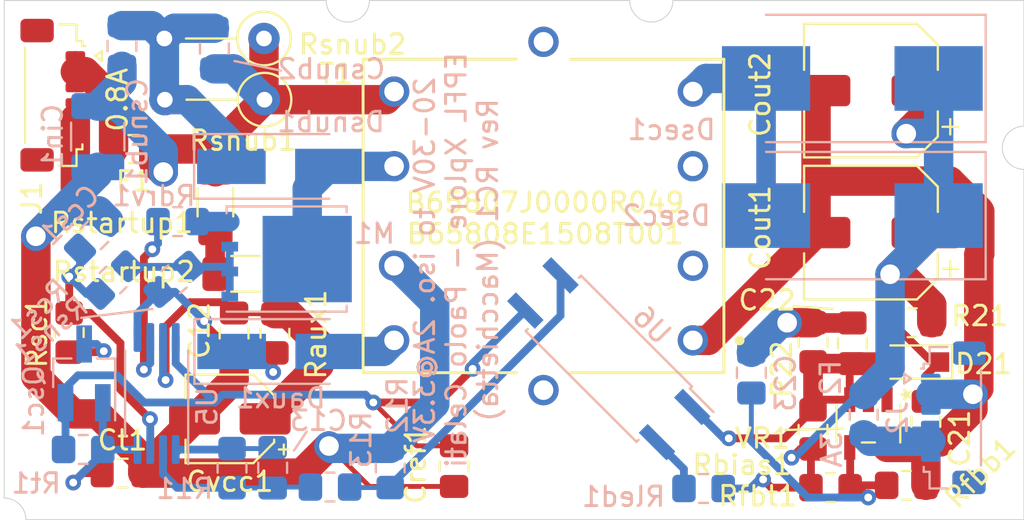
<source format=kicad_pcb>
(kicad_pcb (version 20171130) (host pcbnew "(5.1.7)-1")

  (general
    (thickness 1.6)
    (drawings 18)
    (tracks 294)
    (zones 0)
    (modules 48)
    (nets 29)
  )

  (page A4)
  (layers
    (0 F.Cu signal)
    (31 B.Cu signal)
    (32 B.Adhes user hide)
    (33 F.Adhes user hide)
    (34 B.Paste user hide)
    (35 F.Paste user)
    (36 B.SilkS user)
    (37 F.SilkS user)
    (38 B.Mask user hide)
    (39 F.Mask user hide)
    (40 Dwgs.User user)
    (41 Cmts.User user)
    (42 Eco1.User user)
    (43 Eco2.User user)
    (44 Edge.Cuts user)
    (45 Margin user)
    (46 B.CrtYd user)
    (47 F.CrtYd user)
    (48 B.Fab user hide)
    (49 F.Fab user hide)
  )

  (setup
    (last_trace_width 0.25)
    (user_trace_width 0.4)
    (user_trace_width 0.5)
    (user_trace_width 1)
    (user_trace_width 1.5)
    (trace_clearance 0.25)
    (zone_clearance 0.508)
    (zone_45_only no)
    (trace_min 0.2)
    (via_size 0.8)
    (via_drill 0.4)
    (via_min_size 0.4)
    (via_min_drill 0.3)
    (user_via 1.5 1)
    (uvia_size 0.3)
    (uvia_drill 0.1)
    (uvias_allowed no)
    (uvia_min_size 0.2)
    (uvia_min_drill 0.1)
    (edge_width 0.05)
    (segment_width 0.2)
    (pcb_text_width 0.3)
    (pcb_text_size 1.5 1.5)
    (mod_edge_width 0.12)
    (mod_text_size 1 1)
    (mod_text_width 0.15)
    (pad_size 1.524 1.524)
    (pad_drill 0.762)
    (pad_to_mask_clearance 0)
    (aux_axis_origin 0 0)
    (visible_elements 7FFFFEFF)
    (pcbplotparams
      (layerselection 0x010fc_ffffffff)
      (usegerberextensions false)
      (usegerberattributes true)
      (usegerberadvancedattributes true)
      (creategerberjobfile true)
      (excludeedgelayer true)
      (linewidth 0.100000)
      (plotframeref false)
      (viasonmask false)
      (mode 1)
      (useauxorigin false)
      (hpglpennumber 1)
      (hpglpenspeed 20)
      (hpglpendiameter 15.000000)
      (psnegative false)
      (psa4output false)
      (plotreference true)
      (plotvalue true)
      (plotinvisibletext false)
      (padsonsilk false)
      (subtractmaskfromsilk false)
      (outputformat 1)
      (mirror false)
      (drillshape 1)
      (scaleselection 1)
      (outputdirectory ""))
  )

  (net 0 "")
  (net 1 -BATT)
  (net 2 "Net-(C12-Pad1)")
  (net 3 "Net-(C13-Pad2)")
  (net 4 "Net-(C13-Pad1)")
  (net 5 "Net-(C21-Pad2)")
  (net 6 GND)
  (net 7 "Net-(C22-Pad2)")
  (net 8 "Net-(C22-Pad1)")
  (net 9 "Net-(C23-Pad2)")
  (net 10 "Net-(Ccs1-Pad1)")
  (net 11 /+BATT)
  (net 12 /3v3iso)
  (net 13 "Net-(Cref1-Pad1)")
  (net 14 "Net-(Csnub1-Pad2)")
  (net 15 "Net-(Ct1-Pad1)")
  (net 16 "Net-(Daux1-Pad2)")
  (net 17 "Net-(Daux1-Pad1)")
  (net 18 "Net-(Dsec1-Pad2)")
  (net 19 "Net-(Dsnub1-Pad2)")
  (net 20 "Net-(M1-Pad4)")
  (net 21 "Net-(M1-Pad1)")
  (net 22 "Net-(Qsc1-Pad3)")
  (net 23 "Net-(R12-Pad1)")
  (net 24 "Net-(Rdrv1-Pad2)")
  (net 25 "Net-(Rled1-Pad2)")
  (net 26 "Net-(Rstartup1-Pad2)")
  (net 27 "Net-(F1-Pad2)")
  (net 28 "Net-(F2-Pad2)")

  (net_class Default "This is the default net class."
    (clearance 0.25)
    (trace_width 0.25)
    (via_dia 0.8)
    (via_drill 0.4)
    (uvia_dia 0.3)
    (uvia_drill 0.1)
    (add_net -BATT)
    (add_net /+BATT)
    (add_net /3v3iso)
    (add_net GND)
    (add_net "Net-(C12-Pad1)")
    (add_net "Net-(C13-Pad1)")
    (add_net "Net-(C13-Pad2)")
    (add_net "Net-(C21-Pad2)")
    (add_net "Net-(C22-Pad1)")
    (add_net "Net-(C22-Pad2)")
    (add_net "Net-(C23-Pad2)")
    (add_net "Net-(Ccs1-Pad1)")
    (add_net "Net-(Cref1-Pad1)")
    (add_net "Net-(Csnub1-Pad2)")
    (add_net "Net-(Ct1-Pad1)")
    (add_net "Net-(Daux1-Pad1)")
    (add_net "Net-(Daux1-Pad2)")
    (add_net "Net-(Dsec1-Pad2)")
    (add_net "Net-(Dsnub1-Pad2)")
    (add_net "Net-(F1-Pad2)")
    (add_net "Net-(F2-Pad2)")
    (add_net "Net-(M1-Pad1)")
    (add_net "Net-(M1-Pad4)")
    (add_net "Net-(Qsc1-Pad3)")
    (add_net "Net-(R12-Pad1)")
    (add_net "Net-(Rdrv1-Pad2)")
    (add_net "Net-(Rled1-Pad2)")
    (add_net "Net-(Rstartup1-Pad2)")
  )

  (module Fuse:Fuse_0805_2012Metric_Pad1.15x1.40mm_HandSolder (layer B.Cu) (tedit 5F68FEF1) (tstamp 61B1650F)
    (at 154.83 110.645001 270)
    (descr "Fuse SMD 0805 (2012 Metric), square (rectangular) end terminal, IPC_7351 nominal with elongated pad for handsoldering. (Body size source: https://docs.google.com/spreadsheets/d/1BsfQQcO9C6DZCsRaXUlFlo91Tg2WpOkGARC1WS5S8t0/edit?usp=sharing), generated with kicad-footprint-generator")
    (tags "fuse handsolder")
    (path /61B257DD)
    (attr smd)
    (fp_text reference F2 (at -1.885001 1.69 90) (layer B.SilkS)
      (effects (font (size 1 1) (thickness 0.15)) (justify mirror))
    )
    (fp_text value 3A (at 1.784999 1.63 90) (layer B.SilkS)
      (effects (font (size 1 1) (thickness 0.15)) (justify mirror))
    )
    (fp_line (start 1.85 -0.95) (end -1.85 -0.95) (layer B.CrtYd) (width 0.05))
    (fp_line (start 1.85 0.95) (end 1.85 -0.95) (layer B.CrtYd) (width 0.05))
    (fp_line (start -1.85 0.95) (end 1.85 0.95) (layer B.CrtYd) (width 0.05))
    (fp_line (start -1.85 -0.95) (end -1.85 0.95) (layer B.CrtYd) (width 0.05))
    (fp_line (start -0.261252 -0.71) (end 0.261252 -0.71) (layer B.SilkS) (width 0.12))
    (fp_line (start -0.261252 0.71) (end 0.261252 0.71) (layer B.SilkS) (width 0.12))
    (fp_line (start 1 -0.6) (end -1 -0.6) (layer B.Fab) (width 0.1))
    (fp_line (start 1 0.6) (end 1 -0.6) (layer B.Fab) (width 0.1))
    (fp_line (start -1 0.6) (end 1 0.6) (layer B.Fab) (width 0.1))
    (fp_line (start -1 -0.6) (end -1 0.6) (layer B.Fab) (width 0.1))
    (fp_text user %R (at 0 0 90) (layer B.Fab)
      (effects (font (size 0.5 0.5) (thickness 0.08)) (justify mirror))
    )
    (pad 2 smd roundrect (at 1.025 0 270) (size 1.15 1.4) (layers B.Cu B.Paste B.Mask) (roundrect_rratio 0.217391)
      (net 28 "Net-(F2-Pad2)"))
    (pad 1 smd roundrect (at -1.025 0 270) (size 1.15 1.4) (layers B.Cu B.Paste B.Mask) (roundrect_rratio 0.217391)
      (net 12 /3v3iso))
    (model ${KISYS3DMOD}/Fuse.3dshapes/Fuse_0805_2012Metric.wrl
      (at (xyz 0 0 0))
      (scale (xyz 1 1 1))
      (rotate (xyz 0 0 0))
    )
  )

  (module Fuse:Fuse_0805_2012Metric_Pad1.15x1.40mm_HandSolder (layer F.Cu) (tedit 5F68FEF1) (tstamp 61B1518C)
    (at 117.6 97.08 180)
    (descr "Fuse SMD 0805 (2012 Metric), square (rectangular) end terminal, IPC_7351 nominal with elongated pad for handsoldering. (Body size source: https://docs.google.com/spreadsheets/d/1BsfQQcO9C6DZCsRaXUlFlo91Tg2WpOkGARC1WS5S8t0/edit?usp=sharing), generated with kicad-footprint-generator")
    (tags "fuse handsolder")
    (path /61B37AD8)
    (attr smd)
    (fp_text reference F1 (at 0 -1.65) (layer F.SilkS)
      (effects (font (size 1 1) (thickness 0.15)))
    )
    (fp_text value 0.8A (at 0.83 2.51 90) (layer F.SilkS)
      (effects (font (size 1 1) (thickness 0.15)))
    )
    (fp_line (start 1.85 0.95) (end -1.85 0.95) (layer F.CrtYd) (width 0.05))
    (fp_line (start 1.85 -0.95) (end 1.85 0.95) (layer F.CrtYd) (width 0.05))
    (fp_line (start -1.85 -0.95) (end 1.85 -0.95) (layer F.CrtYd) (width 0.05))
    (fp_line (start -1.85 0.95) (end -1.85 -0.95) (layer F.CrtYd) (width 0.05))
    (fp_line (start -0.261252 0.71) (end 0.261252 0.71) (layer F.SilkS) (width 0.12))
    (fp_line (start -0.261252 -0.71) (end 0.261252 -0.71) (layer F.SilkS) (width 0.12))
    (fp_line (start 1 0.6) (end -1 0.6) (layer F.Fab) (width 0.1))
    (fp_line (start 1 -0.6) (end 1 0.6) (layer F.Fab) (width 0.1))
    (fp_line (start -1 -0.6) (end 1 -0.6) (layer F.Fab) (width 0.1))
    (fp_line (start -1 0.6) (end -1 -0.6) (layer F.Fab) (width 0.1))
    (fp_text user %R (at 0 0) (layer F.Fab)
      (effects (font (size 0.5 0.5) (thickness 0.08)))
    )
    (pad 2 smd roundrect (at 1.025 0 180) (size 1.15 1.4) (layers F.Cu F.Paste F.Mask) (roundrect_rratio 0.217391)
      (net 27 "Net-(F1-Pad2)"))
    (pad 1 smd roundrect (at -1.025 0 180) (size 1.15 1.4) (layers F.Cu F.Paste F.Mask) (roundrect_rratio 0.217391)
      (net 11 /+BATT))
    (model ${KISYS3DMOD}/Fuse.3dshapes/Fuse_0805_2012Metric.wrl
      (at (xyz 0 0 0))
      (scale (xyz 1 1 1))
      (rotate (xyz 0 0 0))
    )
  )

  (module Diode_SMD:D_SMA_Handsoldering (layer B.Cu) (tedit 58643398) (tstamp 61ABACBA)
    (at 125.0969 107.4166)
    (descr "Diode SMA (DO-214AC) Handsoldering")
    (tags "Diode SMA (DO-214AC) Handsoldering")
    (path /6190E0A4)
    (attr smd)
    (fp_text reference Daux1 (at 0 2.3834) (layer B.SilkS)
      (effects (font (size 1 1) (thickness 0.15)) (justify mirror))
    )
    (fp_text value "750 mV 3A" (at 0 -2.6) (layer B.Fab)
      (effects (font (size 1 1) (thickness 0.15)) (justify mirror))
    )
    (fp_line (start -4.4 1.65) (end 2.5 1.65) (layer B.SilkS) (width 0.12))
    (fp_line (start -4.4 -1.65) (end 2.5 -1.65) (layer B.SilkS) (width 0.12))
    (fp_line (start -0.64944 -0.00102) (end 0.50118 0.79908) (layer B.Fab) (width 0.1))
    (fp_line (start -0.64944 -0.00102) (end 0.50118 -0.75032) (layer B.Fab) (width 0.1))
    (fp_line (start 0.50118 -0.75032) (end 0.50118 0.79908) (layer B.Fab) (width 0.1))
    (fp_line (start -0.64944 0.79908) (end -0.64944 -0.80112) (layer B.Fab) (width 0.1))
    (fp_line (start 0.50118 -0.00102) (end 1.4994 -0.00102) (layer B.Fab) (width 0.1))
    (fp_line (start -0.64944 -0.00102) (end -1.55114 -0.00102) (layer B.Fab) (width 0.1))
    (fp_line (start -4.5 -1.75) (end -4.5 1.75) (layer B.CrtYd) (width 0.05))
    (fp_line (start 4.5 -1.75) (end -4.5 -1.75) (layer B.CrtYd) (width 0.05))
    (fp_line (start 4.5 1.75) (end 4.5 -1.75) (layer B.CrtYd) (width 0.05))
    (fp_line (start -4.5 1.75) (end 4.5 1.75) (layer B.CrtYd) (width 0.05))
    (fp_line (start 2.3 1.5) (end -2.3 1.5) (layer B.Fab) (width 0.1))
    (fp_line (start 2.3 1.5) (end 2.3 -1.5) (layer B.Fab) (width 0.1))
    (fp_line (start -2.3 -1.5) (end -2.3 1.5) (layer B.Fab) (width 0.1))
    (fp_line (start 2.3 -1.5) (end -2.3 -1.5) (layer B.Fab) (width 0.1))
    (fp_line (start -4.4 1.65) (end -4.4 -1.65) (layer B.SilkS) (width 0.12))
    (fp_text user %R (at 0 2.5) (layer B.Fab)
      (effects (font (size 1 1) (thickness 0.15)) (justify mirror))
    )
    (pad 2 smd rect (at 2.5 0) (size 3.5 1.8) (layers B.Cu B.Paste B.Mask)
      (net 16 "Net-(Daux1-Pad2)"))
    (pad 1 smd rect (at -2.5 0) (size 3.5 1.8) (layers B.Cu B.Paste B.Mask)
      (net 17 "Net-(Daux1-Pad1)"))
    (model ${KISYS3DMOD}/Diode_SMD.3dshapes/D_SMA.wrl
      (at (xyz 0 0 0))
      (scale (xyz 1 1 1))
      (rotate (xyz 0 0 0))
    )
  )

  (module Capacitor_SMD:C_0805_2012Metric_Pad1.18x1.45mm_HandSolder (layer B.Cu) (tedit 5F68FEEF) (tstamp 61ABABAC)
    (at 149.1 108.5 270)
    (descr "Capacitor SMD 0805 (2012 Metric), square (rectangular) end terminal, IPC_7351 nominal with elongated pad for handsoldering. (Body size source: IPC-SM-782 page 76, https://www.pcb-3d.com/wordpress/wp-content/uploads/ipc-sm-782a_amendment_1_and_2.pdf, https://docs.google.com/spreadsheets/d/1BsfQQcO9C6DZCsRaXUlFlo91Tg2WpOkGARC1WS5S8t0/edit?usp=sharing), generated with kicad-footprint-generator")
    (tags "capacitor handsolder")
    (path /6190CA2C)
    (attr smd)
    (fp_text reference C23 (at 0.53 -1.75 90) (layer B.SilkS)
      (effects (font (size 1 1) (thickness 0.15)) (justify mirror))
    )
    (fp_text value "100 nF" (at 0 -1.68 90) (layer B.Fab)
      (effects (font (size 1 1) (thickness 0.15)) (justify mirror))
    )
    (fp_line (start 1.88 -0.98) (end -1.88 -0.98) (layer B.CrtYd) (width 0.05))
    (fp_line (start 1.88 0.98) (end 1.88 -0.98) (layer B.CrtYd) (width 0.05))
    (fp_line (start -1.88 0.98) (end 1.88 0.98) (layer B.CrtYd) (width 0.05))
    (fp_line (start -1.88 -0.98) (end -1.88 0.98) (layer B.CrtYd) (width 0.05))
    (fp_line (start -0.261252 -0.735) (end 0.261252 -0.735) (layer B.SilkS) (width 0.12))
    (fp_line (start -0.261252 0.735) (end 0.261252 0.735) (layer B.SilkS) (width 0.12))
    (fp_line (start 1 -0.625) (end -1 -0.625) (layer B.Fab) (width 0.1))
    (fp_line (start 1 0.625) (end 1 -0.625) (layer B.Fab) (width 0.1))
    (fp_line (start -1 0.625) (end 1 0.625) (layer B.Fab) (width 0.1))
    (fp_line (start -1 -0.625) (end -1 0.625) (layer B.Fab) (width 0.1))
    (fp_text user %R (at 0 0 90) (layer B.Fab)
      (effects (font (size 0.5 0.5) (thickness 0.08)) (justify mirror))
    )
    (pad 2 smd roundrect (at 1.0375 0 270) (size 1.175 1.45) (layers B.Cu B.Paste B.Mask) (roundrect_rratio 0.212766)
      (net 9 "Net-(C23-Pad2)"))
    (pad 1 smd roundrect (at -1.0375 0 270) (size 1.175 1.45) (layers B.Cu B.Paste B.Mask) (roundrect_rratio 0.212766)
      (net 7 "Net-(C22-Pad2)"))
    (model ${KISYS3DMOD}/Capacitor_SMD.3dshapes/C_0805_2012Metric.wrl
      (at (xyz 0 0 0))
      (scale (xyz 1 1 1))
      (rotate (xyz 0 0 0))
    )
  )

  (module B65808E1508T001:TDK-B65808E1508T001-MFG (layer F.Cu) (tedit 61ABE939) (tstamp 61AC4D3B)
    (at 138.5 100.5)
    (path /61A264EC)
    (fp_text reference T1 (at -11.55 -7.25) (layer F.SilkS)
      (effects (font (size 1 1) (thickness 0.15)) (justify left))
    )
    (fp_text value "B65807J0000R049 + B65808E1508T001" (at 0 0) (layer F.SilkS) hide
      (effects (font (size 1.27 1.27) (thickness 0.15)))
    )
    (fp_circle (center 10 6.35) (end 10.125 6.35) (layer F.SilkS) (width 0.25))
    (fp_line (start -9.2 8) (end -9.2 -8) (layer F.SilkS) (width 0.15))
    (fp_line (start 1.375 8) (end 9.2 8) (layer F.SilkS) (width 0.15))
    (fp_line (start -9.2 8) (end -1.375 8) (layer F.SilkS) (width 0.15))
    (fp_line (start 9.2 8) (end 9.2 -8) (layer F.SilkS) (width 0.15))
    (fp_line (start 1.375 -8) (end 9.2 -8) (layer F.SilkS) (width 0.15))
    (fp_line (start -9.2 -8) (end -1.375 -8) (layer F.SilkS) (width 0.15))
    (fp_line (start 12.525 9.915) (end 12.525 -9.915) (layer F.CrtYd) (width 0.15))
    (fp_line (start -12.525 9.915) (end 12.525 9.915) (layer F.CrtYd) (width 0.15))
    (fp_line (start -12.525 -9.915) (end -12.525 9.915) (layer F.CrtYd) (width 0.15))
    (fp_line (start 12.525 -9.915) (end -12.525 -9.915) (layer F.CrtYd) (width 0.15))
    (fp_line (start 12.525 -9.915) (end 12.525 -9.915) (layer F.CrtYd) (width 0.15))
    (fp_line (start 9.2 8) (end -9.2 8) (layer F.Fab) (width 0.15))
    (fp_line (start 9.2 -8) (end 9.2 8) (layer F.Fab) (width 0.15))
    (fp_line (start -9.2 -8) (end 9.2 -8) (layer F.Fab) (width 0.15))
    (fp_line (start -9.2 8) (end -9.2 -8) (layer F.Fab) (width 0.15))
    (pad 10 thru_hole circle (at 0 8.89) (size 1.55 1.55) (drill 1) (layers *.Cu *.Mask))
    (pad 9 thru_hole circle (at 0 -8.89) (size 1.55 1.55) (drill 1) (layers *.Cu *.Mask))
    (pad 8 thru_hole circle (at -7.62 6.35) (size 1.55 1.55) (drill 1) (layers *.Cu *.Mask)
      (net 16 "Net-(Daux1-Pad2)"))
    (pad 7 thru_hole circle (at -7.62 2.54) (size 1.55 1.55) (drill 1) (layers *.Cu *.Mask)
      (net 1 -BATT))
    (pad 6 thru_hole circle (at -7.62 -2.54) (size 1.55 1.55) (drill 1) (layers *.Cu *.Mask)
      (net 19 "Net-(Dsnub1-Pad2)"))
    (pad 5 thru_hole circle (at -7.62 -6.35) (size 1.55 1.55) (drill 1) (layers *.Cu *.Mask)
      (net 11 /+BATT))
    (pad 4 thru_hole circle (at 7.62 -6.35) (size 1.55 1.55) (drill 1) (layers *.Cu *.Mask)
      (net 18 "Net-(Dsec1-Pad2)"))
    (pad 3 thru_hole circle (at 7.62 -2.54) (size 1.55 1.55) (drill 1) (layers *.Cu *.Mask))
    (pad 2 thru_hole circle (at 7.62 2.54) (size 1.55 1.55) (drill 1) (layers *.Cu *.Mask))
    (pad 1 thru_hole circle (at 7.62 6.35) (size 1.55 1.55) (drill 1) (layers *.Cu *.Mask)
      (net 6 GND))
    (model eec.models/TDK_-_B65808E1508T001.step
      (at (xyz 0 0 0))
      (scale (xyz 1 1 1))
      (rotate (xyz 0 0 0))
    )
  )

  (module Diode_SMD:D_SMA_Handsoldering (layer B.Cu) (tedit 58643398) (tstamp 61ABAD02)
    (at 125.0823 97.9678)
    (descr "Diode SMA (DO-214AC) Handsoldering")
    (tags "Diode SMA (DO-214AC) Handsoldering")
    (path /6190DD82)
    (attr smd)
    (fp_text reference Dsnub1 (at 2.5777 -2.2678) (layer B.SilkS)
      (effects (font (size 1 1) (thickness 0.15)) (justify mirror))
    )
    (fp_text value "800 mV 2 A" (at 0 -2.6) (layer B.Fab)
      (effects (font (size 1 1) (thickness 0.15)) (justify mirror))
    )
    (fp_line (start -4.4 1.65) (end 2.5 1.65) (layer B.SilkS) (width 0.12))
    (fp_line (start -4.4 -1.65) (end 2.5 -1.65) (layer B.SilkS) (width 0.12))
    (fp_line (start -0.64944 -0.00102) (end 0.50118 0.79908) (layer B.Fab) (width 0.1))
    (fp_line (start -0.64944 -0.00102) (end 0.50118 -0.75032) (layer B.Fab) (width 0.1))
    (fp_line (start 0.50118 -0.75032) (end 0.50118 0.79908) (layer B.Fab) (width 0.1))
    (fp_line (start -0.64944 0.79908) (end -0.64944 -0.80112) (layer B.Fab) (width 0.1))
    (fp_line (start 0.50118 -0.00102) (end 1.4994 -0.00102) (layer B.Fab) (width 0.1))
    (fp_line (start -0.64944 -0.00102) (end -1.55114 -0.00102) (layer B.Fab) (width 0.1))
    (fp_line (start -4.5 -1.75) (end -4.5 1.75) (layer B.CrtYd) (width 0.05))
    (fp_line (start 4.5 -1.75) (end -4.5 -1.75) (layer B.CrtYd) (width 0.05))
    (fp_line (start 4.5 1.75) (end 4.5 -1.75) (layer B.CrtYd) (width 0.05))
    (fp_line (start -4.5 1.75) (end 4.5 1.75) (layer B.CrtYd) (width 0.05))
    (fp_line (start 2.3 1.5) (end -2.3 1.5) (layer B.Fab) (width 0.1))
    (fp_line (start 2.3 1.5) (end 2.3 -1.5) (layer B.Fab) (width 0.1))
    (fp_line (start -2.3 -1.5) (end -2.3 1.5) (layer B.Fab) (width 0.1))
    (fp_line (start 2.3 -1.5) (end -2.3 -1.5) (layer B.Fab) (width 0.1))
    (fp_line (start -4.4 1.65) (end -4.4 -1.65) (layer B.SilkS) (width 0.12))
    (fp_text user %R (at 0 2.5) (layer B.Fab)
      (effects (font (size 1 1) (thickness 0.15)) (justify mirror))
    )
    (pad 2 smd rect (at 2.5 0) (size 3.5 1.8) (layers B.Cu B.Paste B.Mask)
      (net 19 "Net-(Dsnub1-Pad2)"))
    (pad 1 smd rect (at -2.5 0) (size 3.5 1.8) (layers B.Cu B.Paste B.Mask)
      (net 14 "Net-(Csnub1-Pad2)"))
    (model ${KISYS3DMOD}/Diode_SMD.3dshapes/D_SMA.wrl
      (at (xyz 0 0 0))
      (scale (xyz 1 1 1))
      (rotate (xyz 0 0 0))
    )
  )

  (module Capacitor_SMD:C_0805_2012Metric_Pad1.18x1.45mm_HandSolder (layer F.Cu) (tedit 5F68FEEF) (tstamp 61ABAB68)
    (at 122.7201 106.4895 270)
    (descr "Capacitor SMD 0805 (2012 Metric), square (rectangular) end terminal, IPC_7351 nominal with elongated pad for handsoldering. (Body size source: IPC-SM-782 page 76, https://www.pcb-3d.com/wordpress/wp-content/uploads/ipc-sm-782a_amendment_1_and_2.pdf, https://docs.google.com/spreadsheets/d/1BsfQQcO9C6DZCsRaXUlFlo91Tg2WpOkGARC1WS5S8t0/edit?usp=sharing), generated with kicad-footprint-generator")
    (tags "capacitor handsolder")
    (path /6190F3A4)
    (attr smd)
    (fp_text reference C12 (at -0.1395 1.7701 90) (layer F.SilkS)
      (effects (font (size 1 1) (thickness 0.15)))
    )
    (fp_text value "100 nF" (at 0 1.68 90) (layer F.Fab)
      (effects (font (size 1 1) (thickness 0.15)))
    )
    (fp_line (start 1.88 0.98) (end -1.88 0.98) (layer F.CrtYd) (width 0.05))
    (fp_line (start 1.88 -0.98) (end 1.88 0.98) (layer F.CrtYd) (width 0.05))
    (fp_line (start -1.88 -0.98) (end 1.88 -0.98) (layer F.CrtYd) (width 0.05))
    (fp_line (start -1.88 0.98) (end -1.88 -0.98) (layer F.CrtYd) (width 0.05))
    (fp_line (start -0.261252 0.735) (end 0.261252 0.735) (layer F.SilkS) (width 0.12))
    (fp_line (start -0.261252 -0.735) (end 0.261252 -0.735) (layer F.SilkS) (width 0.12))
    (fp_line (start 1 0.625) (end -1 0.625) (layer F.Fab) (width 0.1))
    (fp_line (start 1 -0.625) (end 1 0.625) (layer F.Fab) (width 0.1))
    (fp_line (start -1 -0.625) (end 1 -0.625) (layer F.Fab) (width 0.1))
    (fp_line (start -1 0.625) (end -1 -0.625) (layer F.Fab) (width 0.1))
    (fp_text user %R (at 0 0 90) (layer F.Fab)
      (effects (font (size 0.5 0.5) (thickness 0.08)))
    )
    (pad 2 smd roundrect (at 1.0375 0 270) (size 1.175 1.45) (layers F.Cu F.Paste F.Mask) (roundrect_rratio 0.212766)
      (net 1 -BATT))
    (pad 1 smd roundrect (at -1.0375 0 270) (size 1.175 1.45) (layers F.Cu F.Paste F.Mask) (roundrect_rratio 0.212766)
      (net 2 "Net-(C12-Pad1)"))
    (model ${KISYS3DMOD}/Capacitor_SMD.3dshapes/C_0805_2012Metric.wrl
      (at (xyz 0 0 0))
      (scale (xyz 1 1 1))
      (rotate (xyz 0 0 0))
    )
  )

  (module Resistor_SMD:R_0805_2012Metric_Pad1.20x1.40mm_HandSolder (layer B.Cu) (tedit 5F68FEEE) (tstamp 61ABE006)
    (at 122.6161 113.3744 270)
    (descr "Resistor SMD 0805 (2012 Metric), square (rectangular) end terminal, IPC_7351 nominal with elongated pad for handsoldering. (Body size source: IPC-SM-782 page 72, https://www.pcb-3d.com/wordpress/wp-content/uploads/ipc-sm-782a_amendment_1_and_2.pdf), generated with kicad-footprint-generator")
    (tags "resistor handsolder")
    (path /619078A5)
    (attr smd)
    (fp_text reference R11 (at 1.0506 2.4161) (layer B.SilkS)
      (effects (font (size 1 1) (thickness 0.15)) (justify mirror))
    )
    (fp_text value 10k (at 0 -1.65 270) (layer B.Fab)
      (effects (font (size 1 1) (thickness 0.15)) (justify mirror))
    )
    (fp_line (start 1.85 -0.95) (end -1.85 -0.95) (layer B.CrtYd) (width 0.05))
    (fp_line (start 1.85 0.95) (end 1.85 -0.95) (layer B.CrtYd) (width 0.05))
    (fp_line (start -1.85 0.95) (end 1.85 0.95) (layer B.CrtYd) (width 0.05))
    (fp_line (start -1.85 -0.95) (end -1.85 0.95) (layer B.CrtYd) (width 0.05))
    (fp_line (start -0.227064 -0.735) (end 0.227064 -0.735) (layer B.SilkS) (width 0.12))
    (fp_line (start -0.227064 0.735) (end 0.227064 0.735) (layer B.SilkS) (width 0.12))
    (fp_line (start 1 -0.625) (end -1 -0.625) (layer B.Fab) (width 0.1))
    (fp_line (start 1 0.625) (end 1 -0.625) (layer B.Fab) (width 0.1))
    (fp_line (start -1 0.625) (end 1 0.625) (layer B.Fab) (width 0.1))
    (fp_line (start -1 -0.625) (end -1 0.625) (layer B.Fab) (width 0.1))
    (fp_text user %R (at 0 0 270) (layer B.Fab)
      (effects (font (size 0.5 0.5) (thickness 0.08)) (justify mirror))
    )
    (pad 2 smd roundrect (at 1 0 270) (size 1.2 1.4) (layers B.Cu B.Paste B.Mask) (roundrect_rratio 0.208333)
      (net 3 "Net-(C13-Pad2)"))
    (pad 1 smd roundrect (at -1 0 270) (size 1.2 1.4) (layers B.Cu B.Paste B.Mask) (roundrect_rratio 0.208333)
      (net 4 "Net-(C13-Pad1)"))
    (model ${KISYS3DMOD}/Resistor_SMD.3dshapes/R_0805_2012Metric.wrl
      (at (xyz 0 0 0))
      (scale (xyz 1 1 1))
      (rotate (xyz 0 0 0))
    )
  )

  (module Connector_JST:JST_SUR_SM06B-SURS-TF_1x06-1MP_P0.80mm_Horizontal (layer B.Cu) (tedit 5B78AD88) (tstamp 61ABC04A)
    (at 159.4 110.8 270)
    (descr "JST SUR series connector, SM06B-SURS-TF (http://www.jst-mfg.com/product/pdf/eng/eSUR.pdf), generated with kicad-footprint-generator")
    (tags "connector JST SUR top entry")
    (path /61AC8882)
    (attr smd)
    (fp_text reference J2 (at 0 2.85 270) (layer B.SilkS)
      (effects (font (size 1 1) (thickness 0.15)) (justify mirror))
    )
    (fp_text value Conn_01x06_Male (at 0 -2.85 270) (layer B.Fab)
      (effects (font (size 1 1) (thickness 0.15)) (justify mirror))
    )
    (fp_line (start -1.75 2.503553) (end -2.25 2.503553) (layer B.SilkS) (width 0.12))
    (fp_line (start -2 2.15) (end -1.75 2.503553) (layer B.SilkS) (width 0.12))
    (fp_line (start -2.25 2.503553) (end -2 2.15) (layer B.SilkS) (width 0.12))
    (fp_line (start -2 0.692893) (end -1.5 1.4) (layer B.Fab) (width 0.1))
    (fp_line (start -2.5 1.4) (end -2 0.692893) (layer B.Fab) (width 0.1))
    (fp_line (start 4.4 2.15) (end -4.4 2.15) (layer B.CrtYd) (width 0.05))
    (fp_line (start 4.4 -2.15) (end 4.4 2.15) (layer B.CrtYd) (width 0.05))
    (fp_line (start -4.4 -2.15) (end 4.4 -2.15) (layer B.CrtYd) (width 0.05))
    (fp_line (start -4.4 2.15) (end -4.4 -2.15) (layer B.CrtYd) (width 0.05))
    (fp_line (start 3.5 1.1) (end 3.5 -1.3) (layer B.Fab) (width 0.1))
    (fp_line (start -3.5 1.1) (end -3.5 -1.3) (layer B.Fab) (width 0.1))
    (fp_line (start -3.5 -1.3) (end 3.5 -1.3) (layer B.Fab) (width 0.1))
    (fp_line (start -2.44 -1.41) (end 2.44 -1.41) (layer B.SilkS) (width 0.12))
    (fp_line (start 2.76 1.51) (end 2.51 1.51) (layer B.SilkS) (width 0.12))
    (fp_line (start 2.76 1.21) (end 2.76 1.51) (layer B.SilkS) (width 0.12))
    (fp_line (start 3.61 1.21) (end 2.76 1.21) (layer B.SilkS) (width 0.12))
    (fp_line (start 3.61 0.31) (end 3.61 1.21) (layer B.SilkS) (width 0.12))
    (fp_line (start -2.51 1.51) (end -2.51 1.65) (layer B.SilkS) (width 0.12))
    (fp_line (start -2.76 1.51) (end -2.51 1.51) (layer B.SilkS) (width 0.12))
    (fp_line (start -2.76 1.21) (end -2.76 1.51) (layer B.SilkS) (width 0.12))
    (fp_line (start -3.61 1.21) (end -2.76 1.21) (layer B.SilkS) (width 0.12))
    (fp_line (start -3.61 0.31) (end -3.61 1.21) (layer B.SilkS) (width 0.12))
    (fp_line (start 2.65 1.1) (end 3.5 1.1) (layer B.Fab) (width 0.1))
    (fp_line (start 2.65 1.4) (end 2.65 1.1) (layer B.Fab) (width 0.1))
    (fp_line (start -2.65 1.4) (end 2.65 1.4) (layer B.Fab) (width 0.1))
    (fp_line (start -2.65 1.1) (end -2.65 1.4) (layer B.Fab) (width 0.1))
    (fp_line (start -3.5 1.1) (end -2.65 1.1) (layer B.Fab) (width 0.1))
    (fp_text user %R (at 0 0 270) (layer B.Fab)
      (effects (font (size 1 1) (thickness 0.15)) (justify mirror))
    )
    (pad MP smd roundrect (at 3.3 -0.8 270) (size 1.2 1.7) (layers B.Cu B.Paste B.Mask) (roundrect_rratio 0.208333))
    (pad MP smd roundrect (at -3.3 -0.8 270) (size 1.2 1.7) (layers B.Cu B.Paste B.Mask) (roundrect_rratio 0.208333))
    (pad 6 smd roundrect (at 2 1.15 270) (size 0.5 1) (layers B.Cu B.Paste B.Mask) (roundrect_rratio 0.25)
      (net 28 "Net-(F2-Pad2)"))
    (pad 5 smd roundrect (at 1.2 1.15 270) (size 0.5 1) (layers B.Cu B.Paste B.Mask) (roundrect_rratio 0.25)
      (net 28 "Net-(F2-Pad2)"))
    (pad 4 smd roundrect (at 0.4 1.15 270) (size 0.5 1) (layers B.Cu B.Paste B.Mask) (roundrect_rratio 0.25)
      (net 28 "Net-(F2-Pad2)"))
    (pad 3 smd roundrect (at -0.4 1.15 270) (size 0.5 1) (layers B.Cu B.Paste B.Mask) (roundrect_rratio 0.25)
      (net 6 GND))
    (pad 2 smd roundrect (at -1.2 1.15 270) (size 0.5 1) (layers B.Cu B.Paste B.Mask) (roundrect_rratio 0.25)
      (net 6 GND))
    (pad 1 smd roundrect (at -2 1.15 270) (size 0.5 1) (layers B.Cu B.Paste B.Mask) (roundrect_rratio 0.25)
      (net 6 GND))
    (model ${KISYS3DMOD}/Connector_JST.3dshapes/JST_SUR_SM06B-SURS-TF_1x06-1MP_P0.80mm_Horizontal.wrl
      (at (xyz 0 0 0))
      (scale (xyz 1 1 1))
      (rotate (xyz 0 0 0))
    )
  )

  (module Connector_JST:JST_SUR_SM06B-SURS-TF_1x06-1MP_P0.80mm_Horizontal (layer F.Cu) (tedit 5B78AD88) (tstamp 61ABC022)
    (at 113.4745 94.3356 270)
    (descr "JST SUR series connector, SM06B-SURS-TF (http://www.jst-mfg.com/product/pdf/eng/eSUR.pdf), generated with kicad-footprint-generator")
    (tags "connector JST SUR top entry")
    (path /61ACA5A6)
    (attr smd)
    (fp_text reference J1 (at 5.2644 1.0745 90) (layer F.SilkS)
      (effects (font (size 1 1) (thickness 0.15)))
    )
    (fp_text value Conn_01x06_Male (at 0 2.85 90) (layer F.Fab)
      (effects (font (size 1 1) (thickness 0.15)))
    )
    (fp_line (start -1.75 -2.503553) (end -2.25 -2.503553) (layer F.SilkS) (width 0.12))
    (fp_line (start -2 -2.15) (end -1.75 -2.503553) (layer F.SilkS) (width 0.12))
    (fp_line (start -2.25 -2.503553) (end -2 -2.15) (layer F.SilkS) (width 0.12))
    (fp_line (start -2 -0.692893) (end -1.5 -1.4) (layer F.Fab) (width 0.1))
    (fp_line (start -2.5 -1.4) (end -2 -0.692893) (layer F.Fab) (width 0.1))
    (fp_line (start 4.4 -2.15) (end -4.4 -2.15) (layer F.CrtYd) (width 0.05))
    (fp_line (start 4.4 2.15) (end 4.4 -2.15) (layer F.CrtYd) (width 0.05))
    (fp_line (start -4.4 2.15) (end 4.4 2.15) (layer F.CrtYd) (width 0.05))
    (fp_line (start -4.4 -2.15) (end -4.4 2.15) (layer F.CrtYd) (width 0.05))
    (fp_line (start 3.5 -1.1) (end 3.5 1.3) (layer F.Fab) (width 0.1))
    (fp_line (start -3.5 -1.1) (end -3.5 1.3) (layer F.Fab) (width 0.1))
    (fp_line (start -3.5 1.3) (end 3.5 1.3) (layer F.Fab) (width 0.1))
    (fp_line (start -2.44 1.41) (end 2.44 1.41) (layer F.SilkS) (width 0.12))
    (fp_line (start 2.76 -1.51) (end 2.51 -1.51) (layer F.SilkS) (width 0.12))
    (fp_line (start 2.76 -1.21) (end 2.76 -1.51) (layer F.SilkS) (width 0.12))
    (fp_line (start 3.61 -1.21) (end 2.76 -1.21) (layer F.SilkS) (width 0.12))
    (fp_line (start 3.61 -0.31) (end 3.61 -1.21) (layer F.SilkS) (width 0.12))
    (fp_line (start -2.51 -1.51) (end -2.51 -1.65) (layer F.SilkS) (width 0.12))
    (fp_line (start -2.76 -1.51) (end -2.51 -1.51) (layer F.SilkS) (width 0.12))
    (fp_line (start -2.76 -1.21) (end -2.76 -1.51) (layer F.SilkS) (width 0.12))
    (fp_line (start -3.61 -1.21) (end -2.76 -1.21) (layer F.SilkS) (width 0.12))
    (fp_line (start -3.61 -0.31) (end -3.61 -1.21) (layer F.SilkS) (width 0.12))
    (fp_line (start 2.65 -1.1) (end 3.5 -1.1) (layer F.Fab) (width 0.1))
    (fp_line (start 2.65 -1.4) (end 2.65 -1.1) (layer F.Fab) (width 0.1))
    (fp_line (start -2.65 -1.4) (end 2.65 -1.4) (layer F.Fab) (width 0.1))
    (fp_line (start -2.65 -1.1) (end -2.65 -1.4) (layer F.Fab) (width 0.1))
    (fp_line (start -3.5 -1.1) (end -2.65 -1.1) (layer F.Fab) (width 0.1))
    (fp_text user %R (at 0 0 90) (layer F.Fab)
      (effects (font (size 1 1) (thickness 0.15)))
    )
    (pad MP smd roundrect (at 3.3 0.8 270) (size 1.2 1.7) (layers F.Cu F.Paste F.Mask) (roundrect_rratio 0.208333))
    (pad MP smd roundrect (at -3.3 0.8 270) (size 1.2 1.7) (layers F.Cu F.Paste F.Mask) (roundrect_rratio 0.208333))
    (pad 6 smd roundrect (at 2 -1.15 270) (size 0.5 1) (layers F.Cu F.Paste F.Mask) (roundrect_rratio 0.25)
      (net 1 -BATT))
    (pad 5 smd roundrect (at 1.2 -1.15 270) (size 0.5 1) (layers F.Cu F.Paste F.Mask) (roundrect_rratio 0.25)
      (net 1 -BATT))
    (pad 4 smd roundrect (at 0.4 -1.15 270) (size 0.5 1) (layers F.Cu F.Paste F.Mask) (roundrect_rratio 0.25)
      (net 1 -BATT))
    (pad 3 smd roundrect (at -0.4 -1.15 270) (size 0.5 1) (layers F.Cu F.Paste F.Mask) (roundrect_rratio 0.25)
      (net 27 "Net-(F1-Pad2)"))
    (pad 2 smd roundrect (at -1.2 -1.15 270) (size 0.5 1) (layers F.Cu F.Paste F.Mask) (roundrect_rratio 0.25)
      (net 27 "Net-(F1-Pad2)"))
    (pad 1 smd roundrect (at -2 -1.15 270) (size 0.5 1) (layers F.Cu F.Paste F.Mask) (roundrect_rratio 0.25)
      (net 27 "Net-(F1-Pad2)"))
    (model ${KISYS3DMOD}/Connector_JST.3dshapes/JST_SUR_SM06B-SURS-TF_1x06-1MP_P0.80mm_Horizontal.wrl
      (at (xyz 0 0 0))
      (scale (xyz 1 1 1))
      (rotate (xyz 0 0 0))
    )
  )

  (module node_pcb:LMV431CM5 (layer F.Cu) (tedit 0) (tstamp 61AD074F)
    (at 155.06932 111.09696 270)
    (path /61910CB8)
    (fp_text reference VR1 (at 0.75304 5.39432 180) (layer F.SilkS)
      (effects (font (size 1 1) (thickness 0.15)))
    )
    (fp_text value LMV431CM5 (at 10.45304 0.16932 90) (layer F.SilkS) hide
      (effects (font (size 1 1) (thickness 0.15)))
    )
    (fp_line (start 1.0922 1.7526) (end -1.0922 1.7526) (layer F.CrtYd) (width 0.05))
    (fp_line (start 1.0922 1.4905) (end 1.0922 1.7526) (layer F.CrtYd) (width 0.05))
    (fp_line (start 2.1336 1.4905) (end 1.0922 1.4905) (layer F.CrtYd) (width 0.05))
    (fp_line (start 2.1336 -1.4905) (end 2.1336 1.4905) (layer F.CrtYd) (width 0.05))
    (fp_line (start 1.0922 -1.4905) (end 2.1336 -1.4905) (layer F.CrtYd) (width 0.05))
    (fp_line (start 1.0922 -1.7526) (end 1.0922 -1.4905) (layer F.CrtYd) (width 0.05))
    (fp_line (start -1.0922 -1.7526) (end 1.0922 -1.7526) (layer F.CrtYd) (width 0.05))
    (fp_line (start -1.0922 -1.4905) (end -1.0922 -1.7526) (layer F.CrtYd) (width 0.05))
    (fp_line (start -2.1336 -1.4905) (end -1.0922 -1.4905) (layer F.CrtYd) (width 0.05))
    (fp_line (start -2.1336 1.4905) (end -2.1336 -1.4905) (layer F.CrtYd) (width 0.05))
    (fp_line (start -1.0922 1.4905) (end -2.1336 1.4905) (layer F.CrtYd) (width 0.05))
    (fp_line (start -1.0922 1.7526) (end -1.0922 1.4905) (layer F.CrtYd) (width 0.05))
    (fp_line (start -0.8382 -1.4986) (end -0.8382 1.4986) (layer F.Fab) (width 0.1))
    (fp_line (start 0.8382 -1.4986) (end -0.8382 -1.4986) (layer F.Fab) (width 0.1))
    (fp_line (start 0.8382 1.4986) (end 0.8382 -1.4986) (layer F.Fab) (width 0.1))
    (fp_line (start -0.8382 1.4986) (end 0.8382 1.4986) (layer F.Fab) (width 0.1))
    (fp_line (start 0.9652 -1.6256) (end -0.9652 -1.6256) (layer F.SilkS) (width 0.12))
    (fp_line (start 0.9652 0.33576) (end 0.9652 -0.33576) (layer F.SilkS) (width 0.12))
    (fp_line (start -0.9652 1.6256) (end 0.9652 1.6256) (layer F.SilkS) (width 0.12))
    (fp_line (start 1.4986 -1.2065) (end 0.8382 -1.2065) (layer F.Fab) (width 0.1))
    (fp_line (start 1.4986 -0.6985) (end 1.4986 -1.2065) (layer F.Fab) (width 0.1))
    (fp_line (start 0.8382 -0.6985) (end 1.4986 -0.6985) (layer F.Fab) (width 0.1))
    (fp_line (start 0.8382 -1.2065) (end 0.8382 -0.6985) (layer F.Fab) (width 0.1))
    (fp_line (start 1.4986 0.6985) (end 0.8382 0.6985) (layer F.Fab) (width 0.1))
    (fp_line (start 1.4986 1.2065) (end 1.4986 0.6985) (layer F.Fab) (width 0.1))
    (fp_line (start 0.8382 1.2065) (end 1.4986 1.2065) (layer F.Fab) (width 0.1))
    (fp_line (start 0.8382 0.6985) (end 0.8382 1.2065) (layer F.Fab) (width 0.1))
    (fp_line (start -1.4986 1.2065) (end -0.8382 1.2065) (layer F.Fab) (width 0.1))
    (fp_line (start -1.4986 0.6985) (end -1.4986 1.2065) (layer F.Fab) (width 0.1))
    (fp_line (start -0.8382 0.6985) (end -1.4986 0.6985) (layer F.Fab) (width 0.1))
    (fp_line (start -0.8382 1.2065) (end -0.8382 0.6985) (layer F.Fab) (width 0.1))
    (fp_line (start -1.4986 0.254) (end -0.8382 0.254) (layer F.Fab) (width 0.1))
    (fp_line (start -1.4986 -0.254) (end -1.4986 0.254) (layer F.Fab) (width 0.1))
    (fp_line (start -0.8382 -0.254) (end -1.4986 -0.254) (layer F.Fab) (width 0.1))
    (fp_line (start -0.8382 0.254) (end -0.8382 -0.254) (layer F.Fab) (width 0.1))
    (fp_line (start -1.4986 -0.6985) (end -0.8382 -0.6985) (layer F.Fab) (width 0.1))
    (fp_line (start -1.4986 -1.2065) (end -1.4986 -0.6985) (layer F.Fab) (width 0.1))
    (fp_line (start -0.8382 -1.2065) (end -1.4986 -1.2065) (layer F.Fab) (width 0.1))
    (fp_line (start -0.8382 -0.6985) (end -0.8382 -1.2065) (layer F.Fab) (width 0.1))
    (fp_text user * (at -1.4732 -2.2525 90) (layer F.SilkS)
      (effects (font (size 1 1) (thickness 0.15)))
    )
    (fp_text user * (at -0.5842 -1.7445 90) (layer F.Fab)
      (effects (font (size 1 1) (thickness 0.15)))
    )
    (fp_text user * (at -0.5842 -1.7445 90) (layer F.Fab)
      (effects (font (size 1 1) (thickness 0.15)))
    )
    (fp_text user * (at -1.4732 -2.2525 90) (layer F.SilkS)
      (effects (font (size 1 1) (thickness 0.15)))
    )
    (fp_text user "Copyright 2021 Accelerated Designs. All rights reserved." (at 0 0 90) (layer Cmts.User)
      (effects (font (size 0.127 0.127) (thickness 0.002)))
    )
    (pad 5 smd rect (at 1.2192 -0.9525 270) (size 1.258799 0.568) (layers F.Cu F.Paste F.Mask)
      (net 6 GND))
    (pad 4 smd rect (at 1.2192 0.9525 270) (size 1.258799 0.568) (layers F.Cu F.Paste F.Mask)
      (net 9 "Net-(C23-Pad2)"))
    (pad 3 smd rect (at -1.2192 0.9525 270) (size 1.258799 0.568) (layers F.Cu F.Paste F.Mask)
      (net 8 "Net-(C22-Pad1)"))
    (pad 2 smd rect (at -1.2192 0 270) (size 1.258799 0.568) (layers F.Cu F.Paste F.Mask))
    (pad 1 smd rect (at -1.2192 -0.9525 270) (size 1.258799 0.568) (layers F.Cu F.Paste F.Mask))
  )

  (module Package_SO:SO-4_7.6x3.6mm_P2.54mm (layer B.Cu) (tedit 5B1E4DA6) (tstamp 61ABAEAA)
    (at 141.83 107.79 135)
    (descr "4-Lead Plastic Small Outline (SO) (http://www.everlight.com/file/ProductFile/201407061745083848.pdf)")
    (tags "SO SOIC 2.54")
    (path /61A68873)
    (attr smd)
    (fp_text reference U6 (at -0.33234 2.764788 135) (layer B.SilkS)
      (effects (font (size 1 1) (thickness 0.15)) (justify mirror))
    )
    (fp_text value "TLP385(BLL,E" (at 0 -2.8 135) (layer B.Fab)
      (effects (font (size 1 1) (thickness 0.15)) (justify mirror))
    )
    (fp_line (start 6 -2.05) (end -6 -2.05) (layer B.CrtYd) (width 0.05))
    (fp_line (start 6 -2.05) (end 6 2.05) (layer B.CrtYd) (width 0.05))
    (fp_line (start -6 2.05) (end -6 -2.05) (layer B.CrtYd) (width 0.05))
    (fp_line (start -6 2.05) (end 6 2.05) (layer B.CrtYd) (width 0.05))
    (fp_line (start -3 1.8) (end 3.8 1.8) (layer B.Fab) (width 0.12))
    (fp_line (start -3.8 1) (end -3 1.8) (layer B.Fab) (width 0.12))
    (fp_line (start -3.8 -1.8) (end -3.8 1) (layer B.Fab) (width 0.12))
    (fp_line (start 3.8 -1.8) (end -3.8 -1.8) (layer B.Fab) (width 0.12))
    (fp_line (start 3.8 1.8) (end 3.8 -1.8) (layer B.Fab) (width 0.12))
    (fp_line (start 4 2) (end 4 1.85) (layer B.SilkS) (width 0.12))
    (fp_line (start -4 2) (end 4 2) (layer B.SilkS) (width 0.12))
    (fp_line (start -4 1.85) (end -4 2) (layer B.SilkS) (width 0.12))
    (fp_line (start -4 -2) (end -4 -1.85) (layer B.SilkS) (width 0.12))
    (fp_line (start 4 -2) (end -4 -2) (layer B.SilkS) (width 0.12))
    (fp_line (start 4 -1.85) (end 4 -2) (layer B.SilkS) (width 0.12))
    (fp_line (start -4 1.85) (end -5.7 1.85) (layer B.SilkS) (width 0.12))
    (fp_text user %R (at 0 0.065 135) (layer B.Fab)
      (effects (font (size 1 1) (thickness 0.15)) (justify mirror))
    )
    (pad 4 smd rect (at 4.75 1.27 135) (size 2 0.64) (layers B.Cu B.Paste B.Mask)
      (net 23 "Net-(R12-Pad1)"))
    (pad 3 smd rect (at 4.75 -1.27 135) (size 2 0.64) (layers B.Cu B.Paste B.Mask)
      (net 13 "Net-(Cref1-Pad1)"))
    (pad 2 smd rect (at -4.75 -1.27 135) (size 2 0.64) (layers B.Cu B.Paste B.Mask)
      (net 25 "Net-(Rled1-Pad2)"))
    (pad 1 smd rect (at -4.75 1.27 135) (size 2 0.64) (layers B.Cu B.Paste B.Mask)
      (net 8 "Net-(C22-Pad1)"))
    (model ${KISYS3DMOD}/Package_SO.3dshapes/SO-4_7.6x3.6mm_P2.54mm.wrl
      (at (xyz 0 0 0))
      (scale (xyz 1 1 1))
      (rotate (xyz 0 0 0))
    )
  )

  (module Package_SO:TSSOP-8_4.4x3mm_P0.65mm (layer B.Cu) (tedit 5E476F32) (tstamp 61ABAE91)
    (at 118.7704 109.5629 90)
    (descr "TSSOP, 8 Pin (JEDEC MO-153 Var AA https://www.jedec.org/document_search?search_api_views_fulltext=MO-153), generated with kicad-footprint-generator ipc_gullwing_generator.py")
    (tags "TSSOP SO")
    (path /61906C07)
    (attr smd)
    (fp_text reference U5 (at -0.6621 2.5796 90) (layer B.SilkS)
      (effects (font (size 1 1) (thickness 0.15)) (justify mirror))
    )
    (fp_text value UCC2813PW-3 (at 0 -2.45 90) (layer B.Fab)
      (effects (font (size 1 1) (thickness 0.15)) (justify mirror))
    )
    (fp_line (start 3.85 1.75) (end -3.85 1.75) (layer B.CrtYd) (width 0.05))
    (fp_line (start 3.85 -1.75) (end 3.85 1.75) (layer B.CrtYd) (width 0.05))
    (fp_line (start -3.85 -1.75) (end 3.85 -1.75) (layer B.CrtYd) (width 0.05))
    (fp_line (start -3.85 1.75) (end -3.85 -1.75) (layer B.CrtYd) (width 0.05))
    (fp_line (start -2.2 0.75) (end -1.45 1.5) (layer B.Fab) (width 0.1))
    (fp_line (start -2.2 -1.5) (end -2.2 0.75) (layer B.Fab) (width 0.1))
    (fp_line (start 2.2 -1.5) (end -2.2 -1.5) (layer B.Fab) (width 0.1))
    (fp_line (start 2.2 1.5) (end 2.2 -1.5) (layer B.Fab) (width 0.1))
    (fp_line (start -1.45 1.5) (end 2.2 1.5) (layer B.Fab) (width 0.1))
    (fp_line (start 0 1.61) (end -3.6 1.61) (layer B.SilkS) (width 0.12))
    (fp_line (start 0 1.61) (end 2.2 1.61) (layer B.SilkS) (width 0.12))
    (fp_line (start 0 -1.61) (end -2.2 -1.61) (layer B.SilkS) (width 0.12))
    (fp_line (start 0 -1.61) (end 2.2 -1.61) (layer B.SilkS) (width 0.12))
    (fp_text user %R (at 0 0 90) (layer B.Fab)
      (effects (font (size 1 1) (thickness 0.15)) (justify mirror))
    )
    (pad 8 smd roundrect (at 2.8625 0.975 90) (size 1.475 0.4) (layers B.Cu B.Paste B.Mask) (roundrect_rratio 0.25)
      (net 13 "Net-(Cref1-Pad1)"))
    (pad 7 smd roundrect (at 2.8625 0.325 90) (size 1.475 0.4) (layers B.Cu B.Paste B.Mask) (roundrect_rratio 0.25)
      (net 2 "Net-(C12-Pad1)"))
    (pad 6 smd roundrect (at 2.8625 -0.325 90) (size 1.475 0.4) (layers B.Cu B.Paste B.Mask) (roundrect_rratio 0.25)
      (net 24 "Net-(Rdrv1-Pad2)"))
    (pad 5 smd roundrect (at 2.8625 -0.975 90) (size 1.475 0.4) (layers B.Cu B.Paste B.Mask) (roundrect_rratio 0.25)
      (net 1 -BATT))
    (pad 4 smd roundrect (at -2.8625 -0.975 90) (size 1.475 0.4) (layers B.Cu B.Paste B.Mask) (roundrect_rratio 0.25)
      (net 15 "Net-(Ct1-Pad1)"))
    (pad 3 smd roundrect (at -2.8625 -0.325 90) (size 1.475 0.4) (layers B.Cu B.Paste B.Mask) (roundrect_rratio 0.25)
      (net 10 "Net-(Ccs1-Pad1)"))
    (pad 2 smd roundrect (at -2.8625 0.325 90) (size 1.475 0.4) (layers B.Cu B.Paste B.Mask) (roundrect_rratio 0.25)
      (net 3 "Net-(C13-Pad2)"))
    (pad 1 smd roundrect (at -2.8625 0.975 90) (size 1.475 0.4) (layers B.Cu B.Paste B.Mask) (roundrect_rratio 0.25)
      (net 4 "Net-(C13-Pad1)"))
    (model ${KISYS3DMOD}/Package_SO.3dshapes/TSSOP-8_4.4x3mm_P0.65mm.wrl
      (at (xyz 0 0 0))
      (scale (xyz 1 1 1))
      (rotate (xyz 0 0 0))
    )
  )

  (module Resistor_SMD:R_0805_2012Metric_Pad1.20x1.40mm_HandSolder (layer B.Cu) (tedit 5F68FEEE) (tstamp 61ABAE77)
    (at 115.0239 112.4204 180)
    (descr "Resistor SMD 0805 (2012 Metric), square (rectangular) end terminal, IPC_7351 nominal with elongated pad for handsoldering. (Body size source: IPC-SM-782 page 72, https://www.pcb-3d.com/wordpress/wp-content/uploads/ipc-sm-782a_amendment_1_and_2.pdf), generated with kicad-footprint-generator")
    (tags "resistor handsolder")
    (path /61907AF0)
    (attr smd)
    (fp_text reference Rt1 (at 2.3989 -1.7296) (layer B.SilkS)
      (effects (font (size 1 1) (thickness 0.15)) (justify mirror))
    )
    (fp_text value 10k (at 0 -1.65 180) (layer B.Fab)
      (effects (font (size 1 1) (thickness 0.15)) (justify mirror))
    )
    (fp_line (start 1.85 -0.95) (end -1.85 -0.95) (layer B.CrtYd) (width 0.05))
    (fp_line (start 1.85 0.95) (end 1.85 -0.95) (layer B.CrtYd) (width 0.05))
    (fp_line (start -1.85 0.95) (end 1.85 0.95) (layer B.CrtYd) (width 0.05))
    (fp_line (start -1.85 -0.95) (end -1.85 0.95) (layer B.CrtYd) (width 0.05))
    (fp_line (start -0.227064 -0.735) (end 0.227064 -0.735) (layer B.SilkS) (width 0.12))
    (fp_line (start -0.227064 0.735) (end 0.227064 0.735) (layer B.SilkS) (width 0.12))
    (fp_line (start 1 -0.625) (end -1 -0.625) (layer B.Fab) (width 0.1))
    (fp_line (start 1 0.625) (end 1 -0.625) (layer B.Fab) (width 0.1))
    (fp_line (start -1 0.625) (end 1 0.625) (layer B.Fab) (width 0.1))
    (fp_line (start -1 -0.625) (end -1 0.625) (layer B.Fab) (width 0.1))
    (fp_text user %R (at 0 0 180) (layer B.Fab)
      (effects (font (size 0.5 0.5) (thickness 0.08)) (justify mirror))
    )
    (pad 2 smd roundrect (at 1 0 180) (size 1.2 1.4) (layers B.Cu B.Paste B.Mask) (roundrect_rratio 0.208333)
      (net 13 "Net-(Cref1-Pad1)"))
    (pad 1 smd roundrect (at -1 0 180) (size 1.2 1.4) (layers B.Cu B.Paste B.Mask) (roundrect_rratio 0.208333)
      (net 15 "Net-(Ct1-Pad1)"))
    (model ${KISYS3DMOD}/Resistor_SMD.3dshapes/R_0805_2012Metric.wrl
      (at (xyz 0 0 0))
      (scale (xyz 1 1 1))
      (rotate (xyz 0 0 0))
    )
  )

  (module Resistor_SMD:R_1206_3216Metric_Pad1.30x1.75mm_HandSolder (layer F.Cu) (tedit 5F68FEEE) (tstamp 61ABDCA5)
    (at 123.3043 103.4542)
    (descr "Resistor SMD 1206 (3216 Metric), square (rectangular) end terminal, IPC_7351 nominal with elongated pad for handsoldering. (Body size source: IPC-SM-782 page 72, https://www.pcb-3d.com/wordpress/wp-content/uploads/ipc-sm-782a_amendment_1_and_2.pdf), generated with kicad-footprint-generator")
    (tags "resistor handsolder")
    (path /61907C32)
    (attr smd)
    (fp_text reference Rstartup2 (at -6.2043 -0.1042 -180) (layer F.SilkS)
      (effects (font (size 1 1) (thickness 0.15)))
    )
    (fp_text value 33k (at 0 1.82 -180) (layer F.Fab)
      (effects (font (size 1 1) (thickness 0.15)))
    )
    (fp_line (start 2.45 1.12) (end -2.45 1.12) (layer F.CrtYd) (width 0.05))
    (fp_line (start 2.45 -1.12) (end 2.45 1.12) (layer F.CrtYd) (width 0.05))
    (fp_line (start -2.45 -1.12) (end 2.45 -1.12) (layer F.CrtYd) (width 0.05))
    (fp_line (start -2.45 1.12) (end -2.45 -1.12) (layer F.CrtYd) (width 0.05))
    (fp_line (start -0.727064 0.91) (end 0.727064 0.91) (layer F.SilkS) (width 0.12))
    (fp_line (start -0.727064 -0.91) (end 0.727064 -0.91) (layer F.SilkS) (width 0.12))
    (fp_line (start 1.6 0.8) (end -1.6 0.8) (layer F.Fab) (width 0.1))
    (fp_line (start 1.6 -0.8) (end 1.6 0.8) (layer F.Fab) (width 0.1))
    (fp_line (start -1.6 -0.8) (end 1.6 -0.8) (layer F.Fab) (width 0.1))
    (fp_line (start -1.6 0.8) (end -1.6 -0.8) (layer F.Fab) (width 0.1))
    (fp_text user %R (at 0 0 -180) (layer F.Fab)
      (effects (font (size 0.8 0.8) (thickness 0.12)))
    )
    (pad 2 smd roundrect (at 1.55 0) (size 1.3 1.75) (layers F.Cu F.Paste F.Mask) (roundrect_rratio 0.192308)
      (net 2 "Net-(C12-Pad1)"))
    (pad 1 smd roundrect (at -1.55 0) (size 1.3 1.75) (layers F.Cu F.Paste F.Mask) (roundrect_rratio 0.192308)
      (net 26 "Net-(Rstartup1-Pad2)"))
    (model ${KISYS3DMOD}/Resistor_SMD.3dshapes/R_1206_3216Metric.wrl
      (at (xyz 0 0 0))
      (scale (xyz 1 1 1))
      (rotate (xyz 0 0 0))
    )
  )

  (module Resistor_SMD:R_1206_3216Metric_Pad1.30x1.75mm_HandSolder (layer F.Cu) (tedit 5F68FEEE) (tstamp 61ABDFAF)
    (at 121.7676 99.7966 270)
    (descr "Resistor SMD 1206 (3216 Metric), square (rectangular) end terminal, IPC_7351 nominal with elongated pad for handsoldering. (Body size source: IPC-SM-782 page 72, https://www.pcb-3d.com/wordpress/wp-content/uploads/ipc-sm-782a_amendment_1_and_2.pdf), generated with kicad-footprint-generator")
    (tags "resistor handsolder")
    (path /61907D84)
    (attr smd)
    (fp_text reference Rstartup1 (at 1.0534 4.7676 180) (layer F.SilkS)
      (effects (font (size 1 1) (thickness 0.15)))
    )
    (fp_text value 33k (at 0 1.82 90) (layer F.Fab)
      (effects (font (size 1 1) (thickness 0.15)))
    )
    (fp_line (start 2.45 1.12) (end -2.45 1.12) (layer F.CrtYd) (width 0.05))
    (fp_line (start 2.45 -1.12) (end 2.45 1.12) (layer F.CrtYd) (width 0.05))
    (fp_line (start -2.45 -1.12) (end 2.45 -1.12) (layer F.CrtYd) (width 0.05))
    (fp_line (start -2.45 1.12) (end -2.45 -1.12) (layer F.CrtYd) (width 0.05))
    (fp_line (start -0.727064 0.91) (end 0.727064 0.91) (layer F.SilkS) (width 0.12))
    (fp_line (start -0.727064 -0.91) (end 0.727064 -0.91) (layer F.SilkS) (width 0.12))
    (fp_line (start 1.6 0.8) (end -1.6 0.8) (layer F.Fab) (width 0.1))
    (fp_line (start 1.6 -0.8) (end 1.6 0.8) (layer F.Fab) (width 0.1))
    (fp_line (start -1.6 -0.8) (end 1.6 -0.8) (layer F.Fab) (width 0.1))
    (fp_line (start -1.6 0.8) (end -1.6 -0.8) (layer F.Fab) (width 0.1))
    (fp_text user %R (at 0 0 90) (layer F.Fab)
      (effects (font (size 0.8 0.8) (thickness 0.12)))
    )
    (pad 2 smd roundrect (at 1.55 0 270) (size 1.3 1.75) (layers F.Cu F.Paste F.Mask) (roundrect_rratio 0.192308)
      (net 26 "Net-(Rstartup1-Pad2)"))
    (pad 1 smd roundrect (at -1.55 0 270) (size 1.3 1.75) (layers F.Cu F.Paste F.Mask) (roundrect_rratio 0.192308)
      (net 11 /+BATT))
    (model ${KISYS3DMOD}/Resistor_SMD.3dshapes/R_1206_3216Metric.wrl
      (at (xyz 0 0 0))
      (scale (xyz 1 1 1))
      (rotate (xyz 0 0 0))
    )
  )

  (module Resistor_THT:R_Axial_DIN0207_L6.3mm_D2.5mm_P5.08mm_Vertical (layer F.Cu) (tedit 5AE5139B) (tstamp 61ABAE44)
    (at 124.2441 91.44 180)
    (descr "Resistor, Axial_DIN0207 series, Axial, Vertical, pin pitch=5.08mm, 0.25W = 1/4W, length*diameter=6.3*2.5mm^2, http://cdn-reichelt.de/documents/datenblatt/B400/1_4W%23YAG.pdf")
    (tags "Resistor Axial_DIN0207 series Axial Vertical pin pitch 5.08mm 0.25W = 1/4W length 6.3mm diameter 2.5mm")
    (path /61907EE6)
    (fp_text reference Rsnub2 (at -4.5159 -0.3) (layer F.SilkS)
      (effects (font (size 1 1) (thickness 0.15)))
    )
    (fp_text value 8.2k (at 2.54 2.37) (layer F.Fab)
      (effects (font (size 1 1) (thickness 0.15)))
    )
    (fp_line (start 6.13 -1.5) (end -1.5 -1.5) (layer F.CrtYd) (width 0.05))
    (fp_line (start 6.13 1.5) (end 6.13 -1.5) (layer F.CrtYd) (width 0.05))
    (fp_line (start -1.5 1.5) (end 6.13 1.5) (layer F.CrtYd) (width 0.05))
    (fp_line (start -1.5 -1.5) (end -1.5 1.5) (layer F.CrtYd) (width 0.05))
    (fp_line (start 1.37 0) (end 3.98 0) (layer F.SilkS) (width 0.12))
    (fp_line (start 0 0) (end 5.08 0) (layer F.Fab) (width 0.1))
    (fp_circle (center 0 0) (end 1.37 0) (layer F.SilkS) (width 0.12))
    (fp_circle (center 0 0) (end 1.25 0) (layer F.Fab) (width 0.1))
    (fp_text user %R (at 2.54 -2.37) (layer F.Fab)
      (effects (font (size 1 1) (thickness 0.15)))
    )
    (pad 2 thru_hole oval (at 5.08 0 180) (size 1.6 1.6) (drill 0.8) (layers *.Cu *.Mask)
      (net 14 "Net-(Csnub1-Pad2)"))
    (pad 1 thru_hole circle (at 0 0 180) (size 1.6 1.6) (drill 0.8) (layers *.Cu *.Mask)
      (net 11 /+BATT))
    (model ${KISYS3DMOD}/Resistor_THT.3dshapes/R_Axial_DIN0207_L6.3mm_D2.5mm_P5.08mm_Vertical.wrl
      (at (xyz 0 0 0))
      (scale (xyz 1 1 1))
      (rotate (xyz 0 0 0))
    )
  )

  (module Resistor_THT:R_Axial_DIN0207_L6.3mm_D2.5mm_P5.08mm_Vertical (layer F.Cu) (tedit 5AE5139B) (tstamp 61ABAE35)
    (at 124.2695 94.5642 180)
    (descr "Resistor, Axial_DIN0207 series, Axial, Vertical, pin pitch=5.08mm, 0.25W = 1/4W, length*diameter=6.3*2.5mm^2, http://cdn-reichelt.de/documents/datenblatt/B400/1_4W%23YAG.pdf")
    (tags "Resistor Axial_DIN0207 series Axial Vertical pin pitch 5.08mm 0.25W = 1/4W length 6.3mm diameter 2.5mm")
    (path /61908058)
    (fp_text reference Rsnub1 (at 1.0895 -2.0858) (layer F.SilkS)
      (effects (font (size 1 1) (thickness 0.15)))
    )
    (fp_text value 8.2k (at 2.54 2.37) (layer F.Fab)
      (effects (font (size 1 1) (thickness 0.15)))
    )
    (fp_line (start 6.13 -1.5) (end -1.5 -1.5) (layer F.CrtYd) (width 0.05))
    (fp_line (start 6.13 1.5) (end 6.13 -1.5) (layer F.CrtYd) (width 0.05))
    (fp_line (start -1.5 1.5) (end 6.13 1.5) (layer F.CrtYd) (width 0.05))
    (fp_line (start -1.5 -1.5) (end -1.5 1.5) (layer F.CrtYd) (width 0.05))
    (fp_line (start 1.37 0) (end 3.98 0) (layer F.SilkS) (width 0.12))
    (fp_line (start 0 0) (end 5.08 0) (layer F.Fab) (width 0.1))
    (fp_circle (center 0 0) (end 1.37 0) (layer F.SilkS) (width 0.12))
    (fp_circle (center 0 0) (end 1.25 0) (layer F.Fab) (width 0.1))
    (fp_text user %R (at 2.54 -2.37) (layer F.Fab)
      (effects (font (size 1 1) (thickness 0.15)))
    )
    (pad 2 thru_hole oval (at 5.08 0 180) (size 1.6 1.6) (drill 0.8) (layers *.Cu *.Mask)
      (net 14 "Net-(Csnub1-Pad2)"))
    (pad 1 thru_hole circle (at 0 0 180) (size 1.6 1.6) (drill 0.8) (layers *.Cu *.Mask)
      (net 11 /+BATT))
    (model ${KISYS3DMOD}/Resistor_THT.3dshapes/R_Axial_DIN0207_L6.3mm_D2.5mm_P5.08mm_Vertical.wrl
      (at (xyz 0 0 0))
      (scale (xyz 1 1 1))
      (rotate (xyz 0 0 0))
    )
  )

  (module Resistor_SMD:R_0805_2012Metric_Pad1.20x1.40mm_HandSolder (layer B.Cu) (tedit 5F68FEEE) (tstamp 61ABAE26)
    (at 119.6594 103.7336 220)
    (descr "Resistor SMD 0805 (2012 Metric), square (rectangular) end terminal, IPC_7351 nominal with elongated pad for handsoldering. (Body size source: IPC-SM-782 page 72, https://www.pcb-3d.com/wordpress/wp-content/uploads/ipc-sm-782a_amendment_1_and_2.pdf), generated with kicad-footprint-generator")
    (tags "resistor handsolder")
    (path /61908728)
    (attr smd)
    (fp_text reference Rsns1 (at 6.51507 2.051325 40) (layer B.SilkS)
      (effects (font (size 1 1) (thickness 0.15)) (justify mirror))
    )
    (fp_text value "750 mOhm" (at 0 -1.65 40) (layer B.Fab)
      (effects (font (size 1 1) (thickness 0.15)) (justify mirror))
    )
    (fp_line (start 1.85 -0.95) (end -1.85 -0.95) (layer B.CrtYd) (width 0.05))
    (fp_line (start 1.85 0.95) (end 1.85 -0.95) (layer B.CrtYd) (width 0.05))
    (fp_line (start -1.85 0.95) (end 1.85 0.95) (layer B.CrtYd) (width 0.05))
    (fp_line (start -1.85 -0.95) (end -1.85 0.95) (layer B.CrtYd) (width 0.05))
    (fp_line (start -0.227064 -0.735) (end 0.227064 -0.735) (layer B.SilkS) (width 0.12))
    (fp_line (start -0.227064 0.735) (end 0.227064 0.735) (layer B.SilkS) (width 0.12))
    (fp_line (start 1 -0.625) (end -1 -0.625) (layer B.Fab) (width 0.1))
    (fp_line (start 1 0.625) (end 1 -0.625) (layer B.Fab) (width 0.1))
    (fp_line (start -1 0.625) (end 1 0.625) (layer B.Fab) (width 0.1))
    (fp_line (start -1 -0.625) (end -1 0.625) (layer B.Fab) (width 0.1))
    (fp_text user %R (at 0 0 40) (layer B.Fab)
      (effects (font (size 0.5 0.5) (thickness 0.08)) (justify mirror))
    )
    (pad 2 smd roundrect (at 1 0 220) (size 1.2 1.4) (layers B.Cu B.Paste B.Mask) (roundrect_rratio 0.208333)
      (net 1 -BATT))
    (pad 1 smd roundrect (at -1 0 220) (size 1.2 1.4) (layers B.Cu B.Paste B.Mask) (roundrect_rratio 0.208333)
      (net 21 "Net-(M1-Pad1)"))
    (model ${KISYS3DMOD}/Resistor_SMD.3dshapes/R_0805_2012Metric.wrl
      (at (xyz 0 0 0))
      (scale (xyz 1 1 1))
      (rotate (xyz 0 0 0))
    )
  )

  (module Resistor_SMD:R_0805_2012Metric_Pad1.20x1.40mm_HandSolder (layer F.Cu) (tedit 5F68FEEE) (tstamp 61B14B8D)
    (at 114.3127 106.4514 90)
    (descr "Resistor SMD 0805 (2012 Metric), square (rectangular) end terminal, IPC_7351 nominal with elongated pad for handsoldering. (Body size source: IPC-SM-782 page 72, https://www.pcb-3d.com/wordpress/wp-content/uploads/ipc-sm-782a_amendment_1_and_2.pdf), generated with kicad-footprint-generator")
    (tags "resistor handsolder")
    (path /619079BE)
    (attr smd)
    (fp_text reference Rsc1 (at 0 -1.65 270) (layer F.SilkS)
      (effects (font (size 1 1) (thickness 0.15)))
    )
    (fp_text value 4.64k (at 0 1.65 270) (layer F.Fab)
      (effects (font (size 1 1) (thickness 0.15)))
    )
    (fp_line (start 1.85 0.95) (end -1.85 0.95) (layer F.CrtYd) (width 0.05))
    (fp_line (start 1.85 -0.95) (end 1.85 0.95) (layer F.CrtYd) (width 0.05))
    (fp_line (start -1.85 -0.95) (end 1.85 -0.95) (layer F.CrtYd) (width 0.05))
    (fp_line (start -1.85 0.95) (end -1.85 -0.95) (layer F.CrtYd) (width 0.05))
    (fp_line (start -0.227064 0.735) (end 0.227064 0.735) (layer F.SilkS) (width 0.12))
    (fp_line (start -0.227064 -0.735) (end 0.227064 -0.735) (layer F.SilkS) (width 0.12))
    (fp_line (start 1 0.625) (end -1 0.625) (layer F.Fab) (width 0.1))
    (fp_line (start 1 -0.625) (end 1 0.625) (layer F.Fab) (width 0.1))
    (fp_line (start -1 -0.625) (end 1 -0.625) (layer F.Fab) (width 0.1))
    (fp_line (start -1 0.625) (end -1 -0.625) (layer F.Fab) (width 0.1))
    (fp_text user %R (at 0 0 270) (layer F.Fab)
      (effects (font (size 0.5 0.5) (thickness 0.08)))
    )
    (pad 2 smd roundrect (at 1 0 90) (size 1.2 1.4) (layers F.Cu F.Paste F.Mask) (roundrect_rratio 0.208333)
      (net 10 "Net-(Ccs1-Pad1)"))
    (pad 1 smd roundrect (at -1 0 90) (size 1.2 1.4) (layers F.Cu F.Paste F.Mask) (roundrect_rratio 0.208333)
      (net 22 "Net-(Qsc1-Pad3)"))
    (model ${KISYS3DMOD}/Resistor_SMD.3dshapes/R_0805_2012Metric.wrl
      (at (xyz 0 0 0))
      (scale (xyz 1 1 1))
      (rotate (xyz 0 0 0))
    )
  )

  (module Resistor_SMD:R_0805_2012Metric_Pad1.20x1.40mm_HandSolder (layer B.Cu) (tedit 5F68FEEE) (tstamp 61ABE1AE)
    (at 146.66392 114.41176 180)
    (descr "Resistor SMD 0805 (2012 Metric), square (rectangular) end terminal, IPC_7351 nominal with elongated pad for handsoldering. (Body size source: IPC-SM-782 page 72, https://www.pcb-3d.com/wordpress/wp-content/uploads/ipc-sm-782a_amendment_1_and_2.pdf), generated with kicad-footprint-generator")
    (tags "resistor handsolder")
    (path /61908CBD)
    (attr smd)
    (fp_text reference Rled1 (at 4.08392 -0.41824) (layer B.SilkS)
      (effects (font (size 1 1) (thickness 0.15)) (justify mirror))
    )
    (fp_text value 1.27k (at 0 -1.65) (layer B.Fab)
      (effects (font (size 1 1) (thickness 0.15)) (justify mirror))
    )
    (fp_line (start 1.85 -0.95) (end -1.85 -0.95) (layer B.CrtYd) (width 0.05))
    (fp_line (start 1.85 0.95) (end 1.85 -0.95) (layer B.CrtYd) (width 0.05))
    (fp_line (start -1.85 0.95) (end 1.85 0.95) (layer B.CrtYd) (width 0.05))
    (fp_line (start -1.85 -0.95) (end -1.85 0.95) (layer B.CrtYd) (width 0.05))
    (fp_line (start -0.227064 -0.735) (end 0.227064 -0.735) (layer B.SilkS) (width 0.12))
    (fp_line (start -0.227064 0.735) (end 0.227064 0.735) (layer B.SilkS) (width 0.12))
    (fp_line (start 1 -0.625) (end -1 -0.625) (layer B.Fab) (width 0.1))
    (fp_line (start 1 0.625) (end 1 -0.625) (layer B.Fab) (width 0.1))
    (fp_line (start -1 0.625) (end 1 0.625) (layer B.Fab) (width 0.1))
    (fp_line (start -1 -0.625) (end -1 0.625) (layer B.Fab) (width 0.1))
    (fp_text user %R (at 0 0) (layer B.Fab)
      (effects (font (size 0.5 0.5) (thickness 0.08)) (justify mirror))
    )
    (pad 2 smd roundrect (at 1 0 180) (size 1.2 1.4) (layers B.Cu B.Paste B.Mask) (roundrect_rratio 0.208333)
      (net 25 "Net-(Rled1-Pad2)"))
    (pad 1 smd roundrect (at -1 0 180) (size 1.2 1.4) (layers B.Cu B.Paste B.Mask) (roundrect_rratio 0.208333)
      (net 12 /3v3iso))
    (model ${KISYS3DMOD}/Resistor_SMD.3dshapes/R_0805_2012Metric.wrl
      (at (xyz 0 0 0))
      (scale (xyz 1 1 1))
      (rotate (xyz 0 0 0))
    )
  )

  (module Resistor_SMD:R_0805_2012Metric_Pad1.20x1.40mm_HandSolder (layer F.Cu) (tedit 5F68FEEE) (tstamp 61ABADF3)
    (at 153.13892 114.36848)
    (descr "Resistor SMD 0805 (2012 Metric), square (rectangular) end terminal, IPC_7351 nominal with elongated pad for handsoldering. (Body size source: IPC-SM-782 page 72, https://www.pcb-3d.com/wordpress/wp-content/uploads/ipc-sm-782a_amendment_1_and_2.pdf), generated with kicad-footprint-generator")
    (tags "resistor handsolder")
    (path /61909765)
    (attr smd)
    (fp_text reference Rfbt1 (at -3.71892 0.43152 180) (layer F.SilkS)
      (effects (font (size 1 1) (thickness 0.15)))
    )
    (fp_text value 2.21k (at 0 1.65 180) (layer F.Fab)
      (effects (font (size 1 1) (thickness 0.15)))
    )
    (fp_line (start 1.85 0.95) (end -1.85 0.95) (layer F.CrtYd) (width 0.05))
    (fp_line (start 1.85 -0.95) (end 1.85 0.95) (layer F.CrtYd) (width 0.05))
    (fp_line (start -1.85 -0.95) (end 1.85 -0.95) (layer F.CrtYd) (width 0.05))
    (fp_line (start -1.85 0.95) (end -1.85 -0.95) (layer F.CrtYd) (width 0.05))
    (fp_line (start -0.227064 0.735) (end 0.227064 0.735) (layer F.SilkS) (width 0.12))
    (fp_line (start -0.227064 -0.735) (end 0.227064 -0.735) (layer F.SilkS) (width 0.12))
    (fp_line (start 1 0.625) (end -1 0.625) (layer F.Fab) (width 0.1))
    (fp_line (start 1 -0.625) (end 1 0.625) (layer F.Fab) (width 0.1))
    (fp_line (start -1 -0.625) (end 1 -0.625) (layer F.Fab) (width 0.1))
    (fp_line (start -1 0.625) (end -1 -0.625) (layer F.Fab) (width 0.1))
    (fp_text user %R (at 0 0 180) (layer F.Fab)
      (effects (font (size 0.5 0.5) (thickness 0.08)))
    )
    (pad 2 smd roundrect (at 1 0) (size 1.2 1.4) (layers F.Cu F.Paste F.Mask) (roundrect_rratio 0.208333)
      (net 9 "Net-(C23-Pad2)"))
    (pad 1 smd roundrect (at -1 0) (size 1.2 1.4) (layers F.Cu F.Paste F.Mask) (roundrect_rratio 0.208333)
      (net 12 /3v3iso))
    (model ${KISYS3DMOD}/Resistor_SMD.3dshapes/R_0805_2012Metric.wrl
      (at (xyz 0 0 0))
      (scale (xyz 1 1 1))
      (rotate (xyz 0 0 0))
    )
  )

  (module Resistor_SMD:R_0805_2012Metric_Pad1.20x1.40mm_HandSolder (layer F.Cu) (tedit 5F68FEEE) (tstamp 61ABADE2)
    (at 157 114.25)
    (descr "Resistor SMD 0805 (2012 Metric), square (rectangular) end terminal, IPC_7351 nominal with elongated pad for handsoldering. (Body size source: IPC-SM-782 page 72, https://www.pcb-3d.com/wordpress/wp-content/uploads/ipc-sm-782a_amendment_1_and_2.pdf), generated with kicad-footprint-generator")
    (tags "resistor handsolder")
    (path /61909533)
    (attr smd)
    (fp_text reference Rfbb1 (at 3.775 -0.65 45) (layer F.SilkS)
      (effects (font (size 1 1) (thickness 0.15)))
    )
    (fp_text value 1.33k (at 0 1.65) (layer F.Fab)
      (effects (font (size 1 1) (thickness 0.15)))
    )
    (fp_line (start 1.85 0.95) (end -1.85 0.95) (layer F.CrtYd) (width 0.05))
    (fp_line (start 1.85 -0.95) (end 1.85 0.95) (layer F.CrtYd) (width 0.05))
    (fp_line (start -1.85 -0.95) (end 1.85 -0.95) (layer F.CrtYd) (width 0.05))
    (fp_line (start -1.85 0.95) (end -1.85 -0.95) (layer F.CrtYd) (width 0.05))
    (fp_line (start -0.227064 0.735) (end 0.227064 0.735) (layer F.SilkS) (width 0.12))
    (fp_line (start -0.227064 -0.735) (end 0.227064 -0.735) (layer F.SilkS) (width 0.12))
    (fp_line (start 1 0.625) (end -1 0.625) (layer F.Fab) (width 0.1))
    (fp_line (start 1 -0.625) (end 1 0.625) (layer F.Fab) (width 0.1))
    (fp_line (start -1 -0.625) (end 1 -0.625) (layer F.Fab) (width 0.1))
    (fp_line (start -1 0.625) (end -1 -0.625) (layer F.Fab) (width 0.1))
    (fp_text user %R (at 0 0) (layer F.Fab)
      (effects (font (size 0.5 0.5) (thickness 0.08)))
    )
    (pad 2 smd roundrect (at 1 0) (size 1.2 1.4) (layers F.Cu F.Paste F.Mask) (roundrect_rratio 0.208333)
      (net 6 GND))
    (pad 1 smd roundrect (at -1 0) (size 1.2 1.4) (layers F.Cu F.Paste F.Mask) (roundrect_rratio 0.208333)
      (net 9 "Net-(C23-Pad2)"))
    (model ${KISYS3DMOD}/Resistor_SMD.3dshapes/R_0805_2012Metric.wrl
      (at (xyz 0 0 0))
      (scale (xyz 1 1 1))
      (rotate (xyz 0 0 0))
    )
  )

  (module Resistor_SMD:R_0805_2012Metric_Pad1.20x1.40mm_HandSolder (layer B.Cu) (tedit 5F68FEEE) (tstamp 61B14E05)
    (at 119.8405 100.7872 180)
    (descr "Resistor SMD 0805 (2012 Metric), square (rectangular) end terminal, IPC_7351 nominal with elongated pad for handsoldering. (Body size source: IPC-SM-782 page 72, https://www.pcb-3d.com/wordpress/wp-content/uploads/ipc-sm-782a_amendment_1_and_2.pdf), generated with kicad-footprint-generator")
    (tags "resistor handsolder")
    (path /6190838B)
    (attr smd)
    (fp_text reference Rdrv1 (at 1.2105 1.3072) (layer B.SilkS)
      (effects (font (size 1 1) (thickness 0.15)) (justify mirror))
    )
    (fp_text value "12 Ohm" (at 0 -1.65) (layer B.Fab)
      (effects (font (size 1 1) (thickness 0.15)) (justify mirror))
    )
    (fp_line (start 1.85 -0.95) (end -1.85 -0.95) (layer B.CrtYd) (width 0.05))
    (fp_line (start 1.85 0.95) (end 1.85 -0.95) (layer B.CrtYd) (width 0.05))
    (fp_line (start -1.85 0.95) (end 1.85 0.95) (layer B.CrtYd) (width 0.05))
    (fp_line (start -1.85 -0.95) (end -1.85 0.95) (layer B.CrtYd) (width 0.05))
    (fp_line (start -0.227064 -0.735) (end 0.227064 -0.735) (layer B.SilkS) (width 0.12))
    (fp_line (start -0.227064 0.735) (end 0.227064 0.735) (layer B.SilkS) (width 0.12))
    (fp_line (start 1 -0.625) (end -1 -0.625) (layer B.Fab) (width 0.1))
    (fp_line (start 1 0.625) (end 1 -0.625) (layer B.Fab) (width 0.1))
    (fp_line (start -1 0.625) (end 1 0.625) (layer B.Fab) (width 0.1))
    (fp_line (start -1 -0.625) (end -1 0.625) (layer B.Fab) (width 0.1))
    (fp_text user %R (at 0 0) (layer B.Fab)
      (effects (font (size 0.5 0.5) (thickness 0.08)) (justify mirror))
    )
    (pad 2 smd roundrect (at 1 0 180) (size 1.2 1.4) (layers B.Cu B.Paste B.Mask) (roundrect_rratio 0.208333)
      (net 24 "Net-(Rdrv1-Pad2)"))
    (pad 1 smd roundrect (at -1 0 180) (size 1.2 1.4) (layers B.Cu B.Paste B.Mask) (roundrect_rratio 0.208333)
      (net 20 "Net-(M1-Pad4)"))
    (model ${KISYS3DMOD}/Resistor_SMD.3dshapes/R_0805_2012Metric.wrl
      (at (xyz 0 0 0))
      (scale (xyz 1 1 1))
      (rotate (xyz 0 0 0))
    )
  )

  (module Resistor_SMD:R_0805_2012Metric_Pad1.20x1.40mm_HandSolder (layer B.Cu) (tedit 5F68FEEE) (tstamp 61ABADC0)
    (at 116.5479 103.7717 225)
    (descr "Resistor SMD 0805 (2012 Metric), square (rectangular) end terminal, IPC_7351 nominal with elongated pad for handsoldering. (Body size source: IPC-SM-782 page 72, https://www.pcb-3d.com/wordpress/wp-content/uploads/ipc-sm-782a_amendment_1_and_2.pdf), generated with kicad-footprint-generator")
    (tags "resistor handsolder")
    (path /6190854C)
    (attr smd)
    (fp_text reference Rcs1 (at 3.730837 1.640205 45) (layer B.SilkS)
      (effects (font (size 1 1) (thickness 0.15)) (justify mirror))
    )
    (fp_text value 1k (at 0 -1.65 45) (layer B.Fab)
      (effects (font (size 1 1) (thickness 0.15)) (justify mirror))
    )
    (fp_line (start 1.85 -0.95) (end -1.85 -0.95) (layer B.CrtYd) (width 0.05))
    (fp_line (start 1.85 0.95) (end 1.85 -0.95) (layer B.CrtYd) (width 0.05))
    (fp_line (start -1.85 0.95) (end 1.85 0.95) (layer B.CrtYd) (width 0.05))
    (fp_line (start -1.85 -0.95) (end -1.85 0.95) (layer B.CrtYd) (width 0.05))
    (fp_line (start -0.227064 -0.735) (end 0.227064 -0.735) (layer B.SilkS) (width 0.12))
    (fp_line (start -0.227064 0.735) (end 0.227064 0.735) (layer B.SilkS) (width 0.12))
    (fp_line (start 1 -0.625) (end -1 -0.625) (layer B.Fab) (width 0.1))
    (fp_line (start 1 0.625) (end 1 -0.625) (layer B.Fab) (width 0.1))
    (fp_line (start -1 0.625) (end 1 0.625) (layer B.Fab) (width 0.1))
    (fp_line (start -1 -0.625) (end -1 0.625) (layer B.Fab) (width 0.1))
    (fp_text user %R (at 0 0 45) (layer B.Fab)
      (effects (font (size 0.5 0.5) (thickness 0.08)) (justify mirror))
    )
    (pad 2 smd roundrect (at 1 0 225) (size 1.2 1.4) (layers B.Cu B.Paste B.Mask) (roundrect_rratio 0.208333)
      (net 10 "Net-(Ccs1-Pad1)"))
    (pad 1 smd roundrect (at -1 0 225) (size 1.2 1.4) (layers B.Cu B.Paste B.Mask) (roundrect_rratio 0.208333)
      (net 21 "Net-(M1-Pad1)"))
    (model ${KISYS3DMOD}/Resistor_SMD.3dshapes/R_0805_2012Metric.wrl
      (at (xyz 0 0 0))
      (scale (xyz 1 1 1))
      (rotate (xyz 0 0 0))
    )
  )

  (module Resistor_SMD:R_0805_2012Metric_Pad1.20x1.40mm_HandSolder (layer F.Cu) (tedit 5F68FEEE) (tstamp 61ABADAF)
    (at 152.24484 111.3916 90)
    (descr "Resistor SMD 0805 (2012 Metric), square (rectangular) end terminal, IPC_7351 nominal with elongated pad for handsoldering. (Body size source: IPC-SM-782 page 72, https://www.pcb-3d.com/wordpress/wp-content/uploads/ipc-sm-782a_amendment_1_and_2.pdf), generated with kicad-footprint-generator")
    (tags "resistor handsolder")
    (path /61908EAF)
    (attr smd)
    (fp_text reference Rbias1 (at -1.8084 -3.61984 180) (layer F.SilkS)
      (effects (font (size 1 1) (thickness 0.15)))
    )
    (fp_text value 21k (at 0 1.65 90) (layer F.Fab)
      (effects (font (size 1 1) (thickness 0.15)))
    )
    (fp_line (start 1.85 0.95) (end -1.85 0.95) (layer F.CrtYd) (width 0.05))
    (fp_line (start 1.85 -0.95) (end 1.85 0.95) (layer F.CrtYd) (width 0.05))
    (fp_line (start -1.85 -0.95) (end 1.85 -0.95) (layer F.CrtYd) (width 0.05))
    (fp_line (start -1.85 0.95) (end -1.85 -0.95) (layer F.CrtYd) (width 0.05))
    (fp_line (start -0.227064 0.735) (end 0.227064 0.735) (layer F.SilkS) (width 0.12))
    (fp_line (start -0.227064 -0.735) (end 0.227064 -0.735) (layer F.SilkS) (width 0.12))
    (fp_line (start 1 0.625) (end -1 0.625) (layer F.Fab) (width 0.1))
    (fp_line (start 1 -0.625) (end 1 0.625) (layer F.Fab) (width 0.1))
    (fp_line (start -1 -0.625) (end 1 -0.625) (layer F.Fab) (width 0.1))
    (fp_line (start -1 0.625) (end -1 -0.625) (layer F.Fab) (width 0.1))
    (fp_text user %R (at 0 0 90) (layer F.Fab)
      (effects (font (size 0.5 0.5) (thickness 0.08)))
    )
    (pad 2 smd roundrect (at 1 0 90) (size 1.2 1.4) (layers F.Cu F.Paste F.Mask) (roundrect_rratio 0.208333)
      (net 8 "Net-(C22-Pad1)"))
    (pad 1 smd roundrect (at -1 0 90) (size 1.2 1.4) (layers F.Cu F.Paste F.Mask) (roundrect_rratio 0.208333)
      (net 12 /3v3iso))
    (model ${KISYS3DMOD}/Resistor_SMD.3dshapes/R_0805_2012Metric.wrl
      (at (xyz 0 0 0))
      (scale (xyz 1 1 1))
      (rotate (xyz 0 0 0))
    )
  )

  (module Resistor_SMD:R_0805_2012Metric_Pad1.20x1.40mm_HandSolder (layer F.Cu) (tedit 5F68FEEE) (tstamp 61ABE9BE)
    (at 124.8029 106.4895 90)
    (descr "Resistor SMD 0805 (2012 Metric), square (rectangular) end terminal, IPC_7351 nominal with elongated pad for handsoldering. (Body size source: IPC-SM-782 page 72, https://www.pcb-3d.com/wordpress/wp-content/uploads/ipc-sm-782a_amendment_1_and_2.pdf), generated with kicad-footprint-generator")
    (tags "resistor handsolder")
    (path /619081DA)
    (attr smd)
    (fp_text reference Raux1 (at -0.0605 2.0971 90) (layer F.SilkS)
      (effects (font (size 1 1) (thickness 0.15)))
    )
    (fp_text value "10 Ohm" (at 0 1.65 90) (layer F.Fab)
      (effects (font (size 1 1) (thickness 0.15)))
    )
    (fp_line (start 1.85 0.95) (end -1.85 0.95) (layer F.CrtYd) (width 0.05))
    (fp_line (start 1.85 -0.95) (end 1.85 0.95) (layer F.CrtYd) (width 0.05))
    (fp_line (start -1.85 -0.95) (end 1.85 -0.95) (layer F.CrtYd) (width 0.05))
    (fp_line (start -1.85 0.95) (end -1.85 -0.95) (layer F.CrtYd) (width 0.05))
    (fp_line (start -0.227064 0.735) (end 0.227064 0.735) (layer F.SilkS) (width 0.12))
    (fp_line (start -0.227064 -0.735) (end 0.227064 -0.735) (layer F.SilkS) (width 0.12))
    (fp_line (start 1 0.625) (end -1 0.625) (layer F.Fab) (width 0.1))
    (fp_line (start 1 -0.625) (end 1 0.625) (layer F.Fab) (width 0.1))
    (fp_line (start -1 -0.625) (end 1 -0.625) (layer F.Fab) (width 0.1))
    (fp_line (start -1 0.625) (end -1 -0.625) (layer F.Fab) (width 0.1))
    (fp_text user %R (at 0 0 90) (layer F.Fab)
      (effects (font (size 0.5 0.5) (thickness 0.08)))
    )
    (pad 2 smd roundrect (at 1 0 90) (size 1.2 1.4) (layers F.Cu F.Paste F.Mask) (roundrect_rratio 0.208333)
      (net 2 "Net-(C12-Pad1)"))
    (pad 1 smd roundrect (at -1 0 90) (size 1.2 1.4) (layers F.Cu F.Paste F.Mask) (roundrect_rratio 0.208333)
      (net 17 "Net-(Daux1-Pad1)"))
    (model ${KISYS3DMOD}/Resistor_SMD.3dshapes/R_0805_2012Metric.wrl
      (at (xyz 0 0 0))
      (scale (xyz 1 1 1))
      (rotate (xyz 0 0 0))
    )
  )

  (module Resistor_SMD:R_0805_2012Metric_Pad1.20x1.40mm_HandSolder (layer F.Cu) (tedit 5F68FEEE) (tstamp 61ABAD8D)
    (at 152.25 106.95 270)
    (descr "Resistor SMD 0805 (2012 Metric), square (rectangular) end terminal, IPC_7351 nominal with elongated pad for handsoldering. (Body size source: IPC-SM-782 page 72, https://www.pcb-3d.com/wordpress/wp-content/uploads/ipc-sm-782a_amendment_1_and_2.pdf), generated with kicad-footprint-generator")
    (tags "resistor handsolder")
    (path /619092F2)
    (attr smd)
    (fp_text reference R22 (at 1.375 1.6 90) (layer F.SilkS)
      (effects (font (size 1 1) (thickness 0.15)))
    )
    (fp_text value 1k (at 0 1.65 90) (layer F.Fab)
      (effects (font (size 1 1) (thickness 0.15)))
    )
    (fp_line (start 1.85 0.95) (end -1.85 0.95) (layer F.CrtYd) (width 0.05))
    (fp_line (start 1.85 -0.95) (end 1.85 0.95) (layer F.CrtYd) (width 0.05))
    (fp_line (start -1.85 -0.95) (end 1.85 -0.95) (layer F.CrtYd) (width 0.05))
    (fp_line (start -1.85 0.95) (end -1.85 -0.95) (layer F.CrtYd) (width 0.05))
    (fp_line (start -0.227064 0.735) (end 0.227064 0.735) (layer F.SilkS) (width 0.12))
    (fp_line (start -0.227064 -0.735) (end 0.227064 -0.735) (layer F.SilkS) (width 0.12))
    (fp_line (start 1 0.625) (end -1 0.625) (layer F.Fab) (width 0.1))
    (fp_line (start 1 -0.625) (end 1 0.625) (layer F.Fab) (width 0.1))
    (fp_line (start -1 -0.625) (end 1 -0.625) (layer F.Fab) (width 0.1))
    (fp_line (start -1 0.625) (end -1 -0.625) (layer F.Fab) (width 0.1))
    (fp_text user %R (at 0 0 90) (layer F.Fab)
      (effects (font (size 0.5 0.5) (thickness 0.08)))
    )
    (pad 2 smd roundrect (at 1 0 270) (size 1.2 1.4) (layers F.Cu F.Paste F.Mask) (roundrect_rratio 0.208333)
      (net 8 "Net-(C22-Pad1)"))
    (pad 1 smd roundrect (at -1 0 270) (size 1.2 1.4) (layers F.Cu F.Paste F.Mask) (roundrect_rratio 0.208333)
      (net 7 "Net-(C22-Pad2)"))
    (model ${KISYS3DMOD}/Resistor_SMD.3dshapes/R_0805_2012Metric.wrl
      (at (xyz 0 0 0))
      (scale (xyz 1 1 1))
      (rotate (xyz 0 0 0))
    )
  )

  (module Resistor_SMD:R_0805_2012Metric_Pad1.20x1.40mm_HandSolder (layer F.Cu) (tedit 5F68FEEE) (tstamp 61ABAD7C)
    (at 157.3 105.95)
    (descr "Resistor SMD 0805 (2012 Metric), square (rectangular) end terminal, IPC_7351 nominal with elongated pad for handsoldering. (Body size source: IPC-SM-782 page 72, https://www.pcb-3d.com/wordpress/wp-content/uploads/ipc-sm-782a_amendment_1_and_2.pdf), generated with kicad-footprint-generator")
    (tags "resistor handsolder")
    (path /619090C1)
    (attr smd)
    (fp_text reference R21 (at 3.45 -0.35) (layer F.SilkS)
      (effects (font (size 1 1) (thickness 0.15)))
    )
    (fp_text value 10k (at 0 1.65) (layer F.Fab)
      (effects (font (size 1 1) (thickness 0.15)))
    )
    (fp_line (start 1.85 0.95) (end -1.85 0.95) (layer F.CrtYd) (width 0.05))
    (fp_line (start 1.85 -0.95) (end 1.85 0.95) (layer F.CrtYd) (width 0.05))
    (fp_line (start -1.85 -0.95) (end 1.85 -0.95) (layer F.CrtYd) (width 0.05))
    (fp_line (start -1.85 0.95) (end -1.85 -0.95) (layer F.CrtYd) (width 0.05))
    (fp_line (start -0.227064 0.735) (end 0.227064 0.735) (layer F.SilkS) (width 0.12))
    (fp_line (start -0.227064 -0.735) (end 0.227064 -0.735) (layer F.SilkS) (width 0.12))
    (fp_line (start 1 0.625) (end -1 0.625) (layer F.Fab) (width 0.1))
    (fp_line (start 1 -0.625) (end 1 0.625) (layer F.Fab) (width 0.1))
    (fp_line (start -1 -0.625) (end 1 -0.625) (layer F.Fab) (width 0.1))
    (fp_line (start -1 0.625) (end -1 -0.625) (layer F.Fab) (width 0.1))
    (fp_text user %R (at 0 0) (layer F.Fab)
      (effects (font (size 0.5 0.5) (thickness 0.08)))
    )
    (pad 2 smd roundrect (at 1 0) (size 1.2 1.4) (layers F.Cu F.Paste F.Mask) (roundrect_rratio 0.208333)
      (net 12 /3v3iso))
    (pad 1 smd roundrect (at -1 0) (size 1.2 1.4) (layers F.Cu F.Paste F.Mask) (roundrect_rratio 0.208333)
      (net 5 "Net-(C21-Pad2)"))
    (model ${KISYS3DMOD}/Resistor_SMD.3dshapes/R_0805_2012Metric.wrl
      (at (xyz 0 0 0))
      (scale (xyz 1 1 1))
      (rotate (xyz 0 0 0))
    )
  )

  (module Resistor_SMD:R_0805_2012Metric_Pad1.20x1.40mm_HandSolder (layer B.Cu) (tedit 5F68FEEE) (tstamp 61ACFF6F)
    (at 127.6129 114.3381 180)
    (descr "Resistor SMD 0805 (2012 Metric), square (rectangular) end terminal, IPC_7351 nominal with elongated pad for handsoldering. (Body size source: IPC-SM-782 page 72, https://www.pcb-3d.com/wordpress/wp-content/uploads/ipc-sm-782a_amendment_1_and_2.pdf), generated with kicad-footprint-generator")
    (tags "resistor handsolder")
    (path /619088EA)
    (attr smd)
    (fp_text reference R13 (at -1.5871 2.4131 90) (layer B.SilkS)
      (effects (font (size 1 1) (thickness 0.15)) (justify mirror))
    )
    (fp_text value 4.99k (at 0 -1.65) (layer B.Fab)
      (effects (font (size 1 1) (thickness 0.15)) (justify mirror))
    )
    (fp_line (start 1.85 -0.95) (end -1.85 -0.95) (layer B.CrtYd) (width 0.05))
    (fp_line (start 1.85 0.95) (end 1.85 -0.95) (layer B.CrtYd) (width 0.05))
    (fp_line (start -1.85 0.95) (end 1.85 0.95) (layer B.CrtYd) (width 0.05))
    (fp_line (start -1.85 -0.95) (end -1.85 0.95) (layer B.CrtYd) (width 0.05))
    (fp_line (start -0.227064 -0.735) (end 0.227064 -0.735) (layer B.SilkS) (width 0.12))
    (fp_line (start -0.227064 0.735) (end 0.227064 0.735) (layer B.SilkS) (width 0.12))
    (fp_line (start 1 -0.625) (end -1 -0.625) (layer B.Fab) (width 0.1))
    (fp_line (start 1 0.625) (end 1 -0.625) (layer B.Fab) (width 0.1))
    (fp_line (start -1 0.625) (end 1 0.625) (layer B.Fab) (width 0.1))
    (fp_line (start -1 -0.625) (end -1 0.625) (layer B.Fab) (width 0.1))
    (fp_text user %R (at 0 0) (layer B.Fab)
      (effects (font (size 0.5 0.5) (thickness 0.08)) (justify mirror))
    )
    (pad 2 smd roundrect (at 1 0 180) (size 1.2 1.4) (layers B.Cu B.Paste B.Mask) (roundrect_rratio 0.208333)
      (net 3 "Net-(C13-Pad2)"))
    (pad 1 smd roundrect (at -1 0 180) (size 1.2 1.4) (layers B.Cu B.Paste B.Mask) (roundrect_rratio 0.208333)
      (net 23 "Net-(R12-Pad1)"))
    (model ${KISYS3DMOD}/Resistor_SMD.3dshapes/R_0805_2012Metric.wrl
      (at (xyz 0 0 0))
      (scale (xyz 1 1 1))
      (rotate (xyz 0 0 0))
    )
  )

  (module Resistor_SMD:R_0805_2012Metric_Pad1.20x1.40mm_HandSolder (layer B.Cu) (tedit 5F68FEEE) (tstamp 61ABAD5A)
    (at 130.683 113.3635 90)
    (descr "Resistor SMD 0805 (2012 Metric), square (rectangular) end terminal, IPC_7351 nominal with elongated pad for handsoldering. (Body size source: IPC-SM-782 page 72, https://www.pcb-3d.com/wordpress/wp-content/uploads/ipc-sm-782a_amendment_1_and_2.pdf), generated with kicad-footprint-generator")
    (tags "resistor handsolder")
    (path /61908ADB)
    (attr smd)
    (fp_text reference R12 (at 3.1885 0.367 90) (layer B.SilkS)
      (effects (font (size 1 1) (thickness 0.15)) (justify mirror))
    )
    (fp_text value 2.74k (at 0 -1.65 90) (layer B.Fab)
      (effects (font (size 1 1) (thickness 0.15)) (justify mirror))
    )
    (fp_line (start 1.85 -0.95) (end -1.85 -0.95) (layer B.CrtYd) (width 0.05))
    (fp_line (start 1.85 0.95) (end 1.85 -0.95) (layer B.CrtYd) (width 0.05))
    (fp_line (start -1.85 0.95) (end 1.85 0.95) (layer B.CrtYd) (width 0.05))
    (fp_line (start -1.85 -0.95) (end -1.85 0.95) (layer B.CrtYd) (width 0.05))
    (fp_line (start -0.227064 -0.735) (end 0.227064 -0.735) (layer B.SilkS) (width 0.12))
    (fp_line (start -0.227064 0.735) (end 0.227064 0.735) (layer B.SilkS) (width 0.12))
    (fp_line (start 1 -0.625) (end -1 -0.625) (layer B.Fab) (width 0.1))
    (fp_line (start 1 0.625) (end 1 -0.625) (layer B.Fab) (width 0.1))
    (fp_line (start -1 0.625) (end 1 0.625) (layer B.Fab) (width 0.1))
    (fp_line (start -1 -0.625) (end -1 0.625) (layer B.Fab) (width 0.1))
    (fp_text user %R (at 0 0 90) (layer B.Fab)
      (effects (font (size 0.5 0.5) (thickness 0.08)) (justify mirror))
    )
    (pad 2 smd roundrect (at 1 0 90) (size 1.2 1.4) (layers B.Cu B.Paste B.Mask) (roundrect_rratio 0.208333)
      (net 1 -BATT))
    (pad 1 smd roundrect (at -1 0 90) (size 1.2 1.4) (layers B.Cu B.Paste B.Mask) (roundrect_rratio 0.208333)
      (net 23 "Net-(R12-Pad1)"))
    (model ${KISYS3DMOD}/Resistor_SMD.3dshapes/R_0805_2012Metric.wrl
      (at (xyz 0 0 0))
      (scale (xyz 1 1 1))
      (rotate (xyz 0 0 0))
    )
  )

  (module Package_TO_SOT_SMD:SOT-23_Handsoldering (layer B.Cu) (tedit 5A0AB76C) (tstamp 61ABAD38)
    (at 115.0747 108.5342 90)
    (descr "SOT-23, Handsoldering")
    (tags SOT-23)
    (path /619E0F0F)
    (attr smd)
    (fp_text reference Qsc1 (at -1.4158 -2.5747 90) (layer B.SilkS)
      (effects (font (size 1 1) (thickness 0.15)) (justify mirror))
    )
    (fp_text value PMBT2222A (at 0 -2.5 90) (layer B.Fab)
      (effects (font (size 1 1) (thickness 0.15)) (justify mirror))
    )
    (fp_line (start 0.76 -1.58) (end -0.7 -1.58) (layer B.SilkS) (width 0.12))
    (fp_line (start -0.7 -1.52) (end 0.7 -1.52) (layer B.Fab) (width 0.1))
    (fp_line (start 0.7 1.52) (end 0.7 -1.52) (layer B.Fab) (width 0.1))
    (fp_line (start -0.7 0.95) (end -0.15 1.52) (layer B.Fab) (width 0.1))
    (fp_line (start -0.15 1.52) (end 0.7 1.52) (layer B.Fab) (width 0.1))
    (fp_line (start -0.7 0.95) (end -0.7 -1.5) (layer B.Fab) (width 0.1))
    (fp_line (start 0.76 1.58) (end -2.4 1.58) (layer B.SilkS) (width 0.12))
    (fp_line (start -2.7 -1.75) (end -2.7 1.75) (layer B.CrtYd) (width 0.05))
    (fp_line (start 2.7 -1.75) (end -2.7 -1.75) (layer B.CrtYd) (width 0.05))
    (fp_line (start 2.7 1.75) (end 2.7 -1.75) (layer B.CrtYd) (width 0.05))
    (fp_line (start -2.7 1.75) (end 2.7 1.75) (layer B.CrtYd) (width 0.05))
    (fp_line (start 0.76 1.58) (end 0.76 0.65) (layer B.SilkS) (width 0.12))
    (fp_line (start 0.76 -1.58) (end 0.76 -0.65) (layer B.SilkS) (width 0.12))
    (fp_text user %R (at 0 0 180) (layer B.Fab)
      (effects (font (size 0.5 0.5) (thickness 0.075)) (justify mirror))
    )
    (pad 3 smd rect (at 1.5 0 90) (size 1.9 0.8) (layers B.Cu B.Paste B.Mask)
      (net 22 "Net-(Qsc1-Pad3)"))
    (pad 2 smd rect (at -1.5 -0.95 90) (size 1.9 0.8) (layers B.Cu B.Paste B.Mask)
      (net 13 "Net-(Cref1-Pad1)"))
    (pad 1 smd rect (at -1.5 0.95 90) (size 1.9 0.8) (layers B.Cu B.Paste B.Mask)
      (net 15 "Net-(Ct1-Pad1)"))
    (model ${KISYS3DMOD}/Package_TO_SOT_SMD.3dshapes/SOT-23.wrl
      (at (xyz 0 0 0))
      (scale (xyz 1 1 1))
      (rotate (xyz 0 0 0))
    )
  )

  (module Package_TO_SOT_SMD:TDSON-8-1 (layer B.Cu) (tedit 5D9B6805) (tstamp 61ABEAE2)
    (at 125.4 102.7)
    (descr "Power MOSFET package, TDSON-8-1, 5.15x5.9mm (https://www.infineon.com/cms/en/product/packages/PG-TDSON/PG-TDSON-8-1/)")
    (tags "tdson ")
    (path /6193B074)
    (attr smd)
    (fp_text reference M1 (at 4.475 -1.3) (layer B.SilkS)
      (effects (font (size 1 1) (thickness 0.15)) (justify mirror))
    )
    (fp_text value BSC160N10NS3GATMA1 (at 0 -3.5) (layer B.Fab)
      (effects (font (size 1 1) (thickness 0.15)) (justify mirror))
    )
    (fp_line (start 3.06 2.385) (end 3.06 2.685) (layer B.SilkS) (width 0.12))
    (fp_line (start 3.06 -2.385) (end 3.06 -2.685) (layer B.SilkS) (width 0.12))
    (fp_line (start -3.06 -2.335) (end -3.06 -2.685) (layer B.SilkS) (width 0.12))
    (fp_line (start 3.06 2.685) (end -3.06 2.685) (layer B.SilkS) (width 0.12))
    (fp_line (start -1.95 2.575) (end -2.95 1.575) (layer B.Fab) (width 0.1))
    (fp_line (start 3.06 -2.685) (end -3.06 -2.685) (layer B.SilkS) (width 0.12))
    (fp_line (start 3.58 -2.83) (end 3.58 2.83) (layer B.CrtYd) (width 0.05))
    (fp_line (start 3.58 2.83) (end -3.58 2.83) (layer B.CrtYd) (width 0.05))
    (fp_line (start -3.58 2.83) (end -3.58 -2.83) (layer B.CrtYd) (width 0.05))
    (fp_line (start -3.58 -2.83) (end 3.58 -2.83) (layer B.CrtYd) (width 0.05))
    (fp_line (start 2.95 2.575) (end 2.95 -2.575) (layer B.Fab) (width 0.1))
    (fp_line (start 2.95 -2.575) (end -2.95 -2.575) (layer B.Fab) (width 0.1))
    (fp_line (start -2.95 -2.575) (end -2.95 1.575) (layer B.Fab) (width 0.1))
    (fp_line (start -1.95 2.575) (end 2.95 2.575) (layer B.Fab) (width 0.1))
    (fp_text user %R (at 0 0) (layer B.Fab)
      (effects (font (size 1 1) (thickness 0.15)) (justify mirror))
    )
    (pad "" smd custom (at 0.65 0) (size 3.75 4.41) (layers B.Mask)
      (zone_connect 0)
      (options (clearance outline) (anchor rect))
      (primitives
        (gr_poly (pts
           (xy 1.875 2.205) (xy 2.675 2.205) (xy 2.675 1.605) (xy 1.875 1.605)) (width 0))
        (gr_poly (pts
           (xy 1.875 0.935) (xy 2.675 0.935) (xy 2.675 0.335) (xy 1.875 0.335)) (width 0))
        (gr_poly (pts
           (xy 1.875 -0.335) (xy 2.675 -0.335) (xy 2.675 -0.935) (xy 1.875 -0.935)) (width 0))
        (gr_poly (pts
           (xy 1.875 -1.605) (xy 2.675 -1.605) (xy 2.675 -2.205) (xy 1.875 -2.205)) (width 0))
      ))
    (pad "" smd rect (at 2.905 -1.905) (size 0.75 0.5) (layers B.Paste))
    (pad "" smd rect (at 2.905 -0.635) (size 0.75 0.5) (layers B.Paste))
    (pad "" smd rect (at 2.905 0.635) (size 0.75 0.5) (layers B.Paste))
    (pad "" smd rect (at 2.905 1.905) (size 0.75 0.5) (layers B.Paste))
    (pad 5 smd rect (at 1.05 0) (size 4.55 4.41) (layers B.Cu)
      (net 19 "Net-(Dsnub1-Pad2)"))
    (pad "" smd rect (at -0.2 -0.85) (size 1.5 1.5) (layers B.Paste))
    (pad "" smd rect (at -0.2 0.85) (size 1.5 1.5) (layers B.Paste))
    (pad "" smd rect (at 1.5 -0.85) (size 1.5 1.5) (layers B.Paste))
    (pad "" smd rect (at 1.5 0.85) (size 1.5 1.5) (layers B.Paste))
    (pad 4 smd rect (at -2.9 -1.905) (size 0.85 0.5) (layers B.Cu B.Paste B.Mask)
      (net 20 "Net-(M1-Pad4)") (solder_paste_margin -0.05))
    (pad 3 smd rect (at -2.9 -0.635) (size 0.85 0.5) (layers B.Cu B.Paste B.Mask)
      (net 21 "Net-(M1-Pad1)") (solder_paste_margin -0.05))
    (pad 2 smd rect (at -2.9 0.635) (size 0.85 0.5) (layers B.Cu B.Paste B.Mask)
      (net 21 "Net-(M1-Pad1)") (solder_paste_margin -0.05))
    (pad 1 smd rect (at -2.9 1.905) (size 0.85 0.5) (layers B.Cu B.Paste B.Mask)
      (net 21 "Net-(M1-Pad1)") (solder_paste_margin -0.05))
    (model ${KISYS3DMOD}/Package_TO_SOT_SMD.3dshapes/TDSON-8-1.wrl
      (at (xyz 0 0 0))
      (scale (xyz 1 1 1))
      (rotate (xyz 0 0 0))
    )
  )

  (module Diode_SMD:D_SMC_Handsoldering (layer B.Cu) (tedit 58642B03) (tstamp 61ABACEA)
    (at 154.25 100.48 180)
    (descr "Diode SMC (DO-214AB) Handsoldering")
    (tags "Diode SMC (DO-214AB) Handsoldering")
    (path /6190E9AA)
    (attr smd)
    (fp_text reference Dsec2 (at 9.475 0) (layer B.SilkS)
      (effects (font (size 1 1) (thickness 0.15)) (justify mirror))
    )
    (fp_text value "750 mV 5 A" (at 0 -4.2) (layer B.Fab)
      (effects (font (size 1 1) (thickness 0.15)) (justify mirror))
    )
    (fp_line (start -6.8 3.25) (end 4.4 3.25) (layer B.SilkS) (width 0.12))
    (fp_line (start -6.8 -3.25) (end 4.4 -3.25) (layer B.SilkS) (width 0.12))
    (fp_line (start -0.64944 -0.00102) (end 0.50118 0.79908) (layer B.Fab) (width 0.1))
    (fp_line (start -0.64944 -0.00102) (end 0.50118 -0.75032) (layer B.Fab) (width 0.1))
    (fp_line (start 0.50118 -0.75032) (end 0.50118 0.79908) (layer B.Fab) (width 0.1))
    (fp_line (start -0.64944 0.79908) (end -0.64944 -0.80112) (layer B.Fab) (width 0.1))
    (fp_line (start 0.50118 -0.00102) (end 1.4994 -0.00102) (layer B.Fab) (width 0.1))
    (fp_line (start -0.64944 -0.00102) (end -1.55114 -0.00102) (layer B.Fab) (width 0.1))
    (fp_line (start -6.9 -3.35) (end -6.9 3.35) (layer B.CrtYd) (width 0.05))
    (fp_line (start 6.9 -3.35) (end -6.9 -3.35) (layer B.CrtYd) (width 0.05))
    (fp_line (start 6.9 3.35) (end 6.9 -3.35) (layer B.CrtYd) (width 0.05))
    (fp_line (start -6.9 3.35) (end 6.9 3.35) (layer B.CrtYd) (width 0.05))
    (fp_line (start 3.55 3.1) (end -3.55 3.1) (layer B.Fab) (width 0.1))
    (fp_line (start 3.55 3.1) (end 3.55 -3.1) (layer B.Fab) (width 0.1))
    (fp_line (start -3.55 -3.1) (end -3.55 3.1) (layer B.Fab) (width 0.1))
    (fp_line (start 3.55 -3.1) (end -3.55 -3.1) (layer B.Fab) (width 0.1))
    (fp_line (start -6.8 -3.25) (end -6.8 3.25) (layer B.SilkS) (width 0.12))
    (fp_text user %R (at 0 1.5) (layer B.Fab)
      (effects (font (size 1 1) (thickness 0.15)) (justify mirror))
    )
    (pad 2 smd rect (at 4.4 0 90) (size 3.3 4.5) (layers B.Cu B.Paste B.Mask)
      (net 18 "Net-(Dsec1-Pad2)"))
    (pad 1 smd rect (at -4.4 0 90) (size 3.3 4.5) (layers B.Cu B.Paste B.Mask)
      (net 12 /3v3iso))
    (model ${KISYS3DMOD}/Diode_SMD.3dshapes/D_SMC.wrl
      (at (xyz 0 0 0))
      (scale (xyz 1 1 1))
      (rotate (xyz 0 0 0))
    )
  )

  (module Diode_SMD:D_SMC_Handsoldering (layer B.Cu) (tedit 58642B03) (tstamp 61ABACD2)
    (at 154.25 93.48 180)
    (descr "Diode SMC (DO-214AB) Handsoldering")
    (tags "Diode SMC (DO-214AB) Handsoldering")
    (path /6190E443)
    (attr smd)
    (fp_text reference Dsec1 (at 9.22 -2.62) (layer B.SilkS)
      (effects (font (size 1 1) (thickness 0.15)) (justify mirror))
    )
    (fp_text value "750 mV 5 A" (at 0 -4.2) (layer B.Fab)
      (effects (font (size 1 1) (thickness 0.15)) (justify mirror))
    )
    (fp_line (start -6.8 3.25) (end 4.4 3.25) (layer B.SilkS) (width 0.12))
    (fp_line (start -6.8 -3.25) (end 4.4 -3.25) (layer B.SilkS) (width 0.12))
    (fp_line (start -0.64944 -0.00102) (end 0.50118 0.79908) (layer B.Fab) (width 0.1))
    (fp_line (start -0.64944 -0.00102) (end 0.50118 -0.75032) (layer B.Fab) (width 0.1))
    (fp_line (start 0.50118 -0.75032) (end 0.50118 0.79908) (layer B.Fab) (width 0.1))
    (fp_line (start -0.64944 0.79908) (end -0.64944 -0.80112) (layer B.Fab) (width 0.1))
    (fp_line (start 0.50118 -0.00102) (end 1.4994 -0.00102) (layer B.Fab) (width 0.1))
    (fp_line (start -0.64944 -0.00102) (end -1.55114 -0.00102) (layer B.Fab) (width 0.1))
    (fp_line (start -6.9 -3.35) (end -6.9 3.35) (layer B.CrtYd) (width 0.05))
    (fp_line (start 6.9 -3.35) (end -6.9 -3.35) (layer B.CrtYd) (width 0.05))
    (fp_line (start 6.9 3.35) (end 6.9 -3.35) (layer B.CrtYd) (width 0.05))
    (fp_line (start -6.9 3.35) (end 6.9 3.35) (layer B.CrtYd) (width 0.05))
    (fp_line (start 3.55 3.1) (end -3.55 3.1) (layer B.Fab) (width 0.1))
    (fp_line (start 3.55 3.1) (end 3.55 -3.1) (layer B.Fab) (width 0.1))
    (fp_line (start -3.55 -3.1) (end -3.55 3.1) (layer B.Fab) (width 0.1))
    (fp_line (start 3.55 -3.1) (end -3.55 -3.1) (layer B.Fab) (width 0.1))
    (fp_line (start -6.8 -3.25) (end -6.8 3.25) (layer B.SilkS) (width 0.12))
    (fp_text user %R (at 0 1.5) (layer B.Fab)
      (effects (font (size 1 1) (thickness 0.15)) (justify mirror))
    )
    (pad 2 smd rect (at 4.4 0 90) (size 3.3 4.5) (layers B.Cu B.Paste B.Mask)
      (net 18 "Net-(Dsec1-Pad2)"))
    (pad 1 smd rect (at -4.4 0 90) (size 3.3 4.5) (layers B.Cu B.Paste B.Mask)
      (net 12 /3v3iso))
    (model ${KISYS3DMOD}/Diode_SMD.3dshapes/D_SMC.wrl
      (at (xyz 0 0 0))
      (scale (xyz 1 1 1))
      (rotate (xyz 0 0 0))
    )
  )

  (module Diode_SMD:D_SOD-323_HandSoldering (layer F.Cu) (tedit 58641869) (tstamp 61ABACA2)
    (at 157.4414 107.95852 180)
    (descr SOD-323)
    (tags SOD-323)
    (path /6190DA51)
    (attr smd)
    (fp_text reference D21 (at -3.5086 -0.09148) (layer F.SilkS)
      (effects (font (size 1 1) (thickness 0.15)))
    )
    (fp_text value "470 mV 500 mA" (at 0.1 1.9) (layer F.Fab)
      (effects (font (size 1 1) (thickness 0.15)))
    )
    (fp_line (start -1.9 -0.85) (end 1.25 -0.85) (layer F.SilkS) (width 0.12))
    (fp_line (start -1.9 0.85) (end 1.25 0.85) (layer F.SilkS) (width 0.12))
    (fp_line (start -2 -0.95) (end -2 0.95) (layer F.CrtYd) (width 0.05))
    (fp_line (start -2 0.95) (end 2 0.95) (layer F.CrtYd) (width 0.05))
    (fp_line (start 2 -0.95) (end 2 0.95) (layer F.CrtYd) (width 0.05))
    (fp_line (start -2 -0.95) (end 2 -0.95) (layer F.CrtYd) (width 0.05))
    (fp_line (start -0.9 -0.7) (end 0.9 -0.7) (layer F.Fab) (width 0.1))
    (fp_line (start 0.9 -0.7) (end 0.9 0.7) (layer F.Fab) (width 0.1))
    (fp_line (start 0.9 0.7) (end -0.9 0.7) (layer F.Fab) (width 0.1))
    (fp_line (start -0.9 0.7) (end -0.9 -0.7) (layer F.Fab) (width 0.1))
    (fp_line (start -0.3 -0.35) (end -0.3 0.35) (layer F.Fab) (width 0.1))
    (fp_line (start -0.3 0) (end -0.5 0) (layer F.Fab) (width 0.1))
    (fp_line (start -0.3 0) (end 0.2 -0.35) (layer F.Fab) (width 0.1))
    (fp_line (start 0.2 -0.35) (end 0.2 0.35) (layer F.Fab) (width 0.1))
    (fp_line (start 0.2 0.35) (end -0.3 0) (layer F.Fab) (width 0.1))
    (fp_line (start 0.2 0) (end 0.45 0) (layer F.Fab) (width 0.1))
    (fp_line (start -1.9 -0.85) (end -1.9 0.85) (layer F.SilkS) (width 0.12))
    (fp_text user %R (at 0 -1.85) (layer F.Fab)
      (effects (font (size 1 1) (thickness 0.15)))
    )
    (pad 2 smd rect (at 1.25 0 180) (size 1 1) (layers F.Cu F.Paste F.Mask)
      (net 8 "Net-(C22-Pad1)"))
    (pad 1 smd rect (at -1.25 0 180) (size 1 1) (layers F.Cu F.Paste F.Mask)
      (net 5 "Net-(C21-Pad2)"))
    (model ${KISYS3DMOD}/Diode_SMD.3dshapes/D_SOD-323.wrl
      (at (xyz 0 0 0))
      (scale (xyz 1 1 1))
      (rotate (xyz 0 0 0))
    )
  )

  (module Capacitor_SMD:CP_Elec_4x5.8 (layer F.Cu) (tedit 5BCA39CF) (tstamp 61ABDE70)
    (at 122.5042 110.8583 180)
    (descr "SMD capacitor, aluminum electrolytic, Panasonic, 4.0x5.8mm")
    (tags "capacitor electrolytic")
    (path /6190F978)
    (attr smd)
    (fp_text reference Cvcc1 (at 0 -3.2) (layer F.SilkS)
      (effects (font (size 1 1) (thickness 0.15)))
    )
    (fp_text value "15 uF" (at 0 3.2) (layer F.Fab)
      (effects (font (size 1 1) (thickness 0.15)))
    )
    (fp_line (start -3.35 1.05) (end -2.4 1.05) (layer F.CrtYd) (width 0.05))
    (fp_line (start -3.35 -1.05) (end -3.35 1.05) (layer F.CrtYd) (width 0.05))
    (fp_line (start -2.4 -1.05) (end -3.35 -1.05) (layer F.CrtYd) (width 0.05))
    (fp_line (start -2.4 1.05) (end -2.4 1.25) (layer F.CrtYd) (width 0.05))
    (fp_line (start -2.4 -1.25) (end -2.4 -1.05) (layer F.CrtYd) (width 0.05))
    (fp_line (start -2.4 -1.25) (end -1.25 -2.4) (layer F.CrtYd) (width 0.05))
    (fp_line (start -2.4 1.25) (end -1.25 2.4) (layer F.CrtYd) (width 0.05))
    (fp_line (start -1.25 -2.4) (end 2.4 -2.4) (layer F.CrtYd) (width 0.05))
    (fp_line (start -1.25 2.4) (end 2.4 2.4) (layer F.CrtYd) (width 0.05))
    (fp_line (start 2.4 1.05) (end 2.4 2.4) (layer F.CrtYd) (width 0.05))
    (fp_line (start 3.35 1.05) (end 2.4 1.05) (layer F.CrtYd) (width 0.05))
    (fp_line (start 3.35 -1.05) (end 3.35 1.05) (layer F.CrtYd) (width 0.05))
    (fp_line (start 2.4 -1.05) (end 3.35 -1.05) (layer F.CrtYd) (width 0.05))
    (fp_line (start 2.4 -2.4) (end 2.4 -1.05) (layer F.CrtYd) (width 0.05))
    (fp_line (start -2.75 -1.81) (end -2.75 -1.31) (layer F.SilkS) (width 0.12))
    (fp_line (start -3 -1.56) (end -2.5 -1.56) (layer F.SilkS) (width 0.12))
    (fp_line (start -2.26 1.195563) (end -1.195563 2.26) (layer F.SilkS) (width 0.12))
    (fp_line (start -2.26 -1.195563) (end -1.195563 -2.26) (layer F.SilkS) (width 0.12))
    (fp_line (start -2.26 -1.195563) (end -2.26 -1.06) (layer F.SilkS) (width 0.12))
    (fp_line (start -2.26 1.195563) (end -2.26 1.06) (layer F.SilkS) (width 0.12))
    (fp_line (start -1.195563 2.26) (end 2.26 2.26) (layer F.SilkS) (width 0.12))
    (fp_line (start -1.195563 -2.26) (end 2.26 -2.26) (layer F.SilkS) (width 0.12))
    (fp_line (start 2.26 -2.26) (end 2.26 -1.06) (layer F.SilkS) (width 0.12))
    (fp_line (start 2.26 2.26) (end 2.26 1.06) (layer F.SilkS) (width 0.12))
    (fp_line (start -1.374773 -1.2) (end -1.374773 -0.8) (layer F.Fab) (width 0.1))
    (fp_line (start -1.574773 -1) (end -1.174773 -1) (layer F.Fab) (width 0.1))
    (fp_line (start -2.15 1.15) (end -1.15 2.15) (layer F.Fab) (width 0.1))
    (fp_line (start -2.15 -1.15) (end -1.15 -2.15) (layer F.Fab) (width 0.1))
    (fp_line (start -2.15 -1.15) (end -2.15 1.15) (layer F.Fab) (width 0.1))
    (fp_line (start -1.15 2.15) (end 2.15 2.15) (layer F.Fab) (width 0.1))
    (fp_line (start -1.15 -2.15) (end 2.15 -2.15) (layer F.Fab) (width 0.1))
    (fp_line (start 2.15 -2.15) (end 2.15 2.15) (layer F.Fab) (width 0.1))
    (fp_circle (center 0 0) (end 2 0) (layer F.Fab) (width 0.1))
    (fp_text user %R (at 0 0) (layer F.Fab)
      (effects (font (size 0.8 0.8) (thickness 0.12)))
    )
    (pad 2 smd roundrect (at 1.8 0 180) (size 2.6 1.6) (layers F.Cu F.Paste F.Mask) (roundrect_rratio 0.15625)
      (net 1 -BATT))
    (pad 1 smd roundrect (at -1.8 0 180) (size 2.6 1.6) (layers F.Cu F.Paste F.Mask) (roundrect_rratio 0.15625)
      (net 2 "Net-(C12-Pad1)"))
    (model ${KISYS3DMOD}/Capacitor_SMD.3dshapes/CP_Elec_4x5.8.wrl
      (at (xyz 0 0 0))
      (scale (xyz 1 1 1))
      (rotate (xyz 0 0 0))
    )
  )

  (module Capacitor_SMD:C_0805_2012Metric_Pad1.18x1.45mm_HandSolder (layer F.Cu) (tedit 5F68FEEF) (tstamp 61ABD6E7)
    (at 117.0305 113.6269)
    (descr "Capacitor SMD 0805 (2012 Metric), square (rectangular) end terminal, IPC_7351 nominal with elongated pad for handsoldering. (Body size source: IPC-SM-782 page 76, https://www.pcb-3d.com/wordpress/wp-content/uploads/ipc-sm-782a_amendment_1_and_2.pdf, https://docs.google.com/spreadsheets/d/1BsfQQcO9C6DZCsRaXUlFlo91Tg2WpOkGARC1WS5S8t0/edit?usp=sharing), generated with kicad-footprint-generator")
    (tags "capacitor handsolder")
    (path /6190B866)
    (attr smd)
    (fp_text reference Ct1 (at 0 -1.68) (layer F.SilkS)
      (effects (font (size 1 1) (thickness 0.15)))
    )
    (fp_text value "1 nF" (at 0 1.68) (layer F.Fab)
      (effects (font (size 1 1) (thickness 0.15)))
    )
    (fp_line (start 1.88 0.98) (end -1.88 0.98) (layer F.CrtYd) (width 0.05))
    (fp_line (start 1.88 -0.98) (end 1.88 0.98) (layer F.CrtYd) (width 0.05))
    (fp_line (start -1.88 -0.98) (end 1.88 -0.98) (layer F.CrtYd) (width 0.05))
    (fp_line (start -1.88 0.98) (end -1.88 -0.98) (layer F.CrtYd) (width 0.05))
    (fp_line (start -0.261252 0.735) (end 0.261252 0.735) (layer F.SilkS) (width 0.12))
    (fp_line (start -0.261252 -0.735) (end 0.261252 -0.735) (layer F.SilkS) (width 0.12))
    (fp_line (start 1 0.625) (end -1 0.625) (layer F.Fab) (width 0.1))
    (fp_line (start 1 -0.625) (end 1 0.625) (layer F.Fab) (width 0.1))
    (fp_line (start -1 -0.625) (end 1 -0.625) (layer F.Fab) (width 0.1))
    (fp_line (start -1 0.625) (end -1 -0.625) (layer F.Fab) (width 0.1))
    (fp_text user %R (at 0 0) (layer F.Fab)
      (effects (font (size 0.5 0.5) (thickness 0.08)))
    )
    (pad 2 smd roundrect (at 1.0375 0) (size 1.175 1.45) (layers F.Cu F.Paste F.Mask) (roundrect_rratio 0.212766)
      (net 1 -BATT))
    (pad 1 smd roundrect (at -1.0375 0) (size 1.175 1.45) (layers F.Cu F.Paste F.Mask) (roundrect_rratio 0.212766)
      (net 15 "Net-(Ct1-Pad1)"))
    (model ${KISYS3DMOD}/Capacitor_SMD.3dshapes/C_0805_2012Metric.wrl
      (at (xyz 0 0 0))
      (scale (xyz 1 1 1))
      (rotate (xyz 0 0 0))
    )
  )

  (module Capacitor_SMD:C_0805_2012Metric_Pad1.18x1.45mm_HandSolder (layer B.Cu) (tedit 5F68FEEF) (tstamp 61AC2DAA)
    (at 121.7168 91.95308 90)
    (descr "Capacitor SMD 0805 (2012 Metric), square (rectangular) end terminal, IPC_7351 nominal with elongated pad for handsoldering. (Body size source: IPC-SM-782 page 76, https://www.pcb-3d.com/wordpress/wp-content/uploads/ipc-sm-782a_amendment_1_and_2.pdf, https://docs.google.com/spreadsheets/d/1BsfQQcO9C6DZCsRaXUlFlo91Tg2WpOkGARC1WS5S8t0/edit?usp=sharing), generated with kicad-footprint-generator")
    (tags "capacitor handsolder")
    (path /61988D3A)
    (attr smd)
    (fp_text reference Csnub2 (at -1.04692 5.9732) (layer B.SilkS)
      (effects (font (size 1 1) (thickness 0.15)) (justify mirror))
    )
    (fp_text value "15 nF 1 mOhm" (at 0 -1.68 270) (layer B.Fab)
      (effects (font (size 1 1) (thickness 0.15)) (justify mirror))
    )
    (fp_line (start 1.88 -0.98) (end -1.88 -0.98) (layer B.CrtYd) (width 0.05))
    (fp_line (start 1.88 0.98) (end 1.88 -0.98) (layer B.CrtYd) (width 0.05))
    (fp_line (start -1.88 0.98) (end 1.88 0.98) (layer B.CrtYd) (width 0.05))
    (fp_line (start -1.88 -0.98) (end -1.88 0.98) (layer B.CrtYd) (width 0.05))
    (fp_line (start -0.261252 -0.735) (end 0.261252 -0.735) (layer B.SilkS) (width 0.12))
    (fp_line (start -0.261252 0.735) (end 0.261252 0.735) (layer B.SilkS) (width 0.12))
    (fp_line (start 1 -0.625) (end -1 -0.625) (layer B.Fab) (width 0.1))
    (fp_line (start 1 0.625) (end 1 -0.625) (layer B.Fab) (width 0.1))
    (fp_line (start -1 0.625) (end 1 0.625) (layer B.Fab) (width 0.1))
    (fp_line (start -1 -0.625) (end -1 0.625) (layer B.Fab) (width 0.1))
    (fp_text user %R (at 0 0 270) (layer B.Fab)
      (effects (font (size 0.5 0.5) (thickness 0.08)) (justify mirror))
    )
    (pad 2 smd roundrect (at 1.0375 0 90) (size 1.175 1.45) (layers B.Cu B.Paste B.Mask) (roundrect_rratio 0.212766)
      (net 14 "Net-(Csnub1-Pad2)"))
    (pad 1 smd roundrect (at -1.0375 0 90) (size 1.175 1.45) (layers B.Cu B.Paste B.Mask) (roundrect_rratio 0.212766)
      (net 11 /+BATT))
    (model ${KISYS3DMOD}/Capacitor_SMD.3dshapes/C_0805_2012Metric.wrl
      (at (xyz 0 0 0))
      (scale (xyz 1 1 1))
      (rotate (xyz 0 0 0))
    )
  )

  (module Capacitor_SMD:C_0805_2012Metric_Pad1.18x1.45mm_HandSolder (layer B.Cu) (tedit 5F68FEEF) (tstamp 61B1562C)
    (at 117.00256 91.821 90)
    (descr "Capacitor SMD 0805 (2012 Metric), square (rectangular) end terminal, IPC_7351 nominal with elongated pad for handsoldering. (Body size source: IPC-SM-782 page 76, https://www.pcb-3d.com/wordpress/wp-content/uploads/ipc-sm-782a_amendment_1_and_2.pdf, https://docs.google.com/spreadsheets/d/1BsfQQcO9C6DZCsRaXUlFlo91Tg2WpOkGARC1WS5S8t0/edit?usp=sharing), generated with kicad-footprint-generator")
    (tags "capacitor handsolder")
    (path /6190B1C5)
    (attr smd)
    (fp_text reference Csnub1 (at -4.379 0.77744 270) (layer B.SilkS)
      (effects (font (size 1 1) (thickness 0.15)) (justify mirror))
    )
    (fp_text value "15 nF 1 mOhm" (at 0 -1.68 270) (layer B.Fab)
      (effects (font (size 1 1) (thickness 0.15)) (justify mirror))
    )
    (fp_line (start 1.88 -0.98) (end -1.88 -0.98) (layer B.CrtYd) (width 0.05))
    (fp_line (start 1.88 0.98) (end 1.88 -0.98) (layer B.CrtYd) (width 0.05))
    (fp_line (start -1.88 0.98) (end 1.88 0.98) (layer B.CrtYd) (width 0.05))
    (fp_line (start -1.88 -0.98) (end -1.88 0.98) (layer B.CrtYd) (width 0.05))
    (fp_line (start -0.261252 -0.735) (end 0.261252 -0.735) (layer B.SilkS) (width 0.12))
    (fp_line (start -0.261252 0.735) (end 0.261252 0.735) (layer B.SilkS) (width 0.12))
    (fp_line (start 1 -0.625) (end -1 -0.625) (layer B.Fab) (width 0.1))
    (fp_line (start 1 0.625) (end 1 -0.625) (layer B.Fab) (width 0.1))
    (fp_line (start -1 0.625) (end 1 0.625) (layer B.Fab) (width 0.1))
    (fp_line (start -1 -0.625) (end -1 0.625) (layer B.Fab) (width 0.1))
    (fp_text user %R (at 0 0 270) (layer B.Fab)
      (effects (font (size 0.5 0.5) (thickness 0.08)) (justify mirror))
    )
    (pad 2 smd roundrect (at 1.0375 0 90) (size 1.175 1.45) (layers B.Cu B.Paste B.Mask) (roundrect_rratio 0.212766)
      (net 14 "Net-(Csnub1-Pad2)"))
    (pad 1 smd roundrect (at -1.0375 0 90) (size 1.175 1.45) (layers B.Cu B.Paste B.Mask) (roundrect_rratio 0.212766)
      (net 11 /+BATT))
    (model ${KISYS3DMOD}/Capacitor_SMD.3dshapes/C_0805_2012Metric.wrl
      (at (xyz 0 0 0))
      (scale (xyz 1 1 1))
      (rotate (xyz 0 0 0))
    )
  )

  (module Capacitor_SMD:C_0805_2012Metric_Pad1.18x1.45mm_HandSolder (layer F.Cu) (tedit 5F68FEEF) (tstamp 61ABDBC1)
    (at 133.94 113.27 270)
    (descr "Capacitor SMD 0805 (2012 Metric), square (rectangular) end terminal, IPC_7351 nominal with elongated pad for handsoldering. (Body size source: IPC-SM-782 page 76, https://www.pcb-3d.com/wordpress/wp-content/uploads/ipc-sm-782a_amendment_1_and_2.pdf, https://docs.google.com/spreadsheets/d/1BsfQQcO9C6DZCsRaXUlFlo91Tg2WpOkGARC1WS5S8t0/edit?usp=sharing), generated with kicad-footprint-generator")
    (tags "capacitor handsolder")
    (path /6190A98B)
    (attr smd)
    (fp_text reference Cref1 (at -0.07 1.96 90) (layer F.SilkS)
      (effects (font (size 1 1) (thickness 0.15)))
    )
    (fp_text value "100 nF" (at 0 1.68 90) (layer F.Fab)
      (effects (font (size 1 1) (thickness 0.15)))
    )
    (fp_line (start 1.88 0.98) (end -1.88 0.98) (layer F.CrtYd) (width 0.05))
    (fp_line (start 1.88 -0.98) (end 1.88 0.98) (layer F.CrtYd) (width 0.05))
    (fp_line (start -1.88 -0.98) (end 1.88 -0.98) (layer F.CrtYd) (width 0.05))
    (fp_line (start -1.88 0.98) (end -1.88 -0.98) (layer F.CrtYd) (width 0.05))
    (fp_line (start -0.261252 0.735) (end 0.261252 0.735) (layer F.SilkS) (width 0.12))
    (fp_line (start -0.261252 -0.735) (end 0.261252 -0.735) (layer F.SilkS) (width 0.12))
    (fp_line (start 1 0.625) (end -1 0.625) (layer F.Fab) (width 0.1))
    (fp_line (start 1 -0.625) (end 1 0.625) (layer F.Fab) (width 0.1))
    (fp_line (start -1 -0.625) (end 1 -0.625) (layer F.Fab) (width 0.1))
    (fp_line (start -1 0.625) (end -1 -0.625) (layer F.Fab) (width 0.1))
    (fp_text user %R (at 0 0 90) (layer F.Fab)
      (effects (font (size 0.5 0.5) (thickness 0.08)))
    )
    (pad 2 smd roundrect (at 1.0375 0 270) (size 1.175 1.45) (layers F.Cu F.Paste F.Mask) (roundrect_rratio 0.212766)
      (net 1 -BATT))
    (pad 1 smd roundrect (at -1.0375 0 270) (size 1.175 1.45) (layers F.Cu F.Paste F.Mask) (roundrect_rratio 0.212766)
      (net 13 "Net-(Cref1-Pad1)"))
    (model ${KISYS3DMOD}/Capacitor_SMD.3dshapes/C_0805_2012Metric.wrl
      (at (xyz 0 0 0))
      (scale (xyz 1 1 1))
      (rotate (xyz 0 0 0))
    )
  )

  (module Capacitor_SMD:CP_Elec_6.3x9.9 (layer F.Cu) (tedit 5BCA39D0) (tstamp 61ABAC1E)
    (at 155.2 94.1 180)
    (descr "SMD capacitor, aluminum electrolytic, Panasonic C10, 6.3x9.9mm")
    (tags "capacitor electrolytic")
    (path /619424E3)
    (attr smd)
    (fp_text reference Cout2 (at 5.65 -0.2 90) (layer F.SilkS)
      (effects (font (size 1 1) (thickness 0.15)))
    )
    (fp_text value "180 uF 11 mOhm" (at 0 4.35) (layer F.Fab)
      (effects (font (size 1 1) (thickness 0.15)))
    )
    (fp_line (start -4.8 1.05) (end -3.55 1.05) (layer F.CrtYd) (width 0.05))
    (fp_line (start -4.8 -1.05) (end -4.8 1.05) (layer F.CrtYd) (width 0.05))
    (fp_line (start -3.55 -1.05) (end -4.8 -1.05) (layer F.CrtYd) (width 0.05))
    (fp_line (start -3.55 1.05) (end -3.55 2.4) (layer F.CrtYd) (width 0.05))
    (fp_line (start -3.55 -2.4) (end -3.55 -1.05) (layer F.CrtYd) (width 0.05))
    (fp_line (start -3.55 -2.4) (end -2.4 -3.55) (layer F.CrtYd) (width 0.05))
    (fp_line (start -3.55 2.4) (end -2.4 3.55) (layer F.CrtYd) (width 0.05))
    (fp_line (start -2.4 -3.55) (end 3.55 -3.55) (layer F.CrtYd) (width 0.05))
    (fp_line (start -2.4 3.55) (end 3.55 3.55) (layer F.CrtYd) (width 0.05))
    (fp_line (start 3.55 1.05) (end 3.55 3.55) (layer F.CrtYd) (width 0.05))
    (fp_line (start 4.8 1.05) (end 3.55 1.05) (layer F.CrtYd) (width 0.05))
    (fp_line (start 4.8 -1.05) (end 4.8 1.05) (layer F.CrtYd) (width 0.05))
    (fp_line (start 3.55 -1.05) (end 4.8 -1.05) (layer F.CrtYd) (width 0.05))
    (fp_line (start 3.55 -3.55) (end 3.55 -1.05) (layer F.CrtYd) (width 0.05))
    (fp_line (start -4.04375 -2.24125) (end -4.04375 -1.45375) (layer F.SilkS) (width 0.12))
    (fp_line (start -4.4375 -1.8475) (end -3.65 -1.8475) (layer F.SilkS) (width 0.12))
    (fp_line (start -3.41 2.345563) (end -2.345563 3.41) (layer F.SilkS) (width 0.12))
    (fp_line (start -3.41 -2.345563) (end -2.345563 -3.41) (layer F.SilkS) (width 0.12))
    (fp_line (start -3.41 -2.345563) (end -3.41 -1.06) (layer F.SilkS) (width 0.12))
    (fp_line (start -3.41 2.345563) (end -3.41 1.06) (layer F.SilkS) (width 0.12))
    (fp_line (start -2.345563 3.41) (end 3.41 3.41) (layer F.SilkS) (width 0.12))
    (fp_line (start -2.345563 -3.41) (end 3.41 -3.41) (layer F.SilkS) (width 0.12))
    (fp_line (start 3.41 -3.41) (end 3.41 -1.06) (layer F.SilkS) (width 0.12))
    (fp_line (start 3.41 3.41) (end 3.41 1.06) (layer F.SilkS) (width 0.12))
    (fp_line (start -2.389838 -1.645) (end -2.389838 -1.015) (layer F.Fab) (width 0.1))
    (fp_line (start -2.704838 -1.33) (end -2.074838 -1.33) (layer F.Fab) (width 0.1))
    (fp_line (start -3.3 2.3) (end -2.3 3.3) (layer F.Fab) (width 0.1))
    (fp_line (start -3.3 -2.3) (end -2.3 -3.3) (layer F.Fab) (width 0.1))
    (fp_line (start -3.3 -2.3) (end -3.3 2.3) (layer F.Fab) (width 0.1))
    (fp_line (start -2.3 3.3) (end 3.3 3.3) (layer F.Fab) (width 0.1))
    (fp_line (start -2.3 -3.3) (end 3.3 -3.3) (layer F.Fab) (width 0.1))
    (fp_line (start 3.3 -3.3) (end 3.3 3.3) (layer F.Fab) (width 0.1))
    (fp_circle (center 0 0) (end 3.15 0) (layer F.Fab) (width 0.1))
    (fp_text user %R (at 0 0) (layer F.Fab)
      (effects (font (size 1 1) (thickness 0.15)))
    )
    (pad 2 smd roundrect (at 2.8 0 180) (size 3.5 1.6) (layers F.Cu F.Paste F.Mask) (roundrect_rratio 0.15625)
      (net 6 GND))
    (pad 1 smd roundrect (at -2.8 0 180) (size 3.5 1.6) (layers F.Cu F.Paste F.Mask) (roundrect_rratio 0.15625)
      (net 12 /3v3iso))
    (model ${KISYS3DMOD}/Capacitor_SMD.3dshapes/CP_Elec_6.3x9.9.wrl
      (at (xyz 0 0 0))
      (scale (xyz 1 1 1))
      (rotate (xyz 0 0 0))
    )
  )

  (module Capacitor_SMD:CP_Elec_6.3x9.9 (layer F.Cu) (tedit 5BCA39D0) (tstamp 61ABABF6)
    (at 155.2 101.35 180)
    (descr "SMD capacitor, aluminum electrolytic, Panasonic C10, 6.3x9.9mm")
    (tags "capacitor electrolytic")
    (path /6190CC61)
    (attr smd)
    (fp_text reference Cout1 (at 5.65 0.25 90) (layer F.SilkS)
      (effects (font (size 1 1) (thickness 0.15)))
    )
    (fp_text value "180 uF 11 mOhm" (at 0 4.35) (layer F.Fab)
      (effects (font (size 1 1) (thickness 0.15)))
    )
    (fp_line (start -4.8 1.05) (end -3.55 1.05) (layer F.CrtYd) (width 0.05))
    (fp_line (start -4.8 -1.05) (end -4.8 1.05) (layer F.CrtYd) (width 0.05))
    (fp_line (start -3.55 -1.05) (end -4.8 -1.05) (layer F.CrtYd) (width 0.05))
    (fp_line (start -3.55 1.05) (end -3.55 2.4) (layer F.CrtYd) (width 0.05))
    (fp_line (start -3.55 -2.4) (end -3.55 -1.05) (layer F.CrtYd) (width 0.05))
    (fp_line (start -3.55 -2.4) (end -2.4 -3.55) (layer F.CrtYd) (width 0.05))
    (fp_line (start -3.55 2.4) (end -2.4 3.55) (layer F.CrtYd) (width 0.05))
    (fp_line (start -2.4 -3.55) (end 3.55 -3.55) (layer F.CrtYd) (width 0.05))
    (fp_line (start -2.4 3.55) (end 3.55 3.55) (layer F.CrtYd) (width 0.05))
    (fp_line (start 3.55 1.05) (end 3.55 3.55) (layer F.CrtYd) (width 0.05))
    (fp_line (start 4.8 1.05) (end 3.55 1.05) (layer F.CrtYd) (width 0.05))
    (fp_line (start 4.8 -1.05) (end 4.8 1.05) (layer F.CrtYd) (width 0.05))
    (fp_line (start 3.55 -1.05) (end 4.8 -1.05) (layer F.CrtYd) (width 0.05))
    (fp_line (start 3.55 -3.55) (end 3.55 -1.05) (layer F.CrtYd) (width 0.05))
    (fp_line (start -4.04375 -2.24125) (end -4.04375 -1.45375) (layer F.SilkS) (width 0.12))
    (fp_line (start -4.4375 -1.8475) (end -3.65 -1.8475) (layer F.SilkS) (width 0.12))
    (fp_line (start -3.41 2.345563) (end -2.345563 3.41) (layer F.SilkS) (width 0.12))
    (fp_line (start -3.41 -2.345563) (end -2.345563 -3.41) (layer F.SilkS) (width 0.12))
    (fp_line (start -3.41 -2.345563) (end -3.41 -1.06) (layer F.SilkS) (width 0.12))
    (fp_line (start -3.41 2.345563) (end -3.41 1.06) (layer F.SilkS) (width 0.12))
    (fp_line (start -2.345563 3.41) (end 3.41 3.41) (layer F.SilkS) (width 0.12))
    (fp_line (start -2.345563 -3.41) (end 3.41 -3.41) (layer F.SilkS) (width 0.12))
    (fp_line (start 3.41 -3.41) (end 3.41 -1.06) (layer F.SilkS) (width 0.12))
    (fp_line (start 3.41 3.41) (end 3.41 1.06) (layer F.SilkS) (width 0.12))
    (fp_line (start -2.389838 -1.645) (end -2.389838 -1.015) (layer F.Fab) (width 0.1))
    (fp_line (start -2.704838 -1.33) (end -2.074838 -1.33) (layer F.Fab) (width 0.1))
    (fp_line (start -3.3 2.3) (end -2.3 3.3) (layer F.Fab) (width 0.1))
    (fp_line (start -3.3 -2.3) (end -2.3 -3.3) (layer F.Fab) (width 0.1))
    (fp_line (start -3.3 -2.3) (end -3.3 2.3) (layer F.Fab) (width 0.1))
    (fp_line (start -2.3 3.3) (end 3.3 3.3) (layer F.Fab) (width 0.1))
    (fp_line (start -2.3 -3.3) (end 3.3 -3.3) (layer F.Fab) (width 0.1))
    (fp_line (start 3.3 -3.3) (end 3.3 3.3) (layer F.Fab) (width 0.1))
    (fp_circle (center 0 0) (end 3.15 0) (layer F.Fab) (width 0.1))
    (fp_text user %R (at 0 0) (layer F.Fab)
      (effects (font (size 1 1) (thickness 0.15)))
    )
    (pad 2 smd roundrect (at 2.8 0 180) (size 3.5 1.6) (layers F.Cu F.Paste F.Mask) (roundrect_rratio 0.15625)
      (net 6 GND))
    (pad 1 smd roundrect (at -2.8 0 180) (size 3.5 1.6) (layers F.Cu F.Paste F.Mask) (roundrect_rratio 0.15625)
      (net 12 /3v3iso))
    (model ${KISYS3DMOD}/Capacitor_SMD.3dshapes/CP_Elec_6.3x9.9.wrl
      (at (xyz 0 0 0))
      (scale (xyz 1 1 1))
      (rotate (xyz 0 0 0))
    )
  )

  (module Capacitor_SMD:C_1210_3225Metric_Pad1.33x2.70mm_HandSolder (layer B.Cu) (tedit 5F68FEEF) (tstamp 61ABABCE)
    (at 115.76812 96.44888 270)
    (descr "Capacitor SMD 1210 (3225 Metric), square (rectangular) end terminal, IPC_7351 nominal with elongated pad for handsoldering. (Body size source: IPC-SM-782 page 76, https://www.pcb-3d.com/wordpress/wp-content/uploads/ipc-sm-782a_amendment_1_and_2.pdf), generated with kicad-footprint-generator")
    (tags "capacitor handsolder")
    (path /6190A41B)
    (attr smd)
    (fp_text reference Cin1 (at 0 2.3 270) (layer B.SilkS)
      (effects (font (size 1 1) (thickness 0.15)) (justify mirror))
    )
    (fp_text value "10 uF 1 mOhm" (at 0 -2.3 270) (layer B.Fab)
      (effects (font (size 1 1) (thickness 0.15)) (justify mirror))
    )
    (fp_line (start 2.48 -1.6) (end -2.48 -1.6) (layer B.CrtYd) (width 0.05))
    (fp_line (start 2.48 1.6) (end 2.48 -1.6) (layer B.CrtYd) (width 0.05))
    (fp_line (start -2.48 1.6) (end 2.48 1.6) (layer B.CrtYd) (width 0.05))
    (fp_line (start -2.48 -1.6) (end -2.48 1.6) (layer B.CrtYd) (width 0.05))
    (fp_line (start -0.711252 -1.36) (end 0.711252 -1.36) (layer B.SilkS) (width 0.12))
    (fp_line (start -0.711252 1.36) (end 0.711252 1.36) (layer B.SilkS) (width 0.12))
    (fp_line (start 1.6 -1.25) (end -1.6 -1.25) (layer B.Fab) (width 0.1))
    (fp_line (start 1.6 1.25) (end 1.6 -1.25) (layer B.Fab) (width 0.1))
    (fp_line (start -1.6 1.25) (end 1.6 1.25) (layer B.Fab) (width 0.1))
    (fp_line (start -1.6 -1.25) (end -1.6 1.25) (layer B.Fab) (width 0.1))
    (fp_text user %R (at 0 0 270) (layer B.Fab)
      (effects (font (size 0.8 0.8) (thickness 0.12)) (justify mirror))
    )
    (pad 2 smd roundrect (at 1.5625 0 270) (size 1.325 2.7) (layers B.Cu B.Paste B.Mask) (roundrect_rratio 0.188679)
      (net 1 -BATT))
    (pad 1 smd roundrect (at -1.5625 0 270) (size 1.325 2.7) (layers B.Cu B.Paste B.Mask) (roundrect_rratio 0.188679)
      (net 11 /+BATT))
    (model ${KISYS3DMOD}/Capacitor_SMD.3dshapes/C_1210_3225Metric.wrl
      (at (xyz 0 0 0))
      (scale (xyz 1 1 1))
      (rotate (xyz 0 0 0))
    )
  )

  (module Capacitor_SMD:C_0805_2012Metric_Pad1.18x1.45mm_HandSolder (layer B.Cu) (tedit 5F68FEEF) (tstamp 61ABE047)
    (at 115.5954 101.4857 45)
    (descr "Capacitor SMD 0805 (2012 Metric), square (rectangular) end terminal, IPC_7351 nominal with elongated pad for handsoldering. (Body size source: IPC-SM-782 page 76, https://www.pcb-3d.com/wordpress/wp-content/uploads/ipc-sm-782a_amendment_1_and_2.pdf, https://docs.google.com/spreadsheets/d/1BsfQQcO9C6DZCsRaXUlFlo91Tg2WpOkGARC1WS5S8t0/edit?usp=sharing), generated with kicad-footprint-generator")
    (tags "capacitor handsolder")
    (path /619344F6)
    (attr smd)
    (fp_text reference Ccs1 (at -0.165958 -1.630659 45) (layer B.SilkS)
      (effects (font (size 1 1) (thickness 0.15)) (justify mirror))
    )
    (fp_text value "470 pF" (at 0 -1.68 45) (layer B.Fab)
      (effects (font (size 1 1) (thickness 0.15)) (justify mirror))
    )
    (fp_line (start 1.88 -0.98) (end -1.88 -0.98) (layer B.CrtYd) (width 0.05))
    (fp_line (start 1.88 0.98) (end 1.88 -0.98) (layer B.CrtYd) (width 0.05))
    (fp_line (start -1.88 0.98) (end 1.88 0.98) (layer B.CrtYd) (width 0.05))
    (fp_line (start -1.88 -0.98) (end -1.88 0.98) (layer B.CrtYd) (width 0.05))
    (fp_line (start -0.261252 -0.735) (end 0.261252 -0.735) (layer B.SilkS) (width 0.12))
    (fp_line (start -0.261252 0.735) (end 0.261252 0.735) (layer B.SilkS) (width 0.12))
    (fp_line (start 1 -0.625) (end -1 -0.625) (layer B.Fab) (width 0.1))
    (fp_line (start 1 0.625) (end 1 -0.625) (layer B.Fab) (width 0.1))
    (fp_line (start -1 0.625) (end 1 0.625) (layer B.Fab) (width 0.1))
    (fp_line (start -1 -0.625) (end -1 0.625) (layer B.Fab) (width 0.1))
    (fp_text user %R (at 0 0 45) (layer B.Fab)
      (effects (font (size 0.5 0.5) (thickness 0.08)) (justify mirror))
    )
    (pad 2 smd roundrect (at 1.0375 0 45) (size 1.175 1.45) (layers B.Cu B.Paste B.Mask) (roundrect_rratio 0.212766)
      (net 1 -BATT))
    (pad 1 smd roundrect (at -1.0375 0 45) (size 1.175 1.45) (layers B.Cu B.Paste B.Mask) (roundrect_rratio 0.212766)
      (net 10 "Net-(Ccs1-Pad1)"))
    (model ${KISYS3DMOD}/Capacitor_SMD.3dshapes/C_0805_2012Metric.wrl
      (at (xyz 0 0 0))
      (scale (xyz 1 1 1))
      (rotate (xyz 0 0 0))
    )
  )

  (module Capacitor_SMD:C_0805_2012Metric_Pad1.18x1.45mm_HandSolder (layer F.Cu) (tedit 5F68FEEF) (tstamp 61ABAB9B)
    (at 154.25 107 90)
    (descr "Capacitor SMD 0805 (2012 Metric), square (rectangular) end terminal, IPC_7351 nominal with elongated pad for handsoldering. (Body size source: IPC-SM-782 page 76, https://www.pcb-3d.com/wordpress/wp-content/uploads/ipc-sm-782a_amendment_1_and_2.pdf, https://docs.google.com/spreadsheets/d/1BsfQQcO9C6DZCsRaXUlFlo91Tg2WpOkGARC1WS5S8t0/edit?usp=sharing), generated with kicad-footprint-generator")
    (tags "capacitor handsolder")
    (path /6190C8F5)
    (attr smd)
    (fp_text reference C22 (at 2.2 -4.35 180) (layer F.SilkS)
      (effects (font (size 1 1) (thickness 0.15)))
    )
    (fp_text value "22 pF" (at 0 1.68 90) (layer F.Fab)
      (effects (font (size 1 1) (thickness 0.15)))
    )
    (fp_line (start 1.88 0.98) (end -1.88 0.98) (layer F.CrtYd) (width 0.05))
    (fp_line (start 1.88 -0.98) (end 1.88 0.98) (layer F.CrtYd) (width 0.05))
    (fp_line (start -1.88 -0.98) (end 1.88 -0.98) (layer F.CrtYd) (width 0.05))
    (fp_line (start -1.88 0.98) (end -1.88 -0.98) (layer F.CrtYd) (width 0.05))
    (fp_line (start -0.261252 0.735) (end 0.261252 0.735) (layer F.SilkS) (width 0.12))
    (fp_line (start -0.261252 -0.735) (end 0.261252 -0.735) (layer F.SilkS) (width 0.12))
    (fp_line (start 1 0.625) (end -1 0.625) (layer F.Fab) (width 0.1))
    (fp_line (start 1 -0.625) (end 1 0.625) (layer F.Fab) (width 0.1))
    (fp_line (start -1 -0.625) (end 1 -0.625) (layer F.Fab) (width 0.1))
    (fp_line (start -1 0.625) (end -1 -0.625) (layer F.Fab) (width 0.1))
    (fp_text user %R (at 0 0 90) (layer F.Fab)
      (effects (font (size 0.5 0.5) (thickness 0.08)))
    )
    (pad 2 smd roundrect (at 1.0375 0 90) (size 1.175 1.45) (layers F.Cu F.Paste F.Mask) (roundrect_rratio 0.212766)
      (net 7 "Net-(C22-Pad2)"))
    (pad 1 smd roundrect (at -1.0375 0 90) (size 1.175 1.45) (layers F.Cu F.Paste F.Mask) (roundrect_rratio 0.212766)
      (net 8 "Net-(C22-Pad1)"))
    (model ${KISYS3DMOD}/Capacitor_SMD.3dshapes/C_0805_2012Metric.wrl
      (at (xyz 0 0 0))
      (scale (xyz 1 1 1))
      (rotate (xyz 0 0 0))
    )
  )

  (module Capacitor_SMD:C_0805_2012Metric_Pad1.18x1.45mm_HandSolder (layer F.Cu) (tedit 5F68FEEF) (tstamp 61AC8E19)
    (at 158 111 90)
    (descr "Capacitor SMD 0805 (2012 Metric), square (rectangular) end terminal, IPC_7351 nominal with elongated pad for handsoldering. (Body size source: IPC-SM-782 page 76, https://www.pcb-3d.com/wordpress/wp-content/uploads/ipc-sm-782a_amendment_1_and_2.pdf, https://docs.google.com/spreadsheets/d/1BsfQQcO9C6DZCsRaXUlFlo91Tg2WpOkGARC1WS5S8t0/edit?usp=sharing), generated with kicad-footprint-generator")
    (tags "capacitor handsolder")
    (path /6190D3A4)
    (attr smd)
    (fp_text reference C21 (at -0.85 1.725 90) (layer F.SilkS)
      (effects (font (size 1 1) (thickness 0.15)))
    )
    (fp_text value "6.8uF 2 mOhm" (at 0 1.68 90) (layer F.Fab)
      (effects (font (size 1 1) (thickness 0.15)))
    )
    (fp_line (start 1.88 0.98) (end -1.88 0.98) (layer F.CrtYd) (width 0.05))
    (fp_line (start 1.88 -0.98) (end 1.88 0.98) (layer F.CrtYd) (width 0.05))
    (fp_line (start -1.88 -0.98) (end 1.88 -0.98) (layer F.CrtYd) (width 0.05))
    (fp_line (start -1.88 0.98) (end -1.88 -0.98) (layer F.CrtYd) (width 0.05))
    (fp_line (start -0.261252 0.735) (end 0.261252 0.735) (layer F.SilkS) (width 0.12))
    (fp_line (start -0.261252 -0.735) (end 0.261252 -0.735) (layer F.SilkS) (width 0.12))
    (fp_line (start 1 0.625) (end -1 0.625) (layer F.Fab) (width 0.1))
    (fp_line (start 1 -0.625) (end 1 0.625) (layer F.Fab) (width 0.1))
    (fp_line (start -1 -0.625) (end 1 -0.625) (layer F.Fab) (width 0.1))
    (fp_line (start -1 0.625) (end -1 -0.625) (layer F.Fab) (width 0.1))
    (fp_text user %R (at 0 0 90) (layer F.Fab)
      (effects (font (size 0.5 0.5) (thickness 0.08)))
    )
    (pad 2 smd roundrect (at 1.0375 0 90) (size 1.175 1.45) (layers F.Cu F.Paste F.Mask) (roundrect_rratio 0.212766)
      (net 5 "Net-(C21-Pad2)"))
    (pad 1 smd roundrect (at -1.0375 0 90) (size 1.175 1.45) (layers F.Cu F.Paste F.Mask) (roundrect_rratio 0.212766)
      (net 6 GND))
    (model ${KISYS3DMOD}/Capacitor_SMD.3dshapes/C_0805_2012Metric.wrl
      (at (xyz 0 0 0))
      (scale (xyz 1 1 1))
      (rotate (xyz 0 0 0))
    )
  )

  (module Capacitor_SMD:C_0805_2012Metric_Pad1.18x1.45mm_HandSolder (layer B.Cu) (tedit 5F68FEEF) (tstamp 61ABDFD6)
    (at 124.6886 113.3514 270)
    (descr "Capacitor SMD 0805 (2012 Metric), square (rectangular) end terminal, IPC_7351 nominal with elongated pad for handsoldering. (Body size source: IPC-SM-782 page 76, https://www.pcb-3d.com/wordpress/wp-content/uploads/ipc-sm-782a_amendment_1_and_2.pdf, https://docs.google.com/spreadsheets/d/1BsfQQcO9C6DZCsRaXUlFlo91Tg2WpOkGARC1WS5S8t0/edit?usp=sharing), generated with kicad-footprint-generator")
    (tags "capacitor handsolder")
    (path /619099FD)
    (attr smd)
    (fp_text reference C13 (at -2.4014 -2.3364) (layer B.SilkS)
      (effects (font (size 1 1) (thickness 0.15)) (justify mirror))
    )
    (fp_text value "1 nF" (at 0 -1.68 270) (layer B.Fab)
      (effects (font (size 1 1) (thickness 0.15)) (justify mirror))
    )
    (fp_line (start 1.88 -0.98) (end -1.88 -0.98) (layer B.CrtYd) (width 0.05))
    (fp_line (start 1.88 0.98) (end 1.88 -0.98) (layer B.CrtYd) (width 0.05))
    (fp_line (start -1.88 0.98) (end 1.88 0.98) (layer B.CrtYd) (width 0.05))
    (fp_line (start -1.88 -0.98) (end -1.88 0.98) (layer B.CrtYd) (width 0.05))
    (fp_line (start -0.261252 -0.735) (end 0.261252 -0.735) (layer B.SilkS) (width 0.12))
    (fp_line (start -0.261252 0.735) (end 0.261252 0.735) (layer B.SilkS) (width 0.12))
    (fp_line (start 1 -0.625) (end -1 -0.625) (layer B.Fab) (width 0.1))
    (fp_line (start 1 0.625) (end 1 -0.625) (layer B.Fab) (width 0.1))
    (fp_line (start -1 0.625) (end 1 0.625) (layer B.Fab) (width 0.1))
    (fp_line (start -1 -0.625) (end -1 0.625) (layer B.Fab) (width 0.1))
    (fp_text user %R (at 0 0 270) (layer B.Fab)
      (effects (font (size 0.5 0.5) (thickness 0.08)) (justify mirror))
    )
    (pad 2 smd roundrect (at 1.0375 0 270) (size 1.175 1.45) (layers B.Cu B.Paste B.Mask) (roundrect_rratio 0.212766)
      (net 3 "Net-(C13-Pad2)"))
    (pad 1 smd roundrect (at -1.0375 0 270) (size 1.175 1.45) (layers B.Cu B.Paste B.Mask) (roundrect_rratio 0.212766)
      (net 4 "Net-(C13-Pad1)"))
    (model ${KISYS3DMOD}/Capacitor_SMD.3dshapes/C_0805_2012Metric.wrl
      (at (xyz 0 0 0))
      (scale (xyz 1 1 1))
      (rotate (xyz 0 0 0))
    )
  )

  (gr_arc (start 111 116) (end 112.1 116) (angle -90) (layer Edge.Cuts) (width 0.05))
  (gr_line (start 145.1 89.5) (end 163 89.5) (layer Edge.Cuts) (width 0.05) (tstamp 61B05515))
  (gr_arc (start 144 89.5) (end 142.9 89.5) (angle -180) (layer Edge.Cuts) (width 0.05))
  (gr_text "20-30V to iso. 2A@3.3V\nEPFL Xplore - Paolo Celati\nRev RC1 (Macchietta)\n" (at 134.05 102.75 90) (layer B.SilkS) (tstamp 61B057AB)
    (effects (font (size 1 1) (thickness 0.15)) (justify mirror))
  )
  (gr_line (start 129.62 89.5) (end 142.9 89.5) (layer Edge.Cuts) (width 0.05) (tstamp 61AD8CB4))
  (gr_arc (start 128.52 89.5) (end 127.42 89.5) (angle -180) (layer Edge.Cuts) (width 0.05))
  (gr_line (start 163 116) (end 163 98.12) (layer Edge.Cuts) (width 0.05) (tstamp 61AD89E7))
  (gr_arc (start 163 97.02) (end 163 95.92) (angle -180) (layer Edge.Cuts) (width 0.05))
  (gr_text "B65807J0000R049\nB65808E1508T001" (at 138.58 100.62) (layer F.SilkS)
    (effects (font (size 1 1) (thickness 0.15)))
  )
  (gr_line (start 125.775 112.475) (end 126.425 111.5) (layer B.SilkS) (width 0.12))
  (gr_line (start 150.8 111.425) (end 153.775 111.35) (layer F.SilkS) (width 0.12))
  (gr_line (start 114.925 105.7) (end 118.55 105.25) (layer B.SilkS) (width 0.12))
  (gr_line (start 125.11 93.08) (end 122.74 92.59) (layer B.SilkS) (width 0.12))
  (gr_line (start 151.25 105.1) (end 153.25 105.25) (layer F.SilkS) (width 0.12))
  (gr_line (start 163 116) (end 112.1 116) (layer Edge.Cuts) (width 0.05) (tstamp 61AC67F2))
  (gr_line (start 163 89.5) (end 163 95.92) (layer Edge.Cuts) (width 0.05) (tstamp 61AC67F1))
  (gr_line (start 111 114.9) (end 111 89.5) (layer Edge.Cuts) (width 0.05) (tstamp 61AC67F0))
  (gr_line (start 111 89.5) (end 127.42 89.5) (layer Edge.Cuts) (width 0.05) (tstamp 61AC67EF))

  (segment (start 117.7954 105.474344) (end 118.893356 104.376388) (width 0.4) (layer B.Cu) (net 1))
  (segment (start 117.7954 106.7004) (end 117.7954 105.474344) (width 0.4) (layer B.Cu) (net 1))
  (via (at 121.19805 105.866586) (size 0.8) (drill 0.4) (layers F.Cu B.Cu) (net 1))
  (segment (start 119.707852 104.376388) (end 121.19805 105.866586) (width 0.4) (layer B.Cu) (net 1))
  (segment (start 122.7201 107.527) (end 121.19805 106.00495) (width 0.4) (layer F.Cu) (net 1))
  (segment (start 121.19805 106.00495) (end 121.19805 105.866586) (width 0.4) (layer F.Cu) (net 1))
  (segment (start 118.893356 104.376388) (end 119.707852 104.376388) (width 0.4) (layer B.Cu) (net 1))
  (segment (start 127.5588 112.2426) (end 127.5588 112.2426) (width 0.4) (layer F.Cu) (net 1) (tstamp 61AC1663))
  (segment (start 122.7201 108.8424) (end 120.7042 110.8583) (width 1.5) (layer F.Cu) (net 1))
  (segment (start 122.7201 107.527) (end 122.7201 108.8424) (width 1.5) (layer F.Cu) (net 1))
  (segment (start 118.068 113.4945) (end 120.7042 110.8583) (width 1.5) (layer F.Cu) (net 1))
  (segment (start 118.068 113.6269) (end 118.068 113.4945) (width 1.5) (layer F.Cu) (net 1))
  (segment (start 127.5588 112.2426) (end 127.5588 112.2426) (width 0.4) (layer F.Cu) (net 1) (tstamp 61AC211A))
  (via (at 112.61269 101.534712) (size 1.5) (drill 1) (layers F.Cu B.Cu) (net 1))
  (segment (start 115.7704 110.6043) (end 114.5286 110.6043) (width 1.5) (layer F.Cu) (net 1))
  (segment (start 118.068 112.9019) (end 115.7704 110.6043) (width 1.5) (layer F.Cu) (net 1))
  (segment (start 113.907977 100.239425) (end 112.61269 101.534712) (width 1.5) (layer B.Cu) (net 1))
  (segment (start 118.068 113.6269) (end 118.068 112.9019) (width 1.5) (layer F.Cu) (net 1))
  (segment (start 114.5286 110.6043) (end 112.61269 108.68839) (width 1.5) (layer F.Cu) (net 1))
  (segment (start 112.61269 108.68839) (end 112.61269 101.534712) (width 1.5) (layer F.Cu) (net 1))
  (segment (start 116.329023 100.752077) (end 115.816371 100.239425) (width 1.5) (layer B.Cu) (net 1))
  (segment (start 115.816371 100.239425) (end 113.907977 100.239425) (width 1.5) (layer B.Cu) (net 1))
  (segment (start 114.6245 94.7356) (end 114.6245 95.5356) (width 0.5) (layer F.Cu) (net 1))
  (segment (start 114.6245 95.5356) (end 114.6245 96.3356) (width 0.5) (layer F.Cu) (net 1))
  (segment (start 114.6245 99.522902) (end 112.61269 101.534712) (width 1.5) (layer F.Cu) (net 1))
  (segment (start 114.6245 95.5356) (end 114.6245 99.522902) (width 1.5) (layer F.Cu) (net 1))
  (segment (start 113.907977 100.224183) (end 113.907977 100.239425) (width 1.5) (layer B.Cu) (net 1))
  (segment (start 115.76812 98.36404) (end 113.907977 100.224183) (width 1.5) (layer B.Cu) (net 1))
  (segment (start 115.76812 98.01138) (end 115.76812 98.36404) (width 1.5) (layer B.Cu) (net 1))
  (segment (start 131.0325 103.04) (end 132.9525 104.96) (width 1.5) (layer B.Cu) (net 1))
  (segment (start 130.88 103.04) (end 131.0325 103.04) (width 1.5) (layer B.Cu) (net 1))
  (segment (start 130.683 112.3635) (end 127.679596 112.3635) (width 1.5) (layer B.Cu) (net 1))
  (via (at 127.5588 112.242704) (size 1.5) (drill 1) (layers F.Cu B.Cu) (net 1))
  (segment (start 118.068 113.6269) (end 126.174604 113.6269) (width 1.5) (layer F.Cu) (net 1))
  (segment (start 126.174604 113.6269) (end 127.5588 112.242704) (width 1.5) (layer F.Cu) (net 1))
  (segment (start 127.679596 112.3635) (end 127.5588 112.242704) (width 1.5) (layer B.Cu) (net 1))
  (segment (start 132.9525 110.094) (end 132.9525 104.96) (width 1.5) (layer B.Cu) (net 1))
  (segment (start 130.683 112.3635) (end 132.9525 110.094) (width 1.5) (layer B.Cu) (net 1))
  (segment (start 129.623596 114.3075) (end 127.5588 112.242704) (width 0.25) (layer F.Cu) (net 1))
  (segment (start 133.94 114.3075) (end 129.623596 114.3075) (width 0.25) (layer F.Cu) (net 1))
  (segment (start 124.8543 105.4381) (end 124.8029 105.4895) (width 0.25) (layer F.Cu) (net 2))
  (segment (start 124.8543 103.4542) (end 124.8543 105.4381) (width 0.25) (layer F.Cu) (net 2))
  (segment (start 122.7576 105.4895) (end 122.7201 105.452) (width 0.25) (layer F.Cu) (net 2))
  (segment (start 124.8029 105.4895) (end 122.7576 105.4895) (width 0.25) (layer F.Cu) (net 2))
  (segment (start 119.0954 106.7004) (end 119.0954 108.744898) (width 0.4) (layer B.Cu) (net 2))
  (segment (start 120.4722 104.902) (end 119.2276 106.1466) (width 0.4) (layer F.Cu) (net 2))
  (segment (start 122.1701 104.902) (end 120.4722 104.902) (width 0.4) (layer F.Cu) (net 2))
  (segment (start 122.7201 105.452) (end 122.1701 104.902) (width 0.4) (layer F.Cu) (net 2))
  (segment (start 119.0954 108.744898) (end 119.2276 108.877098) (width 0.4) (layer B.Cu) (net 2))
  (segment (start 119.2276 106.1466) (end 119.2276 108.877098) (width 0.4) (layer F.Cu) (net 2))
  (via (at 119.2276 108.877098) (size 0.8) (drill 0.4) (layers F.Cu B.Cu) (net 2))
  (segment (start 125.5029 105.4895) (end 127.0635 107.0501) (width 1.5) (layer F.Cu) (net 2))
  (segment (start 124.8029 105.4895) (end 125.5029 105.4895) (width 1.5) (layer F.Cu) (net 2))
  (segment (start 127.0635 108.099) (end 124.3042 110.8583) (width 1.5) (layer F.Cu) (net 2))
  (segment (start 127.0635 107.0501) (end 127.0635 108.099) (width 1.5) (layer F.Cu) (net 2))
  (segment (start 122.6306 114.3889) (end 122.6161 114.3744) (width 0.25) (layer B.Cu) (net 3) (tstamp 61ABDFBB))
  (segment (start 124.6886 114.3889) (end 122.6306 114.3889) (width 0.25) (layer B.Cu) (net 3) (tstamp 61ABDFBE))
  (segment (start 124.7394 114.3381) (end 124.6886 114.3889) (width 0.25) (layer B.Cu) (net 3))
  (segment (start 126.6129 114.3381) (end 124.7394 114.3381) (width 0.25) (layer B.Cu) (net 3))
  (segment (start 119.0954 112.4254) (end 119.0954 113.6598) (width 0.4) (layer B.Cu) (net 3))
  (segment (start 119.81 114.3744) (end 122.6161 114.3744) (width 0.4) (layer B.Cu) (net 3))
  (segment (start 119.0954 113.6598) (end 119.81 114.3744) (width 0.4) (layer B.Cu) (net 3))
  (segment (start 124.6281 112.3744) (end 124.6886 112.3139) (width 0.25) (layer B.Cu) (net 4) (tstamp 61ABDFC4))
  (segment (start 122.6161 112.3744) (end 124.6281 112.3744) (width 0.25) (layer B.Cu) (net 4) (tstamp 61ABDFC1))
  (segment (start 122.5651 112.4254) (end 122.6161 112.3744) (width 0.4) (layer B.Cu) (net 4))
  (segment (start 119.7454 112.4254) (end 122.5651 112.4254) (width 0.4) (layer B.Cu) (net 4))
  (segment (start 158 108.64992) (end 158.6914 107.95852) (width 0.4) (layer F.Cu) (net 5))
  (segment (start 158 109.9625) (end 158 108.64992) (width 0.4) (layer F.Cu) (net 5))
  (segment (start 158.30852 107.95852) (end 158.6914 107.95852) (width 0.4) (layer F.Cu) (net 5))
  (segment (start 156.3 105.95) (end 158.30852 107.95852) (width 0.4) (layer F.Cu) (net 5))
  (segment (start 158 114.25) (end 158 112.0375) (width 0.4) (layer F.Cu) (net 6))
  (segment (start 158.25 110.4) (end 158.25 109.6) (width 0.4) (layer B.Cu) (net 6))
  (segment (start 158.25 109.6) (end 158.25 108.8) (width 0.4) (layer B.Cu) (net 6))
  (segment (start 146.9 106.85) (end 152.4 101.35) (width 1.5) (layer F.Cu) (net 6))
  (segment (start 146.12 106.85) (end 146.9 106.85) (width 1.5) (layer F.Cu) (net 6))
  (segment (start 158.25 109.6) (end 160.4 109.6) (width 1.5) (layer B.Cu) (net 6))
  (segment (start 160.4 109.6) (end 160.4 109.6) (width 1.5) (layer B.Cu) (net 6) (tstamp 61AC65C0))
  (via (at 160.4 109.6) (size 1.5) (drill 1) (layers F.Cu B.Cu) (net 6))
  (segment (start 152.4 98.7) (end 152.4 101.35) (width 1.5) (layer F.Cu) (net 6))
  (segment (start 152.4 94.1) (end 152.4 98.7) (width 1.5) (layer F.Cu) (net 6))
  (segment (start 160.4 110.3625) (end 160.4 109.6) (width 1.5) (layer F.Cu) (net 6))
  (segment (start 158.725 112.0375) (end 160.4 110.3625) (width 1.5) (layer F.Cu) (net 6))
  (segment (start 158 112.0375) (end 158.725 112.0375) (width 1.5) (layer F.Cu) (net 6))
  (segment (start 157.72134 112.31616) (end 158 112.0375) (width 1.5) (layer F.Cu) (net 6))
  (segment (start 156.02182 112.31616) (end 157.72134 112.31616) (width 1.5) (layer F.Cu) (net 6))
  (segment (start 158 112.59482) (end 157.72134 112.31616) (width 1.5) (layer F.Cu) (net 6))
  (segment (start 158 114.25) (end 158 112.59482) (width 1.5) (layer F.Cu) (net 6))
  (segment (start 152.420001 98.720001) (end 152.4 98.7) (width 1.5) (layer F.Cu) (net 6))
  (segment (start 160.7 100.232216) (end 160.7 100.2) (width 1.5) (layer F.Cu) (net 6))
  (segment (start 159.220001 98.720001) (end 152.420001 98.720001) (width 1.5) (layer F.Cu) (net 6))
  (segment (start 160.75001 100.282226) (end 160.7 100.232216) (width 1.5) (layer F.Cu) (net 6))
  (segment (start 160.7 102.467784) (end 160.75001 102.417774) (width 1.5) (layer F.Cu) (net 6))
  (segment (start 160.75001 102.417774) (end 160.75001 100.282226) (width 1.5) (layer F.Cu) (net 6))
  (segment (start 160.7 109.3) (end 160.7 102.467784) (width 1.5) (layer F.Cu) (net 6))
  (segment (start 160.7 100.2) (end 159.220001 98.720001) (width 1.5) (layer F.Cu) (net 6))
  (segment (start 160.4 109.6) (end 160.7 109.3) (width 1.5) (layer F.Cu) (net 6))
  (segment (start 152.2625 105.9625) (end 152.25 105.95) (width 1) (layer F.Cu) (net 7))
  (segment (start 154.25 105.9625) (end 152.2625 105.9625) (width 1) (layer F.Cu) (net 7))
  (segment (start 152.25 105.95) (end 150.925 105.95) (width 1.5) (layer F.Cu) (net 7))
  (segment (start 150.925 105.95) (end 150.925 105.95) (width 1.5) (layer F.Cu) (net 7) (tstamp 61AC8763))
  (segment (start 150.925 105.95) (end 150.925 105.95) (width 1.5) (layer F.Cu) (net 7) (tstamp 61AD20B2))
  (via (at 150.925 105.95) (size 1.5) (drill 1) (layers F.Cu B.Cu) (net 7))
  (segment (start 150.6125 105.95) (end 149.1 107.4625) (width 1.5) (layer B.Cu) (net 7))
  (segment (start 150.925 105.95) (end 150.6125 105.95) (width 1.5) (layer B.Cu) (net 7))
  (segment (start 152.3375 108.0375) (end 152.25 107.95) (width 1) (layer F.Cu) (net 8))
  (segment (start 154.25 108.0375) (end 152.3375 108.0375) (width 1) (layer F.Cu) (net 8))
  (segment (start 152.24484 107.95516) (end 152.25 107.95) (width 1) (layer F.Cu) (net 8))
  (segment (start 152.24484 110.3916) (end 152.24484 107.95516) (width 1) (layer F.Cu) (net 8))
  (segment (start 154.32898 107.95852) (end 154.25 108.0375) (width 1) (layer F.Cu) (net 8))
  (segment (start 156.1914 107.95852) (end 154.32898 107.95852) (width 1) (layer F.Cu) (net 8))
  (segment (start 154.11682 108.17068) (end 154.25 108.0375) (width 0.4) (layer F.Cu) (net 8))
  (segment (start 154.11682 109.87776) (end 154.11682 108.17068) (width 0.4) (layer F.Cu) (net 8))
  (segment (start 152.75868 109.87776) (end 152.24484 110.3916) (width 0.4) (layer F.Cu) (net 8))
  (segment (start 154.11682 109.87776) (end 152.75868 109.87776) (width 0.4) (layer F.Cu) (net 8))
  (via (at 147.95 111.85) (size 0.8) (drill 0.4) (layers F.Cu B.Cu) (net 8))
  (segment (start 150.78644 111.85) (end 147.95 111.85) (width 0.4) (layer F.Cu) (net 8))
  (segment (start 152.24484 110.3916) (end 150.78644 111.85) (width 0.4) (layer F.Cu) (net 8))
  (segment (start 147.9489 111.8489) (end 147.95 111.85) (width 0.4) (layer B.Cu) (net 8))
  (segment (start 147.686051 111.85) (end 146.086783 110.250732) (width 0.4) (layer B.Cu) (net 8))
  (segment (start 147.95 111.85) (end 147.686051 111.85) (width 0.4) (layer B.Cu) (net 8))
  (segment (start 156 114.25) (end 154.2574 114.25) (width 0.4) (layer F.Cu) (net 9))
  (segment (start 154.13892 112.33826) (end 154.11682 112.31616) (width 0.4) (layer F.Cu) (net 9))
  (segment (start 154.13892 114.36848) (end 154.13892 112.33826) (width 0.4) (layer F.Cu) (net 9))
  (segment (start 149.1 109.5375) (end 149.1 111.991996) (width 0.25) (layer B.Cu) (net 9))
  (via (at 155.06 114.869994) (size 0.8) (drill 0.4) (layers F.Cu B.Cu) (net 9))
  (segment (start 154.13892 114.36848) (end 154.558486 114.36848) (width 0.4) (layer F.Cu) (net 9))
  (segment (start 154.558486 114.36848) (end 155.06 114.869994) (width 0.4) (layer F.Cu) (net 9))
  (segment (start 153.519994 114.869994) (end 155.06 114.869994) (width 0.4) (layer B.Cu) (net 9))
  (segment (start 151.977998 114.869994) (end 153.519994 114.869994) (width 0.4) (layer B.Cu) (net 9))
  (segment (start 149.1 111.991996) (end 151.977998 114.869994) (width 0.4) (layer B.Cu) (net 9))
  (segment (start 118.4402 110.7567) (end 118.4402 110.7567) (width 0.4) (layer F.Cu) (net 10) (tstamp 61ABFD4C))
  (segment (start 114.3127 105.4514) (end 114.3127 103.5939) (width 0.4) (layer F.Cu) (net 10))
  (segment (start 114.3127 103.5939) (end 114.3127 103.5939) (width 0.4) (layer F.Cu) (net 10) (tstamp 61AC0F7C))
  (via (at 114.3127 103.5939) (size 0.8) (drill 0.4) (layers F.Cu B.Cu) (net 10))
  (segment (start 114.861777 103.044823) (end 114.3127 103.5939) (width 0.4) (layer B.Cu) (net 10))
  (segment (start 114.861777 102.219323) (end 114.861777 103.044823) (width 0.4) (layer B.Cu) (net 10))
  (segment (start 115.197607 104.478807) (end 114.3127 103.5939) (width 0.4) (layer B.Cu) (net 10))
  (segment (start 115.840793 104.478807) (end 115.197607 104.478807) (width 0.4) (layer B.Cu) (net 10))
  (segment (start 118.4454 110.884936) (end 118.430574 110.87011) (width 0.4) (layer B.Cu) (net 10))
  (via (at 118.430574 110.87011) (size 0.8) (drill 0.4) (layers F.Cu B.Cu) (net 10))
  (segment (start 118.4454 112.4254) (end 118.4454 110.884936) (width 0.4) (layer B.Cu) (net 10))
  (segment (start 116.925001 109.364537) (end 118.430574 110.87011) (width 0.4) (layer F.Cu) (net 10))
  (segment (start 114.3127 105.4514) (end 115.384402 105.4514) (width 0.4) (layer F.Cu) (net 10))
  (segment (start 115.384402 105.4514) (end 116.925001 106.991999) (width 0.4) (layer F.Cu) (net 10))
  (segment (start 116.925001 106.991999) (end 116.925001 109.364537) (width 0.4) (layer F.Cu) (net 10))
  (segment (start 124.2441 94.5388) (end 124.2695 94.5642) (width 1.5) (layer F.Cu) (net 11))
  (segment (start 124.2441 91.44) (end 124.2441 94.5388) (width 1.5) (layer F.Cu) (net 11))
  (segment (start 121.7676 97.0661) (end 124.2695 94.5642) (width 1.5) (layer F.Cu) (net 11))
  (segment (start 121.7676 98.2466) (end 121.7676 97.0661) (width 1.5) (layer F.Cu) (net 11))
  (segment (start 130.4658 94.5642) (end 130.88 94.15) (width 1.5) (layer F.Cu) (net 11))
  (segment (start 124.2695 94.5642) (end 130.4658 94.5642) (width 1.5) (layer F.Cu) (net 11))
  (segment (start 122.69588 92.99058) (end 124.2695 94.5642) (width 1.5) (layer B.Cu) (net 11))
  (segment (start 121.7168 92.99058) (end 122.69588 92.99058) (width 1.5) (layer B.Cu) (net 11))
  (segment (start 121.7537 97.08) (end 121.7676 97.0661) (width 1.5) (layer F.Cu) (net 11))
  (segment (start 118.625 97.08) (end 121.7537 97.08) (width 1.5) (layer F.Cu) (net 11))
  (segment (start 117.00256 93.65194) (end 115.76812 94.88638) (width 1.5) (layer B.Cu) (net 11))
  (segment (start 117.00256 92.8585) (end 117.00256 93.65194) (width 1.5) (layer B.Cu) (net 11))
  (via (at 119.11 98.26) (size 1.5) (drill 1) (layers F.Cu B.Cu) (net 11))
  (segment (start 119.11 97.19934) (end 119.11 98.26) (width 1.5) (layer B.Cu) (net 11))
  (segment (start 118.625 97.08) (end 118.625 97.775) (width 1.5) (layer F.Cu) (net 11))
  (segment (start 118.625 97.775) (end 119.11 98.26) (width 1.5) (layer F.Cu) (net 11))
  (segment (start 115.76812 94.88638) (end 116.79704 94.88638) (width 1.5) (layer B.Cu) (net 11))
  (segment (start 116.79704 94.88638) (end 119.11 97.19934) (width 1.5) (layer B.Cu) (net 11))
  (segment (start 149.03824 114.41176) (end 149.03824 114.41176) (width 0.4) (layer B.Cu) (net 12) (tstamp 61AC4B4E))
  (segment (start 152.13892 112.49752) (end 152.24484 112.3916) (width 0.4) (layer F.Cu) (net 12))
  (segment (start 152.13892 114.36848) (end 152.13892 112.49752) (width 0.4) (layer F.Cu) (net 12))
  (segment (start 151.05 112.95) (end 151.05 112.95) (width 0.4) (layer F.Cu) (net 12) (tstamp 61AC4E6F))
  (segment (start 151.05 112.95) (end 151.05 112.95) (width 0.4) (layer F.Cu) (net 12) (tstamp 61AC5F36))
  (via (at 156.175 103.475) (size 1.5) (drill 1) (layers F.Cu B.Cu) (net 12))
  (segment (start 158 94.1) (end 158 95.3) (width 1.5) (layer F.Cu) (net 12))
  (segment (start 158 95.3) (end 157 96.3) (width 1.5) (layer F.Cu) (net 12))
  (segment (start 157 96.3) (end 157 96.3) (width 1.5) (layer F.Cu) (net 12) (tstamp 61AC6466))
  (segment (start 158.65 96.18) (end 158.65 100.48) (width 1.5) (layer B.Cu) (net 12))
  (segment (start 158.65 93.48) (end 158.65 96.18) (width 1.5) (layer B.Cu) (net 12))
  (segment (start 152.24484 112.3916) (end 151.599912 112.3916) (width 0.4) (layer F.Cu) (net 12))
  (segment (start 147.66392 114.41176) (end 149.03824 114.41176) (width 0.4) (layer B.Cu) (net 12))
  (segment (start 152.13892 114.36848) (end 150.11848 114.36848) (width 0.4) (layer F.Cu) (net 12))
  (segment (start 149.5 113.95) (end 149.7 113.95) (width 0.4) (layer B.Cu) (net 12))
  (segment (start 149.03824 114.41176) (end 149.5 113.95) (width 0.4) (layer B.Cu) (net 12))
  (segment (start 151.599912 112.3916) (end 151.150806 112.840706) (width 0.4) (layer F.Cu) (net 12))
  (via (at 149.7 113.95) (size 0.8) (drill 0.4) (layers F.Cu B.Cu) (net 12))
  (segment (start 150.11848 114.36848) (end 149.7 113.95) (width 0.4) (layer F.Cu) (net 12))
  (via (at 151.150806 112.840706) (size 0.8) (drill 0.4) (layers F.Cu B.Cu) (net 12))
  (segment (start 156.745 103.475) (end 156.175 103.475) (width 1.5) (layer F.Cu) (net 12))
  (segment (start 158.3 105.03) (end 156.745 103.475) (width 1.5) (layer F.Cu) (net 12))
  (segment (start 158.3 105.95) (end 158.3 105.03) (width 1.5) (layer F.Cu) (net 12))
  (segment (start 158 101.65) (end 156.175 103.475) (width 1.5) (layer F.Cu) (net 12))
  (segment (start 158 101.35) (end 158 101.65) (width 1.5) (layer F.Cu) (net 12))
  (segment (start 158.65 101) (end 156.175 103.475) (width 1.5) (layer B.Cu) (net 12))
  (segment (start 158.65 100.48) (end 158.65 101) (width 1.5) (layer B.Cu) (net 12))
  (segment (start 158.55 96.28) (end 157.019976 96.28) (width 1.5) (layer B.Cu) (net 12))
  (via (at 156.999988 96.299988) (size 1.5) (drill 1) (layers F.Cu B.Cu) (net 12))
  (segment (start 157.019976 96.28) (end 156.999988 96.299988) (width 1.5) (layer B.Cu) (net 12))
  (segment (start 156.175 108.275001) (end 154.83 109.620001) (width 1.5) (layer B.Cu) (net 12))
  (segment (start 156.175 103.475) (end 156.175 108.275001) (width 1.5) (layer B.Cu) (net 12))
  (segment (start 151.309294 112.840706) (end 151.150806 112.840706) (width 0.4) (layer B.Cu) (net 12))
  (segment (start 156.175 107.975) (end 151.309294 112.840706) (width 0.4) (layer B.Cu) (net 12))
  (segment (start 156.175 103.475) (end 156.175 107.975) (width 0.4) (layer B.Cu) (net 12))
  (segment (start 114.1247 112.3196) (end 114.0239 112.4204) (width 0.4) (layer B.Cu) (net 13))
  (segment (start 114.1247 110.0342) (end 114.1247 112.3196) (width 0.4) (layer B.Cu) (net 13))
  (segment (start 119.7454 108.025102) (end 121.740398 110.0201) (width 0.4) (layer B.Cu) (net 13))
  (segment (start 119.7454 106.7004) (end 119.7454 108.025102) (width 0.4) (layer B.Cu) (net 13))
  (segment (start 116.749499 108.634199) (end 118.1354 110.0201) (width 0.4) (layer B.Cu) (net 13))
  (segment (start 114.758801 108.634199) (end 116.749499 108.634199) (width 0.4) (layer B.Cu) (net 13))
  (segment (start 114.1247 109.2683) (end 114.758801 108.634199) (width 0.4) (layer B.Cu) (net 13))
  (segment (start 118.1354 110.0201) (end 121.740398 110.0201) (width 0.4) (layer B.Cu) (net 13))
  (segment (start 114.1247 110.0342) (end 114.1247 109.2683) (width 0.4) (layer B.Cu) (net 13))
  (segment (start 129.8194 110.0201) (end 129.8194 110.0201) (width 0.4) (layer B.Cu) (net 13) (tstamp 61AC2392))
  (via (at 129.8194 110.0201) (size 0.8) (drill 0.4) (layers F.Cu B.Cu) (net 13))
  (segment (start 129.8194 110.0201) (end 133.1722 110.0201) (width 0.4) (layer F.Cu) (net 13))
  (segment (start 133.1722 110.0201) (end 134.8867 108.3056) (width 0.4) (layer F.Cu) (net 13))
  (segment (start 134.8867 108.3056) (end 134.8867 108.3056) (width 0.4) (layer F.Cu) (net 13) (tstamp 61AC23EA))
  (via (at 134.8867 108.3056) (size 0.8) (drill 0.4) (layers F.Cu B.Cu) (net 13))
  (segment (start 134.8867 108.015785) (end 134.8867 108.3056) (width 0.4) (layer B.Cu) (net 13))
  (segment (start 137.573217 105.329268) (end 134.8867 108.015785) (width 0.4) (layer B.Cu) (net 13))
  (segment (start 122.140397 109.620101) (end 129.419401 109.620101) (width 0.4) (layer B.Cu) (net 13))
  (segment (start 121.740398 110.0201) (end 122.140397 109.620101) (width 0.4) (layer B.Cu) (net 13))
  (segment (start 129.419401 109.620101) (end 129.8194 110.0201) (width 0.4) (layer B.Cu) (net 13))
  (segment (start 132.0318 112.2325) (end 129.8194 110.0201) (width 0.25) (layer F.Cu) (net 13))
  (segment (start 133.94 112.2325) (end 132.0318 112.2325) (width 0.25) (layer F.Cu) (net 13))
  (segment (start 119.1641 94.5388) (end 119.1895 94.5642) (width 1.5) (layer B.Cu) (net 14))
  (segment (start 119.1641 91.44) (end 119.1641 94.5388) (width 1.5) (layer B.Cu) (net 14))
  (segment (start 119.68852 90.91558) (end 119.1641 91.44) (width 1.5) (layer B.Cu) (net 14))
  (segment (start 121.7168 90.91558) (end 119.68852 90.91558) (width 1.5) (layer B.Cu) (net 14))
  (segment (start 118.5076 90.7835) (end 119.1641 91.44) (width 1.5) (layer B.Cu) (net 14))
  (segment (start 117.00256 90.7835) (end 118.5076 90.7835) (width 1.5) (layer B.Cu) (net 14))
  (segment (start 122.5823 96.82563) (end 122.5823 97.9678) (width 1.5) (layer B.Cu) (net 14))
  (segment (start 120.32087 94.5642) (end 122.5823 96.82563) (width 1.5) (layer B.Cu) (net 14))
  (segment (start 119.1895 94.5642) (end 120.32087 94.5642) (width 1.5) (layer B.Cu) (net 14))
  (segment (start 116.0289 112.4254) (end 116.0239 112.4204) (width 0.4) (layer B.Cu) (net 15))
  (segment (start 117.7954 112.4254) (end 116.0289 112.4254) (width 0.4) (layer B.Cu) (net 15))
  (segment (start 116.0239 110.035) (end 116.0247 110.0342) (width 0.4) (layer B.Cu) (net 15))
  (segment (start 116.0239 112.4204) (end 116.0239 110.035) (width 0.4) (layer B.Cu) (net 15))
  (via (at 114.5159 114.1095) (size 0.8) (drill 0.4) (layers F.Cu B.Cu) (net 15))
  (segment (start 116.0239 112.6015) (end 114.5159 114.1095) (width 0.4) (layer B.Cu) (net 15))
  (segment (start 115.993 113.6269) (end 114.9985 113.6269) (width 0.4) (layer F.Cu) (net 15))
  (segment (start 116.0239 112.4204) (end 116.0239 112.6015) (width 0.4) (layer B.Cu) (net 15))
  (segment (start 114.9985 113.6269) (end 114.5159 114.1095) (width 0.4) (layer F.Cu) (net 15))
  (segment (start 130.3134 107.4166) (end 130.88 106.85) (width 1.5) (layer B.Cu) (net 16))
  (segment (start 127.5969 107.4166) (end 130.3134 107.4166) (width 1.5) (layer B.Cu) (net 16))
  (segment (start 123.6599 107.4166) (end 124.712943 108.469643) (width 0.25) (layer B.Cu) (net 17))
  (via (at 124.712943 108.469643) (size 0.8) (drill 0.4) (layers F.Cu B.Cu) (net 17))
  (segment (start 122.5969 107.4166) (end 123.6599 107.4166) (width 0.25) (layer B.Cu) (net 17))
  (segment (start 124.8029 107.4895) (end 124.8029 108.379686) (width 0.25) (layer F.Cu) (net 17))
  (segment (start 124.8029 108.379686) (end 124.712943 108.469643) (width 0.25) (layer F.Cu) (net 17))
  (segment (start 149.85 100.48) (end 149.85 93.48) (width 1) (layer B.Cu) (net 18))
  (segment (start 146.79 93.48) (end 146.12 94.15) (width 1.5) (layer B.Cu) (net 18))
  (segment (start 149.85 93.48) (end 146.79 93.48) (width 1.5) (layer B.Cu) (net 18))
  (segment (start 130.82 97.9) (end 130.88 97.96) (width 0.25) (layer F.Cu) (net 19))
  (segment (start 126.45 99.1001) (end 127.5823 97.9678) (width 1.5) (layer B.Cu) (net 19))
  (segment (start 126.45 102.7) (end 126.45 99.1001) (width 1.5) (layer B.Cu) (net 19))
  (segment (start 130.8722 97.9678) (end 130.88 97.96) (width 1.5) (layer B.Cu) (net 19))
  (segment (start 127.5823 97.9678) (end 130.8722 97.9678) (width 1.5) (layer B.Cu) (net 19))
  (segment (start 122.4922 100.7872) (end 122.5 100.795) (width 1) (layer B.Cu) (net 20))
  (segment (start 120.8405 100.7872) (end 122.4922 100.7872) (width 1) (layer B.Cu) (net 20))
  (segment (start 122.5 104.605) (end 122.5 103.335) (width 0.4) (layer B.Cu) (net 21))
  (segment (start 122.5 103.335) (end 122.5 102.065) (width 0.4) (layer B.Cu) (net 21))
  (segment (start 122.255812 103.090812) (end 122.5 103.335) (width 0.4) (layer B.Cu) (net 21))
  (segment (start 120.425444 103.090812) (end 122.255812 103.090812) (width 0.4) (layer B.Cu) (net 21))
  (segment (start 117.290416 103.100002) (end 120.416254 103.100002) (width 0.4) (layer B.Cu) (net 21))
  (segment (start 117.255007 103.064593) (end 117.290416 103.100002) (width 0.4) (layer B.Cu) (net 21))
  (segment (start 120.416254 103.100002) (end 120.425444 103.090812) (width 0.4) (layer B.Cu) (net 21))
  (via (at 116.075 107.4) (size 0.8) (drill 0.4) (layers F.Cu B.Cu) (net 22))
  (segment (start 115.0747 107.0342) (end 115.7092 107.0342) (width 0.4) (layer B.Cu) (net 22))
  (segment (start 115.7092 107.0342) (end 116.075 107.4) (width 0.4) (layer B.Cu) (net 22))
  (segment (start 114.3127 107.4514) (end 116.0236 107.4514) (width 0.4) (layer F.Cu) (net 22))
  (segment (start 116.0236 107.4514) (end 116.075 107.4) (width 0.4) (layer F.Cu) (net 22))
  (segment (start 128.6383 114.3635) (end 128.6129 114.3381) (width 0.25) (layer B.Cu) (net 23))
  (segment (start 130.683 114.3635) (end 128.6383 114.3635) (width 0.25) (layer B.Cu) (net 23))
  (segment (start 139.369268 105.583843) (end 139.369268 103.533217) (width 0.4) (layer B.Cu) (net 23))
  (segment (start 130.683 114.270111) (end 139.369268 105.583843) (width 0.4) (layer B.Cu) (net 23))
  (segment (start 130.683 114.3635) (end 130.683 114.270111) (width 0.4) (layer B.Cu) (net 23))
  (segment (start 118.4454 106.7004) (end 118.4454 108.015712) (width 0.4) (layer B.Cu) (net 24))
  (via (at 118.119499 108.341613) (size 0.8) (drill 0.4) (layers F.Cu B.Cu) (net 24))
  (segment (start 118.4454 108.015712) (end 118.119499 108.341613) (width 0.4) (layer B.Cu) (net 24))
  (segment (start 118.119499 108.341613) (end 118.119499 102.630501) (width 0.4) (layer F.Cu) (net 24))
  (segment (start 118.8405 101.9095) (end 118.55 102.2) (width 0.4) (layer B.Cu) (net 24))
  (via (at 118.55 102.2) (size 0.8) (drill 0.4) (layers F.Cu B.Cu) (net 24))
  (segment (start 118.119499 102.630501) (end 118.55 102.2) (width 0.4) (layer F.Cu) (net 24))
  (segment (start 118.8405 100.7872) (end 118.8405 101.9095) (width 0.4) (layer B.Cu) (net 24))
  (segment (start 145.66 114.40784) (end 145.66392 114.41176) (width 0.4) (layer B.Cu) (net 25))
  (segment (start 145.66 113.416051) (end 145.66 114.40784) (width 0.4) (layer B.Cu) (net 25))
  (segment (start 144.290732 112.046783) (end 145.66 113.416051) (width 0.4) (layer B.Cu) (net 25))
  (segment (start 121.7543 101.3599) (end 121.7676 101.3466) (width 1) (layer F.Cu) (net 26))
  (segment (start 121.7543 103.4542) (end 121.7543 101.3599) (width 1) (layer F.Cu) (net 26))
  (segment (start 114.6245 92.3356) (end 114.6245 93.1356) (width 0.5) (layer F.Cu) (net 27))
  (segment (start 114.6245 93.1356) (end 114.6245 93.9356) (width 0.5) (layer F.Cu) (net 27))
  (segment (start 116.575 94.5861) (end 116.575 97.08) (width 1.5) (layer F.Cu) (net 27))
  (segment (start 115.1245 93.1356) (end 116.575 94.5861) (width 1.5) (layer F.Cu) (net 27))
  (segment (start 114.6245 93.1356) (end 115.1245 93.1356) (width 1.5) (layer F.Cu) (net 27))
  (segment (start 158.25 112.8) (end 158.25 112) (width 0.4) (layer B.Cu) (net 28))
  (segment (start 158.25 112) (end 158.25 111.2) (width 0.4) (layer B.Cu) (net 28))
  (segment (start 158.25 112) (end 155.159999 112) (width 1.5) (layer B.Cu) (net 28))
  (segment (start 155.159999 112) (end 154.83 111.670001) (width 1.5) (layer B.Cu) (net 28))

)

</source>
